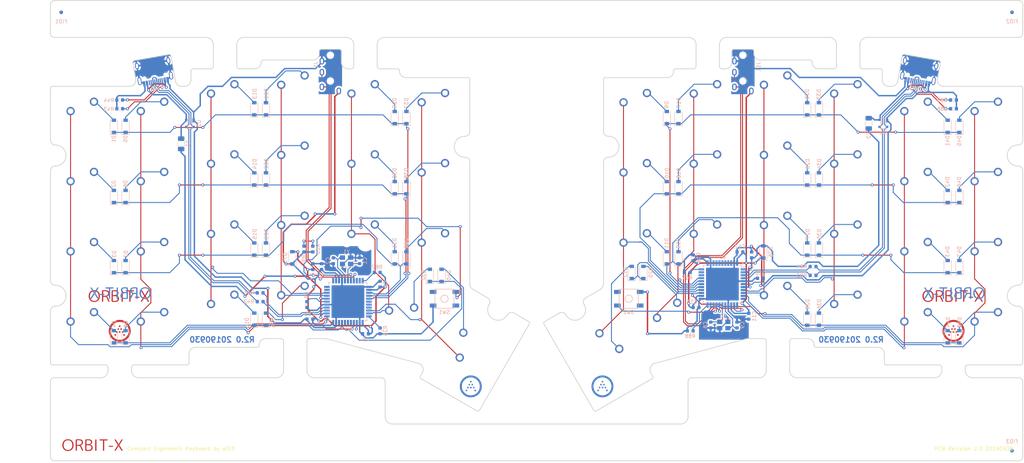
<source format=kicad_pcb>
(kicad_pcb (version 20221018) (generator pcbnew)
  (layers (0 "F.Cu" signal) (31 "B.Cu" signal) (34 "B.Paste" user) (35 "F.Paste" user) (36 "B.SilkS" user "B.Silkscreen") (37 "F.SilkS" user "F.Silkscreen") (38 "B.Mask" user) (39 "F.Mask" user) (44 "Edge.Cuts" user))
  (net 0 "")
  (net 1 "GND")
  (net 2 "Net-(C1-Pad1)")
  (net 3 "Net-(C2-Pad1)")
  (net 4 "Net-(C3-Pad1)")
  (net 5 "+5V")
  (net 6 "ROW0")
  (net 7 "Net-(D1-Pad2)")
  (net 8 "Net-(D2-Pad2)")
  (net 9 "Net-(D3-Pad2)")
  (net 10 "Net-(D4-Pad2)")
  (net 11 "Net-(D5-Pad2)")
  (net 12 "Net-(D6-Pad2)")
  (net 13 "Net-(D7-Pad2)")
  (net 14 "Net-(D8-Pad2)")
  (net 15 "ROW1")
  (net 16 "Net-(D9-Pad2)")
  (net 17 "Net-(D10-Pad2)")
  (net 18 "Net-(D11-Pad2)")
  (net 19 "Net-(D12-Pad2)")
  (net 20 "Net-(D13-Pad2)")
  (net 21 "Net-(D14-Pad2)")
  (net 22 "Net-(D15-Pad2)")
  (net 23 "ROW2")
  (net 24 "Net-(D16-Pad2)")
  (net 25 "Net-(D17-Pad2)")
  (net 26 "Net-(D18-Pad2)")
  (net 27 "Net-(D19-Pad2)")
  (net 28 "Net-(D20-Pad2)")
  (net 29 "Net-(D21-Pad2)")
  (net 30 "ROW3")
  (net 31 "Net-(D22-Pad2)")
  (net 32 "Net-(D23-Pad2)")
  (net 33 "Net-(D24-Pad2)")
  (net 34 "Net-(D25-Pad2)")
  (net 35 "Net-(D26-Pad2)")
  (net 36 "Net-(D27-Pad2)")
  (net 37 "Net-(D28-Pad2)")
  (net 38 "Net-(D29-Pad2)")
  (net 39 "Net-(D30-Pad2)")
  (net 40 "Net-(D31-Pad2)")
  (net 41 "Net-(D32-Pad2)")
  (net 42 "Net-(D33-Pad2)")
  (net 43 "Net-(D34-Pad2)")
  (net 44 "Net-(D35-Pad2)")
  (net 45 "VCC")
  (net 46 "SCL")
  (net 47 "SDA")
  (net 48 "COL0")
  (net 49 "COL1")
  (net 50 "COL2")
  (net 51 "COL3")
  (net 52 "COL4")
  (net 53 "COL5")
  (net 54 "RESET")
  (net 55 "Net-(R25-Pad2)")
  (net 56 "D+")
  (net 57 "Net-(R42-Pad2)")
  (net 58 "D-")
  (net 59 "Net-(R43-Pad1)")
  (net 60 "Net-(R44-Pad1)")
  (net 61 "Net-(U1-Pad42)")
  (net 62 "Net-(U1-Pad20)")
  (net 63 "Net-(USB1-Pad9)")
  (net 64 "Net-(USB1-Pad3)")
  (net 65 "Net-(R41-Pad2)")
  (net 66 "Net-(C8-Pad1)")
  (net 67 "GNDA")
  (net 68 "Net-(C9-Pad1)")
  (net 69 "Net-(C10-Pad1)")
  (net 70 "+5VA")
  (net 71 "Net-(D36-Pad2)")
  (net 72 "ROW0-R")
  (net 73 "Net-(D37-Pad2)")
  (net 74 "Net-(D38-Pad2)")
  (net 75 "Net-(D39-Pad2)")
  (net 76 "Net-(D40-Pad2)")
  (net 77 "Net-(D41-Pad2)")
  (net 78 "Net-(D42-Pad2)")
  (net 79 "Net-(D43-Pad2)")
  (net 80 "ROW1-R")
  (net 81 "Net-(D44-Pad2)")
  (net 82 "Net-(D45-Pad2)")
  (net 83 "Net-(D46-Pad2)")
  (net 84 "Net-(D47-Pad2)")
  (net 85 "Net-(D48-Pad2)")
  (net 86 "ROW2-R")
  (net 87 "ROW3-R")
  (net 88 "VDD")
  (net 89 "SCL-R")
  (net 90 "SDA-R")
  (net 91 "RESET-R")
  (net 92 "COL0-R")
  (net 93 "COL1-R")
  (net 94 "COL2-R")
  (net 95 "COL3-R")
  (net 96 "COL4-R")
  (net 97 "COL5-R")
  (net 98 "Net-(R67-Pad2)")
  (net 99 "D+-R")
  (net 100 "Net-(R83-Pad2)")
  (net 101 "Net-(R84-Pad2)")
  (net 102 "D--R")
  (net 103 "Net-(R85-Pad1)")
  (net 104 "Net-(R86-Pad1)")
  (net 105 "Net-(U3-Pad42)")
  (net 106 "Net-(U3-Pad21)")
  (net 107 "Net-(U3-Pad20)")
  (net 108 "Net-(USB2-Pad9)")
  (net 109 "Net-(USB2-Pad3)")
  (net 110 "HDETECT")
  (net 111 "HDETECT-R")
  (net 112 "VBUS")
  (net 113 "VDC")
  (net 114 "Net-(U1-Pad21)")
  (net 115 "Net-(U1-Pad12)")
  (net 116 "Net-(U3-Pad37)")
  (net 117 "Net-(U3-Pad12)")
  (net 118 "Net-(U3-Pad38)")
  (net 119 "Net-(U1-Pad11)")
  (net 120 "Net-(U1-Pad10)")
  (net 121 "Net-(U1-Pad38)")
  (net 122 "Net-(U1-Pad39)")
  (net 123 "Net-(U1-Pad36)")
  (net 124 "Net-(U1-Pad40)")
  (net 125 "Net-(U1-Pad30)")
  (net 126 "Net-(U1-Pad29)")
  (net 127 "Net-(U1-Pad28)")
  (net 128 "Net-(U3-Pad1)")
  (net 129 "Net-(U3-Pad41)")
  (net 130 "Net-(U3-Pad40)")
  (net 131 "Net-(U3-Pad39)")
  (net 132 "Net-(U3-Pad36)")
  (net 133 "Net-(U3-Pad32)")
  (net 134 "Net-(U3-Pad31)")
  (footprint "locallib:breakaway-mousebites" (layer "F.Cu") (at 33.3375 114.046)
    (fp_text reference "J3")
    (fp_text value "Breakaway_Tabs")
  )
  (footprint "locallib:breakaway-mousebites" (layer "F.Cu") (at 61.9125 33.528 180)
    (fp_text reference "J5")
    (fp_text value "Breakaway_Tabs")
  )
  (footprint "locallib:breakaway-mousebites" (layer "F.Cu") (at 100.0125 33.528 180)
    (fp_text reference "J6")
    (fp_text value "Breakaway_Tabs")
  )
  (footprint "locallib:breakaway-mousebites" (layer "F.Cu") (at 192.88125 33.528 180)
    (fp_text reference "J7")
    (fp_text value "Breakaway_Tabs")
  )
  (footprint "locallib:breakaway-mousebites" (layer "F.Cu") (at 231.013 33.528 180)
    (fp_text reference "J9")
    (fp_text value "Breakaway_Tabs")
  )
  (footprint "locallib:breakaway-mousebites" (layer "F.Cu") (at 211.93125 106.934)
    (fp_text reference "J13")
    (fp_text value "Breakaway_Tabs")
  )
  (footprint "locallib:breakaway-mousebites" (layer "F.Cu") (at 211.93125 114.046)
    (fp_text reference "J14")
    (fp_text value "Breakaway_Tabs")
  )
  (footprint "locallib:breakaway-mousebites" (layer "F.Cu") (at 259.55625 114.046)
    (fp_text reference "J17")
    (fp_text value "Breakaway_Tabs")
  )
  (footprint "locallib:breakaway-mousebites" (layer "F.Cu") (at 80.9625 106.934)
    (fp_text reference "J18")
    (fp_text value "Breakaway_Tabs")
  )
  (footprint "locallib:breakaway-mousebites" (layer "F.Cu") (at 80.9625 114.046)
    (fp_text reference "J19")
    (fp_text value "Breakaway_Tabs")
  )
  (footprint "MX_Only:MXOnly-1U-NoLED" (layer "F.Cu") (at 23.8125 47.625)
    (fp_text reference "MX1")
    (fp_text value "MX-NoLED")
  )
  (footprint "MX_Only:MXOnly-1U-NoLED" (layer "F.Cu") (at 23.8125 66.675)
    (fp_text reference "MX2")
    (fp_text value "MX-NoLED")
  )
  (footprint "MX_Only:MXOnly-1U-NoLED" (layer "F.Cu") (at 23.8125 85.725)
    (fp_text reference "MX3")
    (fp_text value "MX-NoLED")
  )
  (footprint "MX_Only:MXOnly-1U-NoLED" (layer "F.Cu") (at 23.8125 104.775)
    (fp_text reference "MX4")
    (fp_text value "MX-NoLED")
  )
  (footprint "MX_Only:MXOnly-1U-NoLED" (layer "F.Cu") (at 42.8625 47.625)
    (fp_text reference "MX5")
    (fp_text value "MX-NoLED")
  )
  (footprint "MX_Only:MXOnly-1U-NoLED" (layer "F.Cu") (at 42.8625 66.675)
    (fp_text reference "MX6")
    (fp_text value "MX-NoLED")
  )
  (footprint "MX_Only:MXOnly-1U-NoLED" (layer "F.Cu") (at 42.8625 85.725)
    (fp_text reference "MX7")
    (fp_text value "MX-NoLED")
  )
  (footprint "MX_Only:MXOnly-1U-NoLED" (layer "F.Cu") (at 42.8625 104.775)
    (fp_text reference "MX8")
    (fp_text value "MX-NoLED")
  )
  (footprint "MX_Only:MXOnly-1U-NoLED" (layer "F.Cu") (at 173.83125 45.24375)
    (fp_text reference "MX9")
    (fp_text value "MX-NoLED")
  )
  (footprint "MX_Only:MXOnly-1U-NoLED" (layer "F.Cu") (at 173.83125 64.29375)
    (fp_text reference "MX10")
    (fp_text value "MX-NoLED")
  )
  (footprint "MX_Only:MXOnly-1U-NoLED" (layer "F.Cu") (at 173.83125 83.34375)
    (fp_text reference "MX11")
    (fp_text value "MX-NoLED")
  )
  (footprint "MX_Only:MXOnly-1.5U-NoLED" (layer "F.Cu") (at 163.20111 110.00459 -60)
    (fp_text reference "MX12")
    (fp_text value "MX-NoLED")
  )
  (footprint "MX_Only:MXOnly-1U-NoLED" (layer "F.Cu") (at 61.9125 42.8625)
    (fp_text reference "MX13")
    (fp_text value "MX-NoLED")
  )
  (footprint "MX_Only:MXOnly-1U-NoLED" (layer "F.Cu") (at 61.9125 61.9125)
    (fp_text reference "MX14")
    (fp_text value "MX-NoLED")
  )
  (footprint "MX_Only:MXOnly-1U-NoLED" (layer "F.Cu") (at 61.9125 80.9625)
    (fp_text reference "MX15")
    (fp_text value "MX-NoLED")
  )
  (footprint "MX_Only:MXOnly-1U-NoLED" (layer "F.Cu") (at 61.9125 100.0125)
    (fp_text reference "MX16")
    (fp_text value "MX-NoLED")
  )
  (footprint "MX_Only:MXOnly-1U-NoLED" (layer "F.Cu") (at 192.88125 42.8625)
    (fp_text reference "MX17")
    (fp_text value "MX-NoLED")
  )
  (footprint "MX_Only:MXOnly-1U-NoLED" (layer "F.Cu") (at 192.88125 61.9125)
    (fp_text reference "MX18")
    (fp_text value "MX-NoLED")
  )
  (footprint "MX_Only:MXOnly-1U-NoLED" (layer "F.Cu") (at 192.88125 80.9625)
    (fp_text reference "MX19")
    (fp_text value "MX-NoLED")
  )
  (footprint "MX_Only:MXOnly-1U-NoLED" (layer "F.Cu") (at 183.45466 102.70339 15)
    (fp_text reference "MX20")
    (fp_text value "MX-NoLED")
  )
  (footprint "MX_Only:MXOnly-1U-NoLED" (layer "F.Cu") (at 80.9625 40.48125)
    (fp_text reference "MX21")
    (fp_text value "MX-NoLED")
  )
  (footprint "MX_Only:MXOnly-1U-NoLED" (layer "F.Cu") (at 80.9625 59.53125)
    (fp_text reference "MX22")
    (fp_text value "MX-NoLED")
  )
  (footprint "MX_Only:MXOnly-1U-NoLED" (layer "F.Cu") (at 80.9625 78.58125)
    (fp_text reference "MX23")
    (fp_text value "MX-NoLED")
  )
  (footprint "MX_Only:MXOnly-1U-NoLED" (layer "F.Cu") (at 80.9625 97.63125)
    (fp_text reference "MX24")
    (fp_text value "MX-NoLED")
  )
  (footprint "MX_Only:MXOnly-1U-NoLED" (layer "F.Cu") (at 211.93125 40.48125)
    (fp_text reference "MX25")
    (fp_text value "MX-NoLED")
  )
  (footprint "MX_Only:MXOnly-1U-NoLED" (layer "F.Cu") (at 211.93125 59.53125)
    (fp_text reference "MX26")
    (fp_text value "MX-NoLED")
  )
  (footprint "MX_Only:MXOnly-1U-NoLED" (layer "F.Cu") (at 211.93125 78.58125)
    (fp_text reference "MX27")
    (fp_text value "MX-NoLED")
  )
  (footprint "MX_Only:MXOnly-1U-NoLED" (layer "F.Cu") (at 211.93125 97.63125)
    (fp_text reference "MX28")
    (fp_text value "MX-NoLED")
  )
  (footprint "MX_Only:MXOnly-1U-NoLED" (layer "F.Cu") (at 100.0125 42.8625)
    (fp_text reference "MX29")
    (fp_text value "MX-NoLED")
  )
  (footprint "MX_Only:MXOnly-1U-NoLED" (layer "F.Cu") (at 100.0125 61.9125)
    (fp_text reference "MX30")
    (fp_text value "MX-NoLED")
  )
  (footprint "MX_Only:MXOnly-1U-NoLED" (layer "F.Cu") (at 100.0125 80.9625)
    (fp_text reference "MX31")
    (fp_text value "MX-NoLED")
  )
  (footprint "MX_Only:MXOnly-1U-NoLED" (layer "F.Cu") (at 109.43909 102.70339 -15)
    (fp_text reference "MX32")
    (fp_text value "MX-NoLED")
  )
  (footprint "MX_Only:MXOnly-1U-NoLED" (layer "F.Cu") (at 230.98125 42.8625)
    (fp_text reference "MX33")
    (fp_text value "MX-NoLED")
  )
  (footprint "MX_Only:MXOnly-1U-NoLED" (layer "F.Cu") (at 230.98125 61.9125)
    (fp_text reference "MX34")
    (fp_text value "MX-NoLED")
  )
  (footprint "MX_Only:MXOnly-1U-NoLED" (layer "F.Cu") (at 230.98125 80.9625)
    (fp_text reference "MX35")
    (fp_text value "MX-NoLED")
  )
  (footprint "MX_Only:MXOnly-1U-NoLED" (layer "F.Cu") (at 230.98125 100.0125)
    (fp_text reference "MX36")
    (fp_text value "MX-NoLED")
  )
  (footprint "MX_Only:MXOnly-1U-NoLED" (layer "F.Cu") (at 119.0625 45.24375)
    (fp_text reference "MX37")
    (fp_text value "MX-NoLED")
  )
  (footprint "MX_Only:MXOnly-1U-NoLED" (layer "F.Cu") (at 119.0625 64.29375)
    (fp_text reference "MX38")
    (fp_text value "MX-NoLED")
  )
  (footprint "MX_Only:MXOnly-1U-NoLED" (layer "F.Cu") (at 119.0625 83.34375)
    (fp_text reference "MX39")
    (fp_text value "MX-NoLED")
  )
  (footprint "MX_Only:MXOnly-1.5U-NoLED" (layer "F.Cu") (at 129.69264 110.00459 60)
    (fp_text reference "MX40")
    (fp_text value "MX-NoLED")
  )
  (footprint "MX_Only:MXOnly-1U-NoLED" (layer "F.Cu") (at 250.03125 47.625)
    (fp_text reference "MX41")
    (fp_text value "MX-NoLED")
  )
  (footprint "MX_Only:MXOnly-1U-NoLED" (layer "F.Cu") (at 250.03125 66.675)
    (fp_text reference "MX42")
    (fp_text value "MX-NoLED")
  )
  (footprint "MX_Only:MXOnly-1U-NoLED" (layer "F.Cu") (at 250.03125 85.725)
    (fp_text reference "MX43")
    (fp_text value "MX-NoLED")
  )
  (footprint "MX_Only:MXOnly-1U-NoLED" (layer "F.Cu") (at 250.03125 104.775)
    (fp_text reference "MX44")
    (fp_text value "MX-NoLED")
  )
  (footprint "MX_Only:MXOnly-1U-NoLED" (layer "F.Cu") (at 269.08125 47.625)
    (fp_text reference "MX45")
    (fp_text value "MX-NoLED")
  )
  (footprint "MX_Only:MXOnly-1U-NoLED" (layer "F.Cu") (at 269.08125 66.675)
    (fp_text reference "MX46")
    (fp_text value "MX-NoLED")
  )
  (footprint "MX_Only:MXOnly-1U-NoLED" (layer "F.Cu") (at 269.08125 85.725)
    (fp_text reference "MX47")
    (fp_text value "MX-NoLED")
  )
  (footprint "MX_Only:MXOnly-1U-NoLED" (layer "F.Cu") (at 269.08125 104.775)
    (fp_text reference "MX48")
    (fp_text value "MX-NoLED")
  )
  (footprint "locallib:orbitx-outline" (layer "F.Cu") (at 23.8125 47.625)
    (fp_text reference "REF**")
    (fp_text value "orbitx-outline")
    (fp_line (start -9.250001 -23.568749) (end -9.250001 -31.568749) (stroke (width 0.2)) (layer "Edge.Cuts"))
    (fp_line (start -9.250001 5.41875) (end -9.250001 -8.756249) (stroke (width 0.2)) (layer "Edge.Cuts"))
    (fp_line (start -9.250001 65.89375) (end -9.250001 51.71875) (stroke (width 0.2)) (layer "Edge.Cuts"))
    (fp_line (start -9.25 43.51875) (end -9.250001 13.61875) (stroke (width 0.2)) (layer "Edge.Cuts"))
    (fp_line (start -9.25 91.450506) (end -9.25 70.89375) (stroke (width 0.2)) (layer "Edge.Cuts"))
    (fp_line (start -8.750001 -9.256249) (end 12.144146 -9.256249) (stroke (width 0.2)) (layer "Edge.Cuts"))
    (fp_line (start -8.250001 -32.568749) (end 253.518749 -32.568749) (stroke (width 0.2)) (layer "Edge.Cuts"))
    (fp_line (start -8.25 69.89375) (end 4.35 69.89375) (stroke (width 0.2)) (layer "Edge.Cuts"))
    (fp_line (start -8.000001 12.36875) (end -7.900001 12.36875) (stroke (width 0.2)) (layer "Edge.Cuts"))
    (fp_line (start -8.000001 50.46875) (end -7.9 50.46875) (stroke (width 0.2)) (layer "Edge.Cuts"))
    (fp_line (start -7.900001 44.76875) (end -8.000001 44.76875) (stroke (width 0.2)) (layer "Edge.Cuts"))
    (fp_line (start -7.9 6.66875) (end -8 6.66875) (stroke (width 0.2)) (layer "Edge.Cuts"))
    (fp_line (start 5.6 66.39375) (end -8.75 66.39375) (stroke (width 0.2)) (layer "Edge.Cuts"))
    (fp_line (start 6.35 67.89375) (end 6.35 67.14375) (stroke (width 0.2)) (layer "Edge.Cuts"))
    (fp_line (start 12.699999 67.89375) (end 12.699999 67.14375) (stroke (width 0.2)) (layer "Edge.Cuts"))
    (fp_line (start 13.449999 66.39375) (end 27.8 66.39375) (stroke (width 0.2)) (layer "Edge.Cuts"))
    (fp_line (start 13.498588 -16.28206) (end 22.854261 -17.931718) (stroke (width 0.2)) (layer "Edge.Cuts"))
    (fp_line (start 13.867559 -11.310134) (end 13.093008 -15.702832) (stroke (width 0.2)) (layer "Edge.Cuts"))
    (fp_line (start 23.433489 -17.526138) (end 24.636705 -10.702365) (stroke (width 0.2)) (layer "Edge.Cuts"))
    (fp_line (start 26.360118 -9.256249) (end 27.1 -9.256249) (stroke (width 0.2)) (layer "Edge.Cuts"))
    (fp_line (start 28.3 65.89375) (end 28.3 63.38125) (stroke (width 0.2)) (layer "Edge.Cuts"))
    (fp_line (start 28.85 -11.006249) (end 28.85 -13.518749) (stroke (width 0.2)) (layer "Edge.Cuts"))
    (fp_line (start 29.35 -14.018749) (end 34.175 -14.018749) (stroke (width 0.2)) (layer "Edge.Cuts"))
    (fp_line (start 30.05 61.63125) (end 46.85 61.63125) (stroke (width 0.2)) (layer "Edge.Cuts"))
    (fp_line (start 32.925 -22.568749) (end -8.250001 -22.568749) (stroke (width 0.2)) (layer "Edge.Cuts"))
    (fp_line (start 34.925 -14.768749) (end 34.925 -20.568749) (stroke (width 0.2)) (layer "Edge.Cuts"))
    (fp_line (start 41.275 -20.568749) (end 41.275 -14.768749) (stroke (width 0.2)) (layer "Edge.Cuts"))
    (fp_line (start 42.025 -14.018749) (end 46.15 -14.018749) (stroke (width 0.2)) (layer "Edge.Cuts"))
    (fp_line (start 47.35 61.13125) (end 47.35 61) (stroke (width 0.2)) (layer "Edge.Cuts"))
    (fp_line (start 47.9 -15.768749) (end 47.9 -15.899999) (stroke (width 0.2)) (layer "Edge.Cuts"))
    (fp_line (start 48.4 -16.399999) (end 61.925 -16.399999) (stroke (width 0.2)) (layer "Edge.Cuts"))
    (fp_line (start 49.1 59.25) (end 53.225 59.25) (stroke (width 0.2)) (layer "Edge.Cuts"))
    (fp_line (start 51.975 69.89375) (end 14.699999 69.89375) (stroke (width 0.2)) (layer "Edge.Cuts"))
    (fp_line (start 53.975 60) (end 53.975 67.89375) (stroke (width 0.2)) (layer "Edge.Cuts"))
    (fp_line (start 60.325 60) (end 60.325 67.89375) (stroke (width 0.2)) (layer "Edge.Cuts"))
    (fp_line (start 62.325 69.89375) (end 80.546169 69.89375) (stroke (width 0.2)) (layer "Edge.Cuts"))
    (fp_line (start 63.675 -18.149999) (end 63.675 -18.818749) (stroke (width 0.2)) (layer "Edge.Cuts"))
    (fp_line (start 64.175 -19.318749) (end 69.175 -19.318749) (stroke (width 0.2)) (layer "Edge.Cuts"))
    (fp_line (start 65.24894 59.25) (end 61.075 59.25) (stroke (width 0.2)) (layer "Edge.Cuts"))
    (fp_line (start 69.675 -18.818749) (end 69.675 -15.768749) (stroke (width 0.2)) (layer "Edge.Cuts"))
    (fp_line (start 71.025 -22.568749) (end 43.275 -22.568749) (stroke (width 0.2)) (layer "Edge.Cuts"))
    (fp_line (start 71.425 -14.018749) (end 72.275 -14.018749) (stroke (width 0.2)) (layer "Edge.Cuts"))
    (fp_line (start 73.024999 -14.768749) (end 73.024999 -20.568749) (stroke (width 0.2)) (layer "Edge.Cuts"))
    (fp_line (start 79.375 -20.568749) (end 79.375 -14.768749) (stroke (width 0.2)) (layer "Edge.Cuts"))
    (fp_line (start 80.125 -14.018749) (end 84.95 -14.018749) (stroke (width 0.2)) (layer "Edge.Cuts"))
    (fp_line (start 81.546169 70.89375) (end 81.546169 80.450506) (stroke (width 0.2)) (layer "Edge.Cuts"))
    (fp_line (start 83.546169 82.450506) (end 161.72258 82.450506) (stroke (width 0.2)) (layer "Edge.Cuts"))
    (fp_line (start 85.45 -13.518749) (end 85.45 -13.387499) (stroke (width 0.2)) (layer "Edge.Cuts"))
    (fp_line (start 87.2 -11.637499) (end 103.999999 -11.637499) (stroke (width 0.2)) (layer "Edge.Cuts"))
    (fp_line (start 90.576195 65.974684) (end 65.701873 59.309629) (stroke (width 0.2)) (layer "Edge.Cuts"))
    (fp_line (start 91.113156 69.450506) (end 91.638806 68.540054) (stroke (width 0.2)) (layer "Edge.Cuts"))
    (fp_line (start 103.15 9.9875) (end 103.25 9.9875) (stroke (width 0.2)) (layer "Edge.Cuts"))
    (fp_line (start 103.25 4.2875) (end 103.149999 4.2875) (stroke (width 0.2)) (layer "Edge.Cuts"))
    (fp_line (start 104.5 -11.137499) (end 104.5 3.0375) (stroke (width 0.2)) (layer "Edge.Cuts"))
    (fp_line (start 104.5 11.2375) (end 104.499999 44.385908) (stroke (width 0.2)) (layer "Edge.Cuts"))
    (fp_line (start 105.375 45.901452) (end 109.335687 48.188157) (stroke (width 0.2)) (layer "Edge.Cuts"))
    (fp_line (start 106.451614 78.883518) (end 91.296169 70.133518) (stroke (width 0.2)) (layer "Edge.Cuts"))
    (fp_line (start 109.793219 49.895688) (end 109.743219 49.982291) (stroke (width 0.2)) (layer "Edge.Cuts"))
    (fp_line (start 114.679564 52.832291) (end 114.729564 52.745688) (stroke (width 0.2)) (layer "Edge.Cuts"))
    (fp_line (start 116.437096 52.288157) (end 120.464114 54.613157) (stroke (width 0.2)) (layer "Edge.Cuts"))
    (fp_line (start 120.647126 55.296169) (end 107.134626 78.700506) (stroke (width 0.2)) (layer "Edge.Cuts"))
    (fp_line (start 124.804635 54.613157) (end 128.831653 52.288157) (stroke (width 0.2)) (layer "Edge.Cuts"))
    (fp_line (start 130.539185 52.745688) (end 130.589185 52.832291) (stroke (width 0.2)) (layer "Edge.Cuts"))
    (fp_line (start 135.52553 49.982291) (end 135.47553 49.895688) (stroke (width 0.2)) (layer "Edge.Cuts"))
    (fp_line (start 135.933062 48.188157) (end 139.89375 45.901452) (stroke (width 0.2)) (layer "Edge.Cuts"))
    (fp_line (start 138.134123 78.700506) (end 124.621623 55.296169) (stroke (width 0.2)) (layer "Edge.Cuts"))
    (fp_line (start 140.76875 3.0375) (end 140.76875 -11.137499) (stroke (width 0.2)) (layer "Edge.Cuts"))
    (fp_line (start 140.76875 44.385908) (end 140.76875 11.2375) (stroke (width 0.2)) (layer "Edge.Cuts"))
    (fp_line (start 141.26875 -11.637499) (end 158.06875 -11.637499) (stroke (width 0.2)) (layer "Edge.Cuts"))
    (fp_line (start 142.018749 9.9875) (end 142.11875 9.9875) (stroke (width 0.2)) (layer "Edge.Cuts"))
    (fp_line (start 142.118749 4.2875) (end 142.01875 4.2875) (stroke (width 0.2)) (layer "Edge.Cuts"))
    (fp_line (start 153.629943 68.540054) (end 154.155593 69.450506) (stroke (width 0.2)) (layer "Edge.Cuts"))
    (fp_line (start 153.97258 70.133518) (end 138.817135 78.883518) (stroke (width 0.2)) (layer "Edge.Cuts"))
    (fp_line (start 159.818749 -13.387499) (end 159.81875 -13.518749) (stroke (width 0.2)) (layer "Edge.Cuts"))
    (fp_line (start 160.31875 -14.018749) (end 165.14375 -14.018749) (stroke (width 0.2)) (layer "Edge.Cuts"))
    (fp_line (start 163.72258 80.450506) (end 163.72258 70.89375) (stroke (width 0.2)) (layer "Edge.Cuts"))
    (fp_line (start 163.89375 -22.568749) (end 81.375 -22.568749) (stroke (width 0.2)) (layer "Edge.Cuts"))
    (fp_line (start 164.72258 69.89375) (end 182.943749 69.89375) (stroke (width 0.2)) (layer "Edge.Cuts"))
    (fp_line (start 165.89375 -14.768749) (end 165.89375 -20.568749) (stroke (width 0.2)) (layer "Edge.Cuts"))
    (fp_line (start 172.24375 -20.568749) (end 172.24375 -14.768749) (stroke (width 0.2)) (layer "Edge.Cuts"))
    (fp_line (start 172.99375 -14.018749) (end 173.843749 -14.018749) (stroke (width 0.2)) (layer "Edge.Cuts"))
    (fp_line (start 175.593749 -15.768749) (end 175.593749 -18.818749) (stroke (width 0.2)) (layer "Edge.Cuts"))
    (fp_line (start 176.093749 -19.318749) (end 181.093749 -19.318749) (stroke (width 0.2)) (layer "Edge.Cuts"))
    (fp_line (start 179.566876 59.309629) (end 154.692554 65.974684) (stroke (width 0.2)) (layer "Edge.Cuts"))
    (fp_line (start 181.593749 -18.818749) (end 181.593749 -18.149999) (stroke (width 0.2)) (layer "Edge.Cuts"))
    (fp_line (start 183.343749 -16.399999) (end 196.868749 -16.399999) (stroke (width 0.2)) (layer "Edge.Cuts"))
    (fp_line (start 184.19375 59.25) (end 180.019809 59.25) (stroke (width 0.2)) (layer "Edge.Cuts"))
    (fp_line (start 184.943749 67.89375) (end 184.94375 60) (stroke (width 0.2)) (layer "Edge.Cuts"))
    (fp_line (start 191.29375 67.89375) (end 191.293749 60) (stroke (width 0.2)) (layer "Edge.Cuts"))
    (fp_line (start 192.043749 59.25) (end 196.168749 59.25) (stroke (width 0.2)) (layer "Edge.Cuts"))
    (fp_line (start 197.368749 -15.899999) (end 197.368749 -15.768749) (stroke (width 0.2)) (layer "Edge.Cuts"))
    (fp_line (start 197.918749 61) (end 197.918749 61.13125) (stroke (width 0.2)) (layer "Edge.Cuts"))
    (fp_line (start 198.418749 61.63125) (end 215.218749 61.63125) (stroke (width 0.2)) (layer "Edge.Cuts"))
    (fp_line (start 199.118749 -14.018749) (end 203.24375 -14.018749) (stroke (width 0.2)) (layer "Edge.Cuts"))
    (fp_line (start 201.99375 -22.568749) (end 174.24375 -22.568749) (stroke (width 0.2)) (layer "Edge.Cuts"))
    (fp_line (start 203.99375 -14.768749) (end 203.99375 -20.568749) (stroke (width 0.2)) (layer "Edge.Cuts"))
    (fp_line (start 210.34375 -20.568749) (end 210.34375 -14.768749) (stroke (width 0.2)) (layer "Edge.Cuts"))
    (fp_line (start 211.09375 -14.018749) (end 215.91875 -14.018749) (stroke (width 0.2)) (layer "Edge.Cuts"))
    (fp_line (start 216.41875 -13.518749) (end 216.418749 -11.006249) (stroke (width 0.2)) (layer "Edge.Cuts"))
    (fp_line (start 216.968749 63.38125) (end 216.968749 65.89375) (stroke (width 0.2)) (layer "Edge.Cuts"))
    (fp_line (start 217.468749 66.39375) (end 231.81875 66.39375) (stroke (width 0.2)) (layer "Edge.Cuts"))
    (fp_line (start 218.168749 -9.256249) (end 218.908631 -9.256249) (stroke (width 0.2)) (layer "Edge.Cuts"))
    (fp_line (start 220.632044 -10.702365) (end 221.83526 -17.526138) (stroke (width 0.2)) (layer "Edge.Cuts"))
    (fp_line (start 222.414488 -17.931718) (end 231.770161 -16.28206) (stroke (width 0.2)) (layer "Edge.Cuts"))
    (fp_line (start 230.568749 69.89375) (end 193.29375 69.89375) (stroke (width 0.2)) (layer "Edge.Cuts"))
    (fp_line (start 232.175741 -15.702832) (end 231.40119 -11.310134) (stroke (width 0.2)) (layer "Edge.Cuts"))
    (fp_line (start 232.568749 67.14375) (end 232.568749 67.89375) (stroke (width 0.2)) (layer "Edge.Cuts"))
    (fp_line (start 233.124603 -9.256249) (end 254.01875 -9.256249) (stroke (width 0.2)) (layer "Edge.Cuts"))
    (fp_line (start 238.918749 67.14375) (end 238.918749 67.89375) (stroke (width 0.2)) (layer "Edge.Cuts"))
    (fp_line (start 240.918749 69.89375) (end 253.51875 69.89375) (stroke (width 0.2)) (layer "Edge.Cuts"))
    (fp_line (start 253.168749 50.46875) (end 253.26875 50.46875) (stroke (width 0.2)) (layer "Edge.Cuts"))
    (fp_line (start 253.16875 12.36875) (end 253.26875 12.36875) (stroke (width 0.2)) (layer "Edge.Cuts"))
    (fp_line (start 253.268749 6.66875) (end 253.168749 6.66875) (stroke (width 0.2)) (layer "Edge.Cuts"))
    (fp_line (start 253.26875 44.76875) (end 253.16875 44.76875) (stroke (width 0.2)) (layer "Edge.Cuts"))
    (fp_line (start 253.518749 -22.568749) (end 212.34375 -22.568749) (stroke (width 0.2)) (layer "Edge.Cuts"))
    (fp_line (start 253.51875 92.450506) (end -8.25 92.450506) (stroke (width 0.2)) (layer "Edge.Cuts"))
    (fp_line (start 254.01875 66.39375) (end 239.668749 66.39375) (stroke (width 0.2)) (layer "Edge.Cuts"))
    (fp_line (start 254.518749 -31.568749) (end 254.51875 -23.568749) (stroke (width 0.2)) (layer "Edge.Cuts"))
    (fp_line (start 254.51875 -8.756249) (end 254.518749 5.41875) (stroke (width 0.2)) (layer "Edge.Cuts"))
    (fp_line (start 254.51875 13.61875) (end 254.51875 43.51875) (stroke (width 0.2)) (layer "Edge.Cuts"))
    (fp_line (start 254.51875 51.71875) (end 254.51875 65.89375) (stroke (width 0.2)) (layer "Edge.Cuts"))
    (fp_line (start 254.51875 70.89375) (end 254.51875 91.450506) (stroke (width 0.2)) (layer "Edge.Cuts"))
    (fp_arc (start -9.250001 -31.568749) (mid -8.957108 -32.275856) (end -8.250001 -32.568749) (stroke (width 0.2)) (layer "Edge.Cuts"))
    (fp_arc (start -9.250001 -8.756249) (mid -9.103554 -9.109802) (end -8.750001 -9.256249) (stroke (width 0.2)) (layer "Edge.Cuts"))
    (fp_arc (start -9.250001 13.61875) (mid -8.883884 12.734867) (end -8.000001 12.36875) (stroke (width 0.2)) (layer "Edge.Cuts"))
    (fp_arc (start -9.25 51.718751) (mid -8.883884 50.834867) (end -8.000001 50.46875) (stroke (width 0.2)) (layer "Edge.Cuts"))
    (fp_arc (start -9.25 70.89375) (mid -8.957107 70.186643) (end -8.25 69.89375) (stroke (width 0.2)) (layer "Edge.Cuts"))
    (fp_arc (start -8.75 66.393751) (mid -9.103554 66.247304) (end -9.250001 65.89375) (stroke (width 0.2)) (layer "Edge.Cuts"))
    (fp_arc (start -8.250001 -22.568749) (mid -8.957108 -22.861642) (end -9.250001 -23.568749) (stroke (width 0.2)) (layer "Edge.Cuts"))
    (fp_arc (start -8.25 92.450506) (mid -8.957107 92.157613) (end -9.25 91.450506) (stroke (width 0.2)) (layer "Edge.Cuts"))
    (fp_arc (start -8 6.668751) (mid -8.883884 6.302634) (end -9.250001 5.41875) (stroke (width 0.2)) (layer "Edge.Cuts"))
    (fp_arc (start -8 44.76875) (mid -8.883883 44.402633) (end -9.25 43.51875) (stroke (width 0.2)) (layer "Edge.Cuts"))
    (fp_arc (start -7.900002 44.76875) (mid -5.050001 47.618749) (end -7.9 50.46875) (stroke (width 0.2)) (layer "Edge.Cuts"))
    (fp_arc (start -7.899999 6.66875) (mid -5.05 9.518751) (end -7.900001 12.36875) (stroke (width 0.2)) (layer "Edge.Cuts"))
    (fp_arc (start 5.6 66.39375) (mid 6.13033 66.61342) (end 6.35 67.14375) (stroke (width 0.2)) (layer "Edge.Cuts"))
    (fp_arc (start 6.349999 67.893749) (mid 5.764213 69.307963) (end 4.35 69.89375) (stroke (width 0.2)) (layer "Edge.Cuts"))
    (fp_arc (start 12.699999 67.14375) (mid 12.919669 66.61342) (end 13.449999 66.39375) (stroke (width 0.2)) (layer "Edge.Cuts"))
    (fp_arc (start 13.093008 -15.702832) (mid 13.175836 -16.076444) (end 13.498588 -16.28206) (stroke (width 0.2)) (layer "Edge.Cuts"))
    (fp_arc (start 13.86756 -11.310133) (mid 13.484724 -9.88137) (end 12.144146 -9.256249) (stroke (width 0.2)) (layer "Edge.Cuts"))
    (fp_arc (start 14.699999 69.89375) (mid 13.285785 69.307964) (end 12.699999 67.89375) (stroke (width 0.2)) (layer "Edge.Cuts"))
    (fp_arc (start 22.854261 -17.931718) (mid 23.227873 -17.84889) (end 23.433489 -17.526138) (stroke (width 0.2)) (layer "Edge.Cuts"))
    (fp_arc (start 26.360118 -9.25625) (mid 25.23524 -9.665672) (end 24.636705 -10.702365) (stroke (width 0.2)) (layer "Edge.Cuts"))
    (fp_arc (start 28.3 63.38125) (mid 28.812563 62.143813) (end 30.05 61.63125) (stroke (width 0.2)) (layer "Edge.Cuts"))
    (fp_arc (start 28.3 65.89375) (mid 28.153553 66.247303) (end 27.8 66.39375) (stroke (width 0.2)) (layer "Edge.Cuts"))
    (fp_arc (start 28.85 -13.518749) (mid 28.996447 -13.872302) (end 29.35 -14.018749) (stroke (width 0.2)) (layer "Edge.Cuts"))
    (fp_arc (start 28.85 -11.006249) (mid 28.337437 -9.768812) (end 27.1 -9.256249) (stroke (width 0.2)) (layer "Edge.Cuts"))
    (fp_arc (start 32.925 -22.568749) (mid 34.339214 -21.982963) (end 34.925 -20.568749) (stroke (width 0.2)) (layer "Edge.Cuts"))
    (fp_arc (start 34.925 -14.768749) (mid 34.70533 -14.238419) (end 34.175 -14.018749) (stroke (width 0.2)) (layer "Edge.Cuts"))
    (fp_arc (start 41.275 -20.568749) (mid 41.860786 -21.982963) (end 43.275 -22.568749) (stroke (width 0.2)) (layer "Edge.Cuts"))
    (fp_arc (start 42.025 -14.018749) (mid 41.49467 -14.238419) (end 41.275 -14.768749) (stroke (width 0.2)) (layer "Edge.Cuts"))
    (fp_arc (start 47.35 61) (mid 47.862563 59.762563) (end 49.1 59.25) (stroke (width 0.2)) (layer "Edge.Cuts"))
    (fp_arc (start 47.35 61.13125) (mid 47.203553 61.484803) (end 46.85 61.63125) (stroke (width 0.2)) (layer "Edge.Cuts"))
    (fp_arc (start 47.9 -15.899999) (mid 48.046447 -16.253552) (end 48.4 -16.399999) (stroke (width 0.2)) (layer "Edge.Cuts"))
    (fp_arc (start 47.9 -15.768749) (mid 47.387437 -14.531312) (end 46.15 -14.018749) (stroke (width 0.2)) (layer "Edge.Cuts"))
    (fp_arc (start 53.225 59.25) (mid 53.75533 59.46967) (end 53.975 60) (stroke (width 0.2)) (layer "Edge.Cuts"))
    (fp_arc (start 53.975 67.89375) (mid 53.389214 69.307964) (end 51.975 69.89375) (stroke (width 0.2)) (layer "Edge.Cuts"))
    (fp_arc (start 60.325 60) (mid 60.54467 59.46967) (end 61.075 59.25) (stroke (width 0.2)) (layer "Edge.Cuts"))
    (fp_arc (start 62.325 69.89375) (mid 60.910786 69.307964) (end 60.325 67.89375) (stroke (width 0.2)) (layer "Edge.Cuts"))
    (fp_arc (start 63.675 -18.818749) (mid 63.821447 -19.172302) (end 64.175 -19.318749) (stroke (width 0.2)) (layer "Edge.Cuts"))
    (fp_arc (start 63.675 -18.149999) (mid 63.162437 -16.912562) (end 61.925 -16.399999) (stroke (width 0.2)) (layer "Edge.Cuts"))
    (fp_arc (start 65.248939 59.249999) (mid 65.47736 59.26497) (end 65.701873 59.309629) (stroke (width 0.2)) (layer "Edge.Cuts"))
    (fp_arc (start 69.175 -19.318749) (mid 69.528553 -19.172302) (end 69.675 -18.818749) (stroke (width 0.2)) (layer "Edge.Cuts"))
    (fp_arc (start 71.024999 -22.568749) (mid 72.439213 -21.982963) (end 73.024999 -20.568749) (stroke (width 0.2)) (layer "Edge.Cuts"))
    (fp_arc (start 71.425 -14.018749) (mid 70.187563 -14.531312) (end 69.675 -15.768749) (stroke (width 0.2)) (layer "Edge.Cuts"))
    (fp_arc (start 73.024999 -14.76875) (mid 72.80533 -14.23842) (end 72.275 -14.018749) (stroke (width 0.2)) (layer "Edge.Cuts"))
    (fp_arc (start 79.375 -20.568749) (mid 79.960786 -21.982963) (end 81.375 -22.568749) (stroke (width 0.2)) (layer "Edge.Cuts"))
    (fp_arc (start 80.125 -14.018749) (mid 79.59467 -14.238419) (end 79.375 -14.768749) (stroke (width 0.2)) (layer "Edge.Cuts"))
    (fp_arc (start 80.546169 69.89375) (mid 81.253276 70.186643) (end 81.546169 70.89375) (stroke (width 0.2)) (layer "Edge.Cuts"))
    (fp_arc (start 83.546169 82.450506) (mid 82.131955 81.86472) (end 81.546169 80.450506) (stroke (width 0.2)) (layer "Edge.Cuts"))
    (fp_arc (start 84.95 -14.018749) (mid 85.303553 -13.872302) (end 85.45 -13.518749) (stroke (width 0.2)) (layer "Edge.Cuts"))
    (fp_arc (start 87.199999 -11.6375) (mid 85.962563 -12.150063) (end 85.45 -13.387499) (stroke (width 0.2)) (layer "Edge.Cuts"))
    (fp_arc (start 90.576195 65.974684) (mid 91.740051 66.995358) (end 91.638806 68.540054) (stroke (width 0.2)) (layer "Edge.Cuts"))
    (fp_arc (start 91.296169 70.133519) (mid 91.063206 69.829916) (end 91.113156 69.450506) (stroke (width 0.2)) (layer "Edge.Cuts"))
    (fp_arc (start 103.149999 9.9875) (mid 100.299999 7.1375) (end 103.149999 4.2875) (stroke (width 0.2)) (layer "Edge.Cuts"))
    (fp_arc (start 103.249999 9.987499) (mid 104.133883 10.353616) (end 104.5 11.2375) (stroke (width 0.2)) (layer "Edge.Cuts"))
    (fp_arc (start 104 -11.637499) (mid 104.353553 -11.491052) (end 104.5 -11.137499) (stroke (width 0.2)) (layer "Edge.Cuts"))
    (fp_arc (start 104.5 3.0375) (mid 104.133883 3.921383) (end 103.25 4.2875) (stroke (width 0.2)) (layer "Edge.Cuts"))
    (fp_arc (start 105.374999 45.901453) (mid 104.734455 45.260908) (end 104.499999 44.385908) (stroke (width 0.2)) (layer "Edge.Cuts"))
    (fp_arc (start 107.134626 78.700506) (mid 106.831023 78.933468) (end 106.451614 78.883518) (stroke (width 0.2)) (layer "Edge.Cuts"))
    (fp_arc (start 109.335687 48.188156) (mid 109.918094 48.947164) (end 109.793219 49.895688) (stroke (width 0.2)) (layer "Edge.Cuts"))
    (fp_arc (start 114.679563 52.832291) (mid 110.786391 53.875463) (end 109.743219 49.982291) (stroke (width 0.2)) (layer "Edge.Cuts"))
    (fp_arc (start 114.729565 52.745688) (mid 115.488573 52.163281) (end 116.437096 52.288157) (stroke (width 0.2)) (layer "Edge.Cuts"))
    (fp_arc (start 120.464114 54.613157) (mid 120.697076 54.91676) (end 120.647126 55.296169) (stroke (width 0.2)) (layer "Edge.Cuts"))
    (fp_arc (start 124.621623 55.296169) (mid 124.571673 54.91676) (end 124.804635 54.613157) (stroke (width 0.2)) (layer "Edge.Cuts"))
    (fp_arc (start 128.831653 52.288156) (mid 129.780177 52.163281) (end 130.539185 52.745688) (stroke (width 0.2)) (layer "Edge.Cuts"))
    (fp_arc (start 135.475531 49.895688) (mid 135.350655 48.947165) (end 135.933062 48.188157) (stroke (width 0.2)) (layer "Edge.Cuts"))
    (fp_arc (start 135.525531 49.982291) (mid 134.482358 53.875464) (end 130.589185 52.832291) (stroke (width 0.2)) (layer "Edge.Cuts"))
    (fp_arc (start 138.817135 78.883518) (mid 138.437726 78.933468) (end 138.134123 78.700506) (stroke (width 0.2)) (layer "Edge.Cuts"))
    (fp_arc (start 140.768749 -11.1375) (mid 140.915196 -11.491053) (end 141.26875 -11.637499) (stroke (width 0.2)) (layer "Edge.Cuts"))
    (fp_arc (start 140.76875 11.237501) (mid 141.134866 10.353617) (end 142.018749 9.9875) (stroke (width 0.2)) (layer "Edge.Cuts"))
    (fp_arc (start 140.76875 44.385908) (mid 140.534295 45.260908) (end 139.89375 45.901452) (stroke (width 0.2)) (layer "Edge.Cuts"))
    (fp_arc (start 142.018749 4.287499) (mid 141.134866 3.921383) (end 140.76875 3.0375) (stroke (width 0.2)) (layer "Edge.Cuts"))
    (fp_arc (start 142.118748 4.2875) (mid 144.968749 7.137499) (end 142.11875 9.9875) (stroke (width 0.2)) (layer "Edge.Cuts"))
    (fp_arc (start 153.629943 68.540054) (mid 153.528698 66.995358) (end 154.692554 65.974684) (stroke (width 0.2)) (layer "Edge.Cuts"))
    (fp_arc (start 154.155592 69.450506) (mid 154.205542 69.829915) (end 153.97258 70.133518) (stroke (width 0.2)) (layer "Edge.Cuts"))
    (fp_arc (start 159.818749 -13.51875) (mid 159.965196 -13.872303) (end 160.31875 -14.018749) (stroke (width 0.2)) (layer "Edge.Cuts"))
    (fp_arc (start 159.818749 -13.3875) (mid 159.306187 -12.150063) (end 158.06875 -11.637499) (stroke (width 0.2)) (layer "Edge.Cuts"))
    (fp_arc (start 163.72258 70.89375) (mid 164.015473 70.186643) (end 164.72258 69.89375) (stroke (width 0.2)) (layer "Edge.Cuts"))
    (fp_arc (start 163.72258 80.450506) (mid 163.136794 81.86472) (end 161.72258 82.450506) (stroke (width 0.2)) (layer "Edge.Cuts"))
    (fp_arc (start 163.89375 -22.568749) (mid 165.307964 -21.982963) (end 165.89375 -20.568749) (stroke (width 0.2)) (layer "Edge.Cuts"))
    (fp_arc (start 165.89375 -14.768749) (mid 165.67408 -14.238419) (end 165.14375 -14.018749) (stroke (width 0.2)) (layer "Edge.Cuts"))
    (fp_arc (start 172.24375 -20.568749) (mid 172.829536 -21.982963) (end 174.24375 -22.568749) (stroke (width 0.2)) (layer "Edge.Cuts"))
    (fp_arc (start 172.99375 -14.018749) (mid 172.46342 -14.238419) (end 172.24375 -14.768749) (stroke (width 0.2)) (layer "Edge.Cuts"))
    (fp_arc (start 175.593749 -18.818749) (mid 175.740196 -19.172302) (end 176.093749 -19.318749) (stroke (width 0.2)) (layer "Edge.Cuts"))
    (fp_arc (start 175.593749 -15.768749) (mid 175.081186 -14.531312) (end 173.843749 -14.018749) (stroke (width 0.2)) (layer "Edge.Cuts"))
    (fp_arc (start 179.566876 59.30963) (mid 179.791388 59.264972) (end 180.019809 59.25) (stroke (width 0.2)) (layer "Edge.Cuts"))
    (fp_arc (start 181.093749 -19.318749) (mid 181.447302 -19.172302) (end 181.593749 -18.818749) (stroke (width 0.2)) (layer "Edge.Cuts"))
    (fp_arc (start 183.343749 -16.399999) (mid 182.106312 -16.912562) (end 181.593749 -18.149999) (stroke (width 0.2)) (layer "Edge.Cuts"))
    (fp_arc (start 184.19375 59.25) (mid 184.72408 59.46967) (end 184.94375 60) (stroke (width 0.2)) (layer "Edge.Cuts"))
    (fp_arc (start 184.943749 67.89375) (mid 184.357963 69.307964) (end 182.943749 69.89375) (stroke (width 0.2)) (layer "Edge.Cuts"))
    (fp_arc (start 191.293749 60) (mid 191.513419 59.46967) (end 192.043749 59.25) (stroke (width 0.2)) (layer "Edge.Cuts"))
    (fp_arc (start 193.29375 69.89375) (mid 191.879536 69.307964) (end 191.29375 67.89375) (stroke (width 0.2)) (layer "Edge.Cuts"))
    (fp_arc (start 196.168749 59.25) (mid 197.406186 59.762563) (end 197.918749 61) (stroke (width 0.2)) (layer "Edge.Cuts"))
    (fp_arc (start 196.868749 -16.399999) (mid 197.222302 -16.253552) (end 197.368749 -15.899999) (stroke (width 0.2)) (layer "Edge.Cuts"))
    (fp_arc (start 198.41875 61.631251) (mid 198.065196 61.484804) (end 197.918749 61.13125) (stroke (width 0.2)) (layer "Edge.Cuts"))
    (fp_arc (start 199.118749 -14.018749) (mid 197.881312 -14.531312) (end 197.368749 -15.768749) (stroke (width 0.2)) (layer "Edge.Cuts"))
    (fp_arc (start 201.99375 -22.568749) (mid 203.407964 -21.982963) (end 203.99375 -20.568749) (stroke (width 0.2)) (layer "Edge.Cuts"))
    (fp_arc (start 203.99375 -14.768749) (mid 203.77408 -14.238419) (end 203.24375 -14.018749) (stroke (width 0.2)) (layer "Edge.Cuts"))
    (fp_arc (start 210.34375 -20.568749) (mid 210.929536 -21.982963) (end 212.34375 -22.568749) (stroke (width 0.2)) (layer "Edge.Cuts"))
    (fp_arc (start 211.09375 -14.018749) (mid 210.56342 -14.238419) (end 210.34375 -14.768749) (stroke (width 0.2)) (layer "Edge.Cuts"))
    (fp_arc (start 215.218749 61.63125) (mid 216.456186 62.143813) (end 216.968749 63.38125) (stroke (width 0.2)) (layer "Edge.Cuts"))
    (fp_arc (start 215.91875 -14.018749) (mid 216.272303 -13.872302) (end 216.41875 -13.518749) (stroke (width 0.2)) (layer "Edge.Cuts"))
    (fp_arc (start 217.46875 66.393751) (mid 217.115196 66.247304) (end 216.968749 65.89375) (stroke (width 0.2)) (layer "Edge.Cuts"))
    (fp_arc (start 218.168749 -9.256249) (mid 216.931312 -9.768812) (end 216.418749 -11.006249) (stroke (width 0.2)) (layer "Edge.Cuts"))
    (fp_arc (start 220.632045 -10.702365) (mid 220.03351 -9.665671) (end 218.908631 -9.256249) (stroke (width 0.2)) (layer "Edge.Cuts"))
    (fp_arc (start 221.83526 -17.526138) (mid 222.040876 -17.84889) (end 222.414488 -17.931718) (stroke (width 0.2)) (layer "Edge.Cuts"))
    (fp_arc (start 231.770161 -16.28206) (mid 232.092913 -16.076444) (end 232.175741 -15.702832) (stroke (width 0.2)) (layer "Edge.Cuts"))
    (fp_arc (start 231.81875 66.393751) (mid 232.349079 66.613421) (end 232.568749 67.14375) (stroke (width 0.2)) (layer "Edge.Cuts"))
    (fp_arc (start 232.568749 67.89375) (mid 231.982963 69.307964) (end 230.568749 69.89375) (stroke (width 0.2)) (layer "Edge.Cuts"))
    (fp_arc (start 233.124602 -9.256249) (mid 231.784025 -9.881371) (end 231.40119 -11.310134) (stroke (width 0.2)) (layer "Edge.Cuts"))
    (fp_arc (start 238.918749 67.14375) (mid 239.138419 66.61342) (end 239.668749 66.39375) (stroke (width 0.2)) (layer "Edge.Cuts"))
    (fp_arc (start 240.918749 69.89375) (mid 239.504535 69.307964) (end 238.918749 67.89375) (stroke (width 0.2)) (layer "Edge.Cuts"))
    (fp_arc (start 253.168749 12.36875) (mid 250.318749 9.51875) (end 253.168749 6.66875) (stroke (width 0.2)) (layer "Edge.Cuts"))
    (fp_arc (start 253.16875 50.46875) (mid 250.31875 47.61875) (end 253.16875 44.76875) (stroke (width 0.2)) (layer "Edge.Cuts"))
    (fp_arc (start 253.26875 12.36875) (mid 254.152633 12.734867) (end 254.51875 13.61875) (stroke (width 0.2)) (layer "Edge.Cuts"))
    (fp_arc (start 253.26875 50.46875) (mid 254.152633 50.834867) (end 254.51875 51.71875) (stroke (width 0.2)) (layer "Edge.Cuts"))
    (fp_arc (start 253.518749 -32.568749) (mid 254.225856 -32.275856) (end 254.518749 -31.568749) (stroke (width 0.2)) (layer "Edge.Cuts"))
    (fp_arc (start 253.518749 69.893749) (mid 254.225856 70.186643) (end 254.51875 70.89375) (stroke (width 0.2)) (layer "Edge.Cuts"))
    (fp_arc (start 254.01875 -9.256249) (mid 254.372303 -9.109802) (end 254.51875 -8.756249) (stroke (width 0.2)) (layer "Edge.Cuts"))
    (fp_arc (start 254.518749 -23.568749) (mid 254.225856 -22.861642) (end 253.518749 -22.568749) (stroke (width 0.2)) (layer "Edge.Cuts"))
    (fp_arc (start 254.518749 5.41875) (mid 254.152632 6.302633) (end 253.268749 6.66875) (stroke (width 0.2)) (layer "Edge.Cuts"))
    (fp_arc (start 254.518749 91.450505) (mid 254.225856 92.157612) (end 253.51875 92.450506) (stroke (width 0.2)) (layer "Edge.Cuts"))
    (fp_arc (start 254.51875 43.51875) (mid 254.152633 44.402633) (end 253.26875 44.76875) (stroke (width 0.2)) (layer "Edge.Cuts"))
    (fp_arc (start 254.51875 65.89375) (mid 254.372303 66.247303) (end 254.01875 66.39375) (stroke (width 0.2)) (layer "Edge.Cuts"))
  )
  (footprint "locallib:orbitx" (layer "F.Cu") (at 259.55625 95.25)
    (fp_text reference "G***" hide)
    (fp_text value "LOGO" hide)
  )
  (footprint "locallib:orbitx" (layer "F.Cu") (at 33.3375 95.25)
    (fp_text reference "G***" hide)
    (fp_text value "LOGO" hide)
  )
  (footprint "locallib:ai-ring-6mm-Combined" (layer "F.Cu") (at 33.3375 104.775)
    (fp_text reference "G***" hide)
    (fp_text value "LOGO" hide)
  )
  (footprint "locallib:ai-ring-6mm-Combined" (layer "F.Cu") (at 259.55625 104.775)
    (fp_text reference "G***" hide)
    (fp_text value "LOGO" hide)
  )
  (footprint "locallib:orbitx" (layer "F.Cu") (at 26.19375 135.73125)
    (fp_text reference "G***" hide)
    (fp_text value "LOGO" hide)
  )
  (footprint "Capacitor_SMD:C_0603_1608Metric" (layer "B.Cu") (at 98.425 85.725 90)
    (fp_text reference "C1")
    (fp_text value "22pF")
  )
  (footprint "Capacitor_SMD:C_0603_1608Metric" (layer "B.Cu") (at 91.28125 85.725 -90)
    (fp_text reference "C2")
    (fp_text value "22pF")
  )
  (footprint "Capacitor_SMD:C_0603_1608Metric" (layer "B.Cu") (at 100.0125 105.56875 180)
    (fp_text reference "C5")
    (fp_text value "0.1uF")
  )
  (footprint "Capacitor_SMD:C_0603_1608Metric" (layer "B.Cu") (at 103.98125 92.075 90)
    (fp_text reference "C6")
    (fp_text value "0.1uF")
  )
  (footprint "Capacitor_SMD:C_0603_1608Metric" (layer "B.Cu") (at 85.725 87.3125 90)
    (fp_text reference "C7")
    (fp_text value "10uF")
  )
  (footprint "Capacitor_SMD:C_0603_1608Metric" (layer "B.Cu") (at 193.675 103.1875 -90)
    (fp_text reference "C8")
    (fp_text value "22pF")
  )
  (footprint "Capacitor_SMD:C_0603_1608Metric" (layer "B.Cu") (at 200.81875 103.1875 90)
    (fp_text reference "C9")
    (fp_text value "22pF")
  )
  (footprint "Capacitor_SMD:C_0603_1608Metric" (layer "B.Cu") (at 207.16875 90.4875 180)
    (fp_text reference "C10")
    (fp_text value "1uF")
  )
  (footprint "Capacitor_SMD:C_0603_1608Metric" (layer "B.Cu") (at 203.99375 100.80625 -90)
    (fp_text reference "C11")
    (fp_text value "0.1uF")
  )
  (footprint "Capacitor_SMD:C_0603_1608Metric" (layer "B.Cu") (at 201.6125 83.34375 180)
    (fp_text reference "C12")
    (fp_text value "0.1uF")
  )
  (footprint "Capacitor_SMD:C_0603_1608Metric" (layer "B.Cu") (at 189.70625 98.425)
    (fp_text reference "C13")
    (fp_text value "0.1uF")
  )
  (footprint "Capacitor_SMD:C_0603_1608Metric" (layer "B.Cu") (at 204.7875 84.1375 90)
    (fp_text reference "C14")
    (fp_text value "10uF")
  )
  (footprint "Diode_SMD:D_SOD-123" (layer "B.Cu") (at 31.75 49.2125 90)
    (fp_text reference "D1")
    (fp_text value "SOD123")
  )
  (footprint "Diode_SMD:D_SOD-123" (layer "B.Cu") (at 31.75 68.2625 90)
    (fp_text reference "D2")
    (fp_text value "SOD123")
  )
  (footprint "Diode_SMD:D_SOD-123" (layer "B.Cu") (at 31.75 87.3125 90)
    (fp_text reference "D3")
    (fp_text value "SOD123")
  )
  (footprint "Diode_SMD:D_SOD-123" (layer "B.Cu") (at 31.75 106.3625 90)
    (fp_text reference "D4")
    (fp_text value "SOD123")
  )
  (footprint "Diode_SMD:D_SOD-123" (layer "B.Cu") (at 34.925 49.2125 90)
    (fp_text reference "D5")
    (fp_text value "SOD123")
  )
  (footprint "Diode_SMD:D_SOD-123" (layer "B.Cu") (at 34.925 68.2625 90)
    (fp_text reference "D6")
    (fp_text value "SOD123")
  )
  (footprint "Diode_SMD:D_SOD-123" (layer "B.Cu") (at 34.925 87.3125 90)
    (fp_text reference "D7")
    (fp_text value "SOD123")
  )
  (footprint "Diode_SMD:D_SOD-123" (layer "B.Cu") (at 34.925 106.3625 90)
    (fp_text reference "D8")
    (fp_text value "SOD123")
  )
  (footprint "Diode_SMD:D_SOD-123" (layer "B.Cu") (at 181.76875 46.83125 90)
    (fp_text reference "D9")
    (fp_text value "SOD123")
  )
  (footprint "Diode_SMD:D_SOD-123" (layer "B.Cu") (at 181.76875 65.88125 90)
    (fp_text reference "D10")
    (fp_text value "SOD123")
  )
  (footprint "Diode_SMD:D_SOD-123" (layer "B.Cu") (at 181.76875 84.93125 90)
    (fp_text reference "D11")
    (fp_text value "SOD123")
  )
  (footprint "Diode_SMD:D_SOD-123" (layer "B.Cu") (at 172.24375 88.9 90)
    (fp_text reference "D12")
    (fp_text value "SOD123")
  )
  (footprint "Diode_SMD:D_SOD-123" (layer "B.Cu") (at 69.85 44.45 90)
    (fp_text reference "D13")
    (fp_text value "SOD123")
  )
  (footprint "Diode_SMD:D_SOD-123" (layer "B.Cu") (at 69.85 63.5 90)
    (fp_text reference "D14")
    (fp_text value "SOD123")
  )
  (footprint "Diode_SMD:D_SOD-123" (layer "B.Cu") (at 69.85 82.55 90)
    (fp_text reference "D15")
    (fp_text value "SOD123")
  )
  (footprint "Diode_SMD:D_SOD-123" (layer "B.Cu") (at 69.85 101.6 90)
    (fp_text reference "D16")
    (fp_text value "SOD123")
  )
  (footprint "Diode_SMD:D_SOD-123" (layer "B.Cu") (at 184.94375 46.83125 90)
    (fp_text reference "D17")
    (fp_text value "SOD123")
  )
  (footprint "Diode_SMD:D_SOD-123" (layer "B.Cu") (at 184.94375 65.88125 90)
    (fp_text reference "D18")
    (fp_text value "SOD123")
  )
  (footprint "Diode_SMD:D_SOD-123" (layer "B.Cu") (at 184.94375 84.93125 90)
    (fp_text reference "D19")
    (fp_text value "SOD123")
  )
  (footprint "Diode_SMD:D_SOD-123" (layer "B.Cu") (at 175.41875 88.9 90)
    (fp_text reference "D20")
    (fp_text value "SOD123")
  )
  (footprint "Diode_SMD:D_SOD-123" (layer "B.Cu") (at 73.025 44.45 90)
    (fp_text reference "D21")
    (fp_text value "SOD123")
  )
  (footprint "Diode_SMD:D_SOD-123" (layer "B.Cu") (at 73.025 63.5 90)
    (fp_text reference "D22")
    (fp_text value "SOD123")
  )
  (footprint "Diode_SMD:D_SOD-123" (layer "B.Cu") (at 73.025 82.55 90)
    (fp_text reference "D23")
    (fp_text value "SOD123")
  )
  (footprint "Diode_SMD:D_SOD-123" (layer "B.Cu") (at 73.025 101.6 90)
    (fp_text reference "D24")
    (fp_text value "SOD123")
  )
  (footprint "Diode_SMD:D_SOD-123" (layer "B.Cu") (at 219.86875 44.45 90)
    (fp_text reference "D25")
    (fp_text value "SOD123")
  )
  (footprint "Diode_SMD:D_SOD-123" (layer "B.Cu") (at 219.86875 63.5 90)
    (fp_text reference "D26")
    (fp_text value "SOD123")
  )
  (footprint "Diode_SMD:D_SOD-123" (layer "B.Cu") (at 219.86875 101.6 90)
    (fp_text reference "D28")
    (fp_text value "SOD123")
  )
  (footprint "Diode_SMD:D_SOD-123" (layer "B.Cu") (at 107.95 46.83125 90)
    (fp_text reference "D29")
    (fp_text value "SOD123")
  )
  (footprint "Diode_SMD:D_SOD-123" (layer "B.Cu") (at 107.95 65.88125 90)
    (fp_text reference "D30")
    (fp_text value "SOD123")
  )
  (footprint "Diode_SMD:D_SOD-123" (layer "B.Cu") (at 107.95 84.93125 90)
    (fp_text reference "D31")
    (fp_text value "SOD123")
  )
  (footprint "Diode_SMD:D_SOD-123" (layer "B.Cu") (at 117.475 89.69375 90)
    (fp_text reference "D32")
    (fp_text value "SOD123")
  )
  (footprint "Diode_SMD:D_SOD-123" (layer "B.Cu") (at 223.04375 44.45 90)
    (fp_text reference "D33")
    (fp_text value "SOD123")
  )
  (footprint "Diode_SMD:D_SOD-123" (layer "B.Cu") (at 223.04375 63.5 90)
    (fp_text reference "D34")
    (fp_text value "SOD123")
  )
  (footprint "Diode_SMD:D_SOD-123" (layer "B.Cu") (at 223.04375 101.6 90)
    (fp_text reference "D36")
    (fp_text value "SOD123")
  )
  (footprint "Diode_SMD:D_SOD-123" (layer "B.Cu") (at 111.125 46.83125 90)
    (fp_text reference "D37")
    (fp_text value "SOD123")
  )
  (footprint "Diode_SMD:D_SOD-123" (layer "B.Cu") (at 111.125 65.88125 90)
    (fp_text reference "D38")
    (fp_text value "SOD123")
  )
  (footprint "Diode_SMD:D_SOD-123" (layer "B.Cu") (at 111.125 84.93125 90)
    (fp_text reference "D39")
    (fp_text value "SOD123")
  )
  (footprint "Diode_SMD:D_SOD-123" (layer "B.Cu") (at 120.65 89.69375 90)
    (fp_text reference "D40")
    (fp_text value "SOD123")
  )
  (footprint "Diode_SMD:D_SOD-123" (layer "B.Cu") (at 257.96875 49.2125 90)
    (fp_text reference "D41")
    (fp_text value "SOD123")
  )
  (footprint "Diode_SMD:D_SOD-123" (layer "B.Cu") (at 257.96875 68.2625 90)
    (fp_text reference "D42")
    (fp_text value "SOD123")
  )
  (footprint "Diode_SMD:D_SOD-123" (layer "B.Cu") (at 257.96875 87.3125 90)
    (fp_text reference "D43")
    (fp_text value "SOD123")
  )
  (footprint "Diode_SMD:D_SOD-123" (layer "B.Cu") (at 257.96875 106.3625 90)
    (fp_text reference "D44")
    (fp_text value "SOD123")
  )
  (footprint "Diode_SMD:D_SOD-123" (layer "B.Cu") (at 261.14375 49.2125 90)
    (fp_text reference "D45")
    (fp_text value "SOD123")
  )
  (footprint "Diode_SMD:D_SOD-123" (layer "B.Cu") (at 261.14375 68.2625 90)
    (fp_text reference "D46")
    (fp_text value "SOD123")
  )
  (footprint "Diode_SMD:D_SOD-123" (layer "B.Cu") (at 261.14375 87.3125 90)
    (fp_text reference "D47")
    (fp_text value "SOD123")
  )
  (footprint "Diode_SMD:D_SOD-123" (layer "B.Cu") (at 261.14375 106.3625 90)
    (fp_text reference "D48")
    (fp_text value "SOD123")
  )
  (footprint "Diode_SMD:D_SOD-123" (layer "B.Cu") (at 80.16875 84.93125 90)
    (fp_text reference "D75")
    (fp_text value "Schottky")
  )
  (footprint "Diode_SMD:D_SOD-123" (layer "B.Cu") (at 207.9625 83.34375 90)
    (fp_text reference "D76")
    (fp_text value "Schottky")
  )
  (footprint "Fuse:Fuse_1206_3216Metric" (layer "B.Cu") (at 50.00625 53.975 90)
    (fp_text reference "F1")
    (fp_text value "500mA")
  )
  (footprint "Fiducial:Fiducial_1mm_Dia_2.54mm_Outer_CopperTop" (layer "B.Cu") (at 17.4625 18.25625)
    (fp_text reference "FID1")
    (fp_text value "Fiducial")
  )
  (footprint "Fiducial:Fiducial_1mm_Dia_2.54mm_Outer_CopperTop" (layer "B.Cu") (at 275.43125 18.25625)
    (fp_text reference "FID2")
    (fp_text value "Fiducial")
  )
  (footprint "Fiducial:Fiducial_1mm_Dia_2.54mm_Outer_CopperTop" (layer "B.Cu") (at 275.43125 137.31875 180)
    (fp_text reference "FID3")
    (fp_text value "Fiducial")
  )
  (footprint "locallib:PJ-3200B-4A" (layer "B.Cu") (at 90.4875 28.3125 -90)
    (fp_text reference "J1")
    (fp_text value "PJ-3200B-4A")
  )
  (footprint "locallib:PJ-3200B-4A" (layer "B.Cu") (at 202.40625 28.3125 -90)
    (fp_text reference "J11")
    (fp_text value "PJ-3200B-4A")
  )
  (footprint "Resistor_SMD:R_0603_1608Metric" (layer "B.Cu") (at 85.725 82.55 90)
    (fp_text reference "R10")
    (fp_text value "4.7k")
  )
  (footprint "Resistor_SMD:R_0603_1608Metric" (layer "B.Cu") (at 103.98125 104.775 90)
    (fp_text reference "R25")
    (fp_text value "10k")
  )
  (footprint "Resistor_SMD:R_0603_1608Metric" (layer "B.Cu") (at 71.4375 94.45625 180)
    (fp_text reference "R41")
    (fp_text value "22")
  )
  (footprint "Resistor_SMD:R_0603_1608Metric" (layer "B.Cu") (at 71.4375 96.8375 180)
    (fp_text reference "R42")
    (fp_text value "22")
  )
  (footprint "Resistor_SMD:R_0603_1608Metric" (layer "B.Cu") (at 33.3375 44.45 180)
    (fp_text reference "R43")
    (fp_text value "5.1k")
  )
  (footprint "Resistor_SMD:R_0603_1608Metric" (layer "B.Cu") (at 33.3375 42.06875 180)
    (fp_text reference "R44")
    (fp_text value "5.1k")
  )
  (footprint "Resistor_SMD:R_0603_1608Metric" (layer "B.Cu") (at 187.325 88.9)
    (fp_text reference "R67")
    (fp_text value "10k")
  )
  (footprint "Resistor_SMD:R_0603_1608Metric" (layer "B.Cu") (at 221.45625 89.69375)
    (fp_text reference "R83")
    (fp_text value "22")
  )
  (footprint "Resistor_SMD:R_0603_1608Metric" (layer "B.Cu") (at 221.45625 87.3125)
    (fp_text reference "R84")
    (fp_text value "22")
  )
  (footprint "Resistor_SMD:R_0603_1608Metric" (layer "B.Cu") (at 259.55625 42.06875)
    (fp_text reference "R85")
    (fp_text value "5.1k")
  )
  (footprint "Resistor_SMD:R_0603_1608Metric" (layer "B.Cu") (at 259.55625 44.45)
    (fp_text reference "R86")
    (fp_text value "5.1k")
  )
  (footprint "Resistor_SMD:R_0603_1608Metric" (layer "B.Cu") (at 103.1875 88.9 180)
    (fp_text reference "R87")
    (fp_text value "10k")
  )
  (footprint "Resistor_SMD:R_0603_1608Metric" (layer "B.Cu") (at 188.11875 104.775)
    (fp_text reference "R88")
    (fp_text value "10k")
  )
  (footprint "locallib:SKQGADE010" (layer "B.Cu") (at 121.44375 96.04375 180)
    (fp_text reference "SW1")
    (fp_text value "SW_Push")
  )
  (footprint "locallib:SKQGADE010" (layer "B.Cu") (at 171.45 96.04375)
    (fp_text reference "SW2")
    (fp_text value "SW_Push")
  )
  (footprint "locallib:SOT143B" (layer "B.Cu") (at 52.3875 48.41875 -90)
    (fp_text reference "U2")
    (fp_text value "PRTR5V0U2X")
  )
  (footprint "locallib:SOT143B" (layer "B.Cu") (at 240.50625 48.41875 -90)
    (fp_text reference "U4")
    (fp_text value "PRTR5V0U2X")
  )
  (footprint "Type-C:HRO-TYPE-C-31-M-12-Assembly" (layer "B.Cu") (at 41.81528 29.53955 10)
    (fp_text reference "USB1")
    (fp_text value "HRO-TYPE-C-31-M-12")
  )
  (footprint "Type-C:HRO-TYPE-C-31-M-12-Assembly" (layer "B.Cu") (at 251.07847 29.53955 -10)
    (fp_text reference "USB2")
    (fp_text value "HRO-TYPE-C-31-M-12")
  )
  (footprint "Crystal:Crystal_SMD_3225-4Pin_3.2x2.5mm" (layer "B.Cu") (at 94.869 85.725 180)
    (fp_text reference "Y1")
    (fp_text value "16MHz")
  )
  (footprint "Package_QFP:TQFP-44_10x10mm_P0.8mm" (layer "B.Cu") (at 95.25 96.8375)
    (fp_text reference "U1")
    (fp_text value "ATmega32U4-AU")
  )
  (footprint "Package_QFP:TQFP-44_10x10mm_P0.8mm" (layer "B.Cu") (at 196.85 92.075 180)
    (fp_text reference "U3")
    (fp_text value "ATmega32U4-AU")
  )
  (footprint "Crystal:Crystal_SMD_3225-4Pin_3.2x2.5mm" (layer "B.Cu") (at 197.231 103.1875)
    (fp_text reference "Y2")
    (fp_text value "16MHz")
  )
  (footprint "Resistor_SMD:R_0603_1608Metric" (layer "B.Cu") (at 83.34375 82.55 90)
    (fp_text reference "R9")
    (fp_text value "4.7k")
  )
  (footprint "Capacitor_SMD:C_0603_1608Metric" (layer "B.Cu") (at 84.1375 97.63125 -90)
    (fp_text reference "C3")
    (fp_text value "1uF")
  )
  (footprint "Capacitor_SMD:C_0603_1608Metric" (layer "B.Cu") (at 88.10625 87.3125 90)
    (fp_text reference "C4")
    (fp_text value "0.1uF")
  )
  (footprint "Capacitor_SMD:C_0603_1608Metric" (layer "B.Cu") (at 84.93125 101.6 180)
    (fp_text reference "C15")
    (fp_text value "0.1uF")
  )
  (footprint "Capacitor_SMD:C_0603_1608Metric" (layer "B.Cu") (at 188.9125 84.93125 90)
    (fp_text reference "C16")
    (fp_text value "0.1uF")
  )
  (footprint "Fuse:Fuse_1206_3216Metric" (layer "B.Cu") (at 236.5375 48.41875 90)
    (fp_text reference "F2")
    (fp_text value "500mA")
  )
  (footprint "locallib:orbitx" (layer "B.Cu") (at 259.55625 94.45625 180)
    (fp_text reference "G***" hide)
    (fp_text value "LOGO" hide)
  )
  (footprint "locallib:orbitx" (layer "B.Cu") (at 33.3375 94.45625 180)
    (fp_text reference "G***" hide)
    (fp_text value "LOGO" hide)
  )
  (footprint "Diode_SMD:D_SOD-123" (layer "B.Cu") (at 223.04375 82.55 90)
    (fp_text reference "D35")
    (fp_text value "SOD123")
  )
  (footprint "Diode_SMD:D_SOD-123" (layer "B.Cu") (at 219.86875 82.55 90)
    (fp_text reference "D27")
    (fp_text value "SOD123")
  )
  (footprint "locallib:ai-ring-6mm-Combined" (layer "B.Cu") (at 128.5875 119.85625 180)
    (fp_text reference "G***" hide)
    (fp_text value "LOGO" hide)
  )
  (footprint "locallib:ai-ring-6mm-Combined" (layer "B.Cu") (at 164.30625 119.85625 180)
    (fp_text reference "G***" hide)
    (fp_text value "LOGO" hide)
  )
  (gr_circle (center 202.40625 86.51875) (end 202.27925 86.39175) (stroke (width 0.15)) (fill none) (layer "B.SilkS"))
  (gr_circle (center 89.69375 102.39375) (end 89.69375 102.20325) (stroke (width 0.15)) (fill none) (layer "B.SilkS"))
  (gr_text "R2.0 20190930" (at 231.775 107.15625) (layer "B.Cu") (effects (font (size 1.5 1.5) (thickness 0.3)) (justify mirror)))
  (gr_text "R2.0 20190930" (at 61.11875 107.15625) (layer "B.Cu") (effects (font (size 1.5 1.5) (thickness 0.3)) (justify mirror)))
  (gr_text "PCB Revision 2.0 20190930" (at 265.049 136.779) (layer "F.SilkS") (effects (font (size 1 1))))
  (gr_text "Compact Ergonomic Keyboard by ai03" (at 49.911 136.779) (layer "F.SilkS") (effects (font (size 1 1))))
  (segment (start 73.533 100.076) (end 73.533 100.838) (width 0.381) (layer "F.Cu") (net 1))
  (segment (start 73.533 93.218) (end 73.533 100.076) (width 0.381) (layer "F.Cu") (net 1))
  (segment (start 73.533 100.838) (end 74.549 101.854) (width 0.381) (layer "F.Cu") (net 1))
  (via (at 73.533 93.218) (size 0.8) (drill 0.4) (layers "F.Cu" "B.Cu") (net 1))
  (via (at 74.549 101.854) (size 0.8) (drill 0.4) (layers "F.Cu" "B.Cu") (net 1))
  (segment (start 38.989 40.894) (end 40.1955 39.6875) (width 0.381) (layer "B.Cu") (net 1))
  (segment (start 32.55 44.45) (end 32.55 42.06875) (width 0.381) (layer "B.Cu") (net 1))
  (segment (start 91.694 103.886) (end 86.106 103.886) (width 0.381) (layer "B.Cu") (net 1))
  (segment (start 92.329 88.392) (end 90.297 88.392) (width 0.381) (layer "B.Cu") (net 1))
  (segment (start 89.5985 86.9315) (end 89.5985 87.6935) (width 0.381) (layer "B.Cu") (net 1))
  (segment (start 46.99 38.1) (end 46.99 38.989) (width 0.381) (layer "B.Cu") (net 1))
  (segment (start 88.1875 31.5125) (end 88.1875 31.8275) (width 0.381) (layer "B.Cu") (net 1))
  (segment (start 53.51075 47.66875) (end 54.356 48.514) (width 0.381) (layer "B.Cu") (net 1))
  (segment (start 96.0315 84.9375) (end 95.969 84.875) (width 0.381) (layer "B.Cu") (net 1))
  (segment (start 33.02 40.894) (end 38.989 40.894) (width 0.381) (layer "B.Cu") (net 1))
  (segment (start 86.868 99.187) (end 84.90575 99.187) (width 0.381) (layer "B.Cu") (net 1))
  (segment (start 78.105 33.528) (end 75.692 35.941) (width 0.381) (layer "B.Cu") (net 1))
  (segment (start 95.969 84.875) (end 95.719 84.875) (width 0.381) (layer "B.Cu") (net 1))
  (segment (start 95.719 84.875) (end 94.019 86.575) (width 0.254) (layer "B.Cu") (net 1))
  (segment (start 84.14375 101.92375) (end 84.14375 101.6) (width 0.381) (layer "B.Cu") (net 1))
  (segment (start 47.246984 35.466386) (end 46.521135 31.34989) (width 0.381) (layer "B.Cu") (net 1))
  (segment (start 32.55 41.364) (end 33.02 40.894) (width 0.381) (layer "B.Cu") (net 1))
  (segment (start 46.99 38.989) (end 53.3875 45.3865) (width 0.381) (layer "B.Cu") (net 1))
  (segment (start 103.6575 91.2875) (end 103.98125 91.2875) (width 0.381) (layer "B.Cu") (net 1))
  (segment (start 88.10625 86.525) (end 89.192 86.525) (width 0.381) (layer "B.Cu") (net 1))
  (segment (start 57.277 38.354) (end 55.1815 40.4495) (width 0.381) (layer "B.Cu") (net 1))
  (segment (start 69.342 93.218) (end 73.533 93.218) (width 0.381) (layer "B.Cu") (net 1))
  (segment (start 63.627 35.941) (end 61.214 38.354) (width 0.381) (layer "B.Cu") (net 1))
  (segment (start 55.1815 43.5925) (end 53.3875 45.3865) (width 0.381) (layer "B.Cu") (net 1))
  (segment (start 88.1875 31.8275) (end 86.487 33.528) (width 0.381) (layer "B.Cu") (net 1))
  (segment (start 94.019 86.575) (end 93.769 86.575) (width 0.381) (layer "B.Cu") (net 1))
  (segment (start 59.309 90.17) (end 66.294 90.17) (width 0.381) (layer "B.Cu") (net 1))
  (segment (start 89.916 86.106) (end 90.3225 86.5125) (width 0.381) (layer "B.Cu") (net 1))
  (segment (start 118.34375 102.38225) (end 118.34375 97.89375) (width 0.381) (layer "B.Cu") (net 1))
  (segment (start 53.594 84.455) (end 59.309 90.17) (width 0.381) (layer "B.Cu") (net 1))
  (segment (start 91.28125 86.5125) (end 91.28125 87.34425) (width 0.381) (layer "B.Cu") (net 1))
  (segment (start 93.65 95.961) (end 91.9735 97.6375) (width 0.381) (layer "B.Cu") (net 1))
  (segment (start 53.3875 47.66875) (end 53.3875 46.8155) (width 0.381) (layer "B.Cu") (net 1))
  (segment (start 91.9735 97.6375) (end 89.55 97.6375) (width 0.381) (layer "B.Cu") (net 1))
  (segment (start 100.95 92.8375) (end 96.7735 92.8375) (width 0.381) (layer "B.Cu") (net 1))
  (segment (start 102.1075 92.8375) (end 103.6575 91.2875) (width 0.381) (layer "B.Cu") (net 1))
  (segment (start 46.5455 37.6555) (end 46.99 38.1) (width 0.381) (layer "B.Cu") (net 1))
  (segment (start 88.10625 86.525) (end 85.725 86.525) (width 0.381) (layer "B.Cu") (net 1))
  (segment (start 88.4175 97.6375) (end 86.868 99.187) (width 0.381) (layer "B.Cu") (net 1))
  (segment (start 86.487 33.528) (end 78.105 33.528) (width 0.381) (layer "B.Cu") (net 1))
  (segment (start 95.969 84.875) (end 95.969 83.65) (width 0.381) (layer "B.Cu") (net 1))
  (segment (start 92.05 97.714) (end 91.9735 97.6375) (width 0.381) (layer "B.Cu") (net 1))
  (segment (start 90.805 83.312) (end 89.916 84.201) (width 0.381) (layer "B.Cu") (net 1))
  (segment (start 32.55 42.06875) (end 32.55 41.364) (width 0.381) (layer "B.Cu") (net 1))
  (segment (start 115.1635 105.5625) (end 118.34375 102.38225) (width 0.381) (layer "B.Cu") (net 1))
  (segment (start 38.012396 32.85021) (end 38.738245 36.966707) (width 0.381) (layer "B.Cu") (net 1))
  (segment (start 54.356 48.514) (end 54.356 50.038) (width 0.381) (layer "B.Cu") (net 1))
  (segment (start 46.327508 36.55763) (end 47.246984 35.466386) (width 0.381) (layer "B.Cu") (net 1))
  (segment (start 86.106 103.886) (end 84.14375 101.92375) (width 0.381) (layer "B.Cu") (net 1))
  (segment (start 84.90575 99.187) (end 84.1375 98.41875) (width 0.381) (layer "B.Cu") (net 1))
  (segment (start 93.65 89.713) (end 93.65 91.1375) (width 0.381) (layer "B.Cu") (net 1))
  (segment (start 98.45 102.5375) (end 98.45 100.761) (width 0.381) (layer "B.Cu") (net 1))
  (segment (start 90.3225 86.5125) (end 91.28125 86.5125) (width 0.381) (layer "B.Cu") (net 1))
  (segment (start 98.425 84.9375) (end 96.0315 84.9375) (width 0.381) (layer "B.Cu") (net 1))
  (segment (start 100.95 92.8375) (end 102.1075 92.8375) (width 0.381) (layer "B.Cu") (net 1))
  (segment (start 98.45 105.054) (end 98.96475 105.56875) (width 0.381) (layer "B.Cu") (net 1))
  (segment (start 46.521135 31.34989) (end 38.012396 32.85021) (width 0.381) (layer "B.Cu") (net 1))
  (segment (start 93.65 91.1375) (end 93.65 95.961) (width 0.381) (layer "B.Cu") (net 1))
  (segment (start 61.214 38.354) (end 57.277 38.354) (width 0.381) (layer "B.Cu") (net 1))
  (segment (start 99.225 105.829) (end 99.225 105.56875) (width 0.381) (layer "B.Cu") (net 1))
  (segment (start 89.916 84.201) (end 89.916 86.106) (width 0.381) (layer "B.Cu") (net 1))
  (segment (start 66.294 90.17) (end 69.342 93.218) (width 0.381) (layer "B.Cu") (net 1))
  (segment (start 98.45 102.5375) (end 98.45 105.054) (width 0.381) (layer "B.Cu") (net 1))
  (segment (start 98.45 100.761) (end 93.65 95.961) (width 0.381) (layer "B.Cu") (net 1))
  (segment (start 46.5455 37.592) (end 46.5455 37.6555) (width 0.381) (layer "B.Cu") (net 1))
  (segment (start 95.969 83.65) (end 95.631 83.312) (width 0.381) (layer "B.Cu") (net 1))
  (segment (start 98.96475 105.56875) (end 99.225 105.56875) (width 0.381) (layer "B.Cu") (net 1))
  (segment (start 39.975498 37.677661) (end 40.1955 38.735) (width 0.381) (layer "B.Cu") (net 1))
  (segment (start 75.311 102.616) (end 82.423 102.616) (width 0.381) (layer "B.Cu") (net 1))
  (segment (start 74.549 101.854) (end 75.311 102.616) (width 0.381) (layer "B.Cu") (net 1))
  (segment (start 89.55 97.6375) (end 88.4175 97.6375) (width 0.381) (layer "B.Cu") (net 1))
  (segment (start 92.05 102.5375) (end 92.05 97.714) (width 0.381) (layer "B.Cu") (net 1))
  (segment (start 95.631 83.312) (end 90.805 83.312) (width 0.381) (layer "B.Cu") (net 1))
  (segment (start 103.2255 105.5625) (end 102.108 106.68) (width 0.381) (layer "B.Cu") (net 1))
  (segment (start 83.439 101.6) (end 84.14375 101.6) (width 0.381) (layer "B.Cu") (net 1))
  (segment (start 38.738245 36.966707) (end 39.975498 37.677661) (width 0.381) (layer "B.Cu") (net 1))
  (segment (start 92.05 103.53) (end 91.694 103.886) (width 0.381) (layer "B.Cu") (net 1))
  (segment (start 54.356 50.038) (end 53.594 50.8) (width 0.381) (layer "B.Cu") (net 1))
  (segment (start 100.076 106.68) (end 99.225 105.829) (width 0.381) (layer "B.Cu") (net 1))
  (segment (start 90.297 88.392) (end 89.5985 87.6935) (width 0.381) (layer "B.Cu") (net 1))
  (segment (start 103.98125 105.5625) (end 103.2255 105.5625) (width 0.381) (layer "B.Cu") (net 1))
  (segment (start 92.329 88.392) (end 93.65 89.713) (width 0.381) (layer "B.Cu") (net 1))
  (segment (start 40.1955 39.6875) (end 40.1955 38.735) (width 0.381) (layer "B.Cu") (net 1))
  (segment (start 75.692 35.941) (end 63.627 35.941) (width 0.381) (layer "B.Cu") (net 1))
  (segment (start 55.1815 40.4495) (end 55.1815 43.5925) (width 0.381) (layer "B.Cu") (net 1))
  (segment (start 46.327508 36.55763) (end 46.5455 37.592) (width 0.381) (layer "B.Cu") (net 1))
  (segment (start 103.98125 105.5625) (end 115.1635 105.5625) (width 0.381) (layer "B.Cu") (net 1))
  (segment (start 102.108 106.68) (end 100.076 106.68) (width 0.381) (layer "B.Cu") (net 1))
  (segment (start 91.28125 87.34425) (end 92.329 88.392) (width 0.381) (layer "B.Cu") (net 1))
  (segment (start 82.423 102.616) (end 83.439 101.6) (width 0.381) (layer "B.Cu") (net 1))
  (segment (start 89.192 86.525) (end 89.5985 86.9315) (width 0.381) (layer "B.Cu") (net 1))
  (segment (start 96.7735 92.8375) (end 93.65 95.961) (width 0.381) (layer "B.Cu") (net 1))
  (segment (start 92.05 102.5375) (end 92.05 103.53) (width 0.381) (layer "B.Cu") (net 1))
  (segment (start 53.3875 45.3865) (end 53.3875 46.8155) (width 0.381) (layer "B.Cu") (net 1))
  (segment (start 53.3875 47.66875) (end 53.51075 47.66875) (width 0.381) (layer "B.Cu") (net 1))
  (segment (start 53.594 50.8) (end 53.594 84.455) (width 0.381) (layer "B.Cu") (net 1))
  (segment (start 98.425 86.5125) (end 96.0315 86.5125) (width 0.254) (layer "B.Cu") (net 2))
  (segment (start 95.969 86.575) (end 95.969 87.419) (width 0.254) (layer "B.Cu") (net 2))
  (segment (start 95.969 87.419) (end 95.25 88.138) (width 0.254) (layer "B.Cu") (net 2))
  (segment (start 95.25 91.1375) (end 95.25 88.138) (width 0.254) (layer "B.Cu") (net 2))
  (segment (start 96.0315 86.5125) (end 95.969 86.575) (width 0.254) (layer "B.Cu") (net 2))
  (segment (start 93.052 84.875) (end 92.456 85.471) (width 0.254) (layer "B.Cu") (net 3))
  (segment (start 93.769 84.875) (end 93.052 84.875) (width 0.254) (layer "B.Cu") (net 3))
  (segment (start 91.9225 84.9375) (end 91.28125 84.9375) (width 0.254) (layer "B.Cu") (net 3))
  (segment (start 92.456 87.63) (end 92.456 85.471) (width 0.254) (layer "B.Cu") (net 3))
  (segment (start 94.45 89.624) (end 92.456 87.63) (width 0.254) (layer "B.Cu") (net 3))
  (segment (start 92.456 85.471) (end 91.9225 84.9375) (width 0.254) (layer "B.Cu") (net 3))
  (segment (start 94.45 91.1375) (end 94.45 89.624) (width 0.254) (layer "B.Cu") (net 3))
  (segment (start 87.5665 96.8375) (end 86.741 96.012) (width 0.254) (layer "B.Cu") (net 4))
  (segment (start 86.741 96.012) (end 84.96925 96.012) (width 0.254) (layer "B.Cu") (net 4))
  (segment (start 84.96925 96.012) (end 84.1375 96.84375) (width 0.254) (layer "B.Cu") (net 4))
  (segment (start 89.55 96.8375) (end 87.5665 96.8375) (width 0.254) (layer "B.Cu") (net 4))
  (segment (start 77.724 85.852) (end 77.724 84.201) (width 0.381) (layer "F.Cu") (net 5))
  (segment (start 86.995 101.727) (end 87.376 102.108) (width 0.381) (layer "F.Cu") (net 5))
  (segment (start 78.486 86.614) (end 77.724 85.852) (width 0.381) (layer "F.Cu") (net 5))
  (segment (start 101.346 103.632) (end 102.87 102.108) (width 0.381) (layer "F.Cu") (net 5))
  (segment (start 92.7875 40.0545) (end 92.7875 39.6125) (width 0.381) (layer "F.Cu") (net 5))
  (segment (start 79.883 75.819) (end 83.947 75.819) (width 0.381) (layer "F.Cu") (net 5))
  (segment (start 102.87 102.108) (end 102.87 95.377) (width 0.381) (layer "F.Cu") (net 5))
  (segment (start 85.979 92.837) (end 85.979 93.472) (width 0.381) (layer "F.Cu") (net 5))
  (segment (start 84.455 94.996) (end 84.455 99.187) (width 0.381) (layer "F.Cu") (net 5))
  (segment (start 88.138 102.108) (end 88.773 101.473) (width 0.381) (layer "F.Cu") (net 5))
  (segment (start 91.694 41.148) (end 92.7875 40.0545) (width 0.381) (layer "F.Cu") (net 5))
  (segment (start 91.694 73.025) (end 91.694 41.148) (width 0.381) (layer "F.Cu") (net 5))
  (segment (start 83.947 75.819) (end 86.36 73.406) (width 0.381) (layer "F.Cu") (net 5))
  (segment (start 87.376 102.108) (end 88.138 102.108) (width 0.381) (layer "F.Cu") (net 5))
  (segment (start 91.567 103.378) (end 101.092 103.378) (width 0.381) (layer "F.Cu") (net 5))
  (segment (start 89.662 101.473) (end 91.567 103.378) (width 0.381) (layer "F.Cu") (net 5))
  (segment (start 86.36 73.406) (end 86.36 73.025) (width 0.381) (layer "F.Cu") (net 5))
  (segment (start 84.455 99.187) (end 86.995 101.727) (width 0.381) (layer "F.Cu") (net 5))
  (segment (start 101.092 103.378) (end 101.346 103.632) (width 0.381) (layer "F.Cu") (net 5))
  (segment (start 102.87 95.377) (end 105.41 92.837) (width 0.381) (layer "F.Cu") (net 5))
  (segment (start 88.773 101.473) (end 89.662 101.473) (width 0.381) (layer "F.Cu") (net 5))
  (segment (start 77.724 84.201) (end 77.724 77.978) (width 0.381) (layer "F.Cu") (net 5))
  (segment (start 85.979 93.472) (end 84.455 94.996) (width 0.381) (layer "F.Cu") (net 5))
  (segment (start 77.724 77.978) (end 79.883 75.819) (width 0.381) (layer "F.Cu") (net 5))
  (via (at 85.979 92.837) (size 0.8) (drill 0.4) (layers "F.Cu" "B.Cu") (net 5))
  (via (at 101.346 103.632) (size 0.8) (drill 0.4) (layers "F.Cu" "B.Cu") (net 5))
  (via (at 78.486 86.614) (size 0.8) (drill 0.4) (layers "F.Cu" "B.Cu") (net 5))
  (via (at 87.376 102.108) (size 0.8) (drill 0.4) (layers "F.Cu" "B.Cu") (net 5))
  (via (at 86.36 73.025) (size 0.8) (drill 0.4) (layers "F.Cu" "B.Cu") (net 5))
  (via (at 91.694 73.025) (size 0.8) (drill 0.4) (layers "F.Cu" "B.Cu") (net 5))
  (via (at 105.41 92.837) (size 0.8) (drill 0.4) (layers "F.Cu" "B.Cu") (net 5))
  (segment (start 90.5365 103.251) (end 91.25 102.5375) (width 0.381) (layer "B.Cu") (net 5))
  (segment (start 86.36 92.456) (end 85.979 92.837) (width 0.381) (layer "B.Cu") (net 5))
  (segment (start 101.6 105.41) (end 101.854 105.156) (width 0.381) (layer "B.Cu") (net 5))
  (segment (start 92.85 90.056) (end 91.821 89.027) (width 0.381) (layer "B.Cu") (net 5))
  (segment (start 101.854 105.156) (end 101.854 104.267) (width 0.381) (layer "B.Cu") (net 5))
  (segment (start 80.16875 86.58125) (end 80.16875 86.5125) (width 0.381) (layer "B.Cu") (net 5))
  (segment (start 83.34375 83.3375) (end 85.725 83.3375) (width 0.381) (layer "B.Cu") (net 5))
  (segment (start 85.71875 102.48275) (end 86.487 103.251) (width 0.381) (layer "B.Cu") (net 5))
  (segment (start 85.84575 101.473) (end 85.71875 101.6) (width 0.381) (layer "B.Cu") (net 5))
  (segment (start 100.8 104.61) (end 100.8 105.56875) (width 0.381) (layer "B.Cu") (net 5))
  (segment (start 100.8 105.56875) (end 101.44125 105.56875) (width 0.381) (layer "B.Cu") (net 5))
  (segment (start 103.20625 93.6375) (end 103.98125 92.8625) (width 0.381) (layer "B.Cu") (net 5))
  (segment (start 105.41 92.837) (end 105.41 90.335) (width 0.381) (layer "B.Cu") (net 5))
  (segment (start 105.3845 92.8625) (end 105.41 92.837) (width 0.381) (layer "B.Cu") (net 5))
  (segment (start 99.25 102.5375) (end 99.25 103.06) (width 0.381) (layer "B.Cu") (net 5))
  (segment (start 80.16875 86.5125) (end 83.34375 83.3375) (width 0.381) (layer "B.Cu") (net 5))
  (segment (start 78.51875 86.58125) (end 78.486 86.614) (width 0.381) (layer "B.Cu") (net 5))
  (segment (start 87.376 102.108) (end 86.741 101.473) (width 0.381) (layer "B.Cu") (net 5))
  (segment (start 88.049 88.1) (end 87.249 88.9) (width 0.381) (layer "B.Cu") (net 5))
  (segment (start 85.71875 101.6) (end 85.71875 102.48275) (width 0.381) (layer "B.Cu") (net 5))
  (segment (start 89.03325 89.027) (end 88.10625 88.1) (width 0.381) (layer "B.Cu") (net 5))
  (segment (start 86.36 73.025) (end 91.694 73.025) (width 0.381) (layer "B.Cu") (net 5))
  (segment (start 86.36 90.678) (end 86.36 92.456) (width 0.381) (layer "B.Cu") (net 5))
  (segment (start 101.44125 105.56875) (end 101.6 105.41) (width 0.381) (layer "B.Cu") (net 5))
  (segment (start 91.821 89.027) (end 89.03325 89.027) (width 0.381) (layer "B.Cu") (net 5))
  (segment (start 101.854 104.14) (end 101.346 103.632) (width 0.381) (layer "B.Cu") (net 5))
  (segment (start 83.312 89.662) (end 84.328 90.678) (width 0.381) (layer "B.Cu") (net 5))
  (segment (start 80.16875 86.58125) (end 80.23125 86.58125) (width 0.381) (layer "B.Cu") (net 5))
  (segment (start 100.95 93.6375) (end 103.20625 93.6375) (width 0.381) (layer "B.Cu") (net 5))
  (segment (start 103.98125 92.8625) (end 105.3845 92.8625) (width 0.381) (layer "B.Cu") (net 5))
  (segment (start 80.16875 86.58125) (end 78.51875 86.58125) (width 0.381) (layer "B.Cu") (net 5))
  (segment (start 101.854 104.267) (end 101.854 104.14) (width 0.381) (layer "B.Cu") (net 5))
  (segment (start 86.487 103.251) (end 90.5365 103.251) (width 0.381) (layer "B.Cu") (net 5))
  (segment (start 87.249 88.9) (end 87.249 89.789) (width 0.381) (layer "B.Cu") (net 5))
  (segment (start 87.249 89.789) (end 86.487 90.551) (width 0.381) (layer "B.Cu") (net 5))
  (segment (start 99.25 103.06) (end 100.8 104.61) (width 0.381) (layer "B.Cu") (net 5))
  (segment (start 88.10625 88.1) (end 88.049 88.1) (width 0.381) (layer "B.Cu") (net 5))
  (segment (start 84.328 90.678) (end 86.36 90.678) (width 0.381) (layer "B.Cu") (net 5))
  (segment (start 86.741 101.473) (end 85.84575 101.473) (width 0.381) (layer "B.Cu") (net 5))
  (segment (start 105.41 90.335) (end 103.975 88.9) (width 0.381) (layer "B.Cu") (net 5))
  (segment (start 86.36 90.678) (end 86.487 90.551) (width 0.381) (layer "B.Cu") (net 5))
  (segment (start 80.23125 86.58125) (end 83.312 89.662) (width 0.381) (layer "B.Cu") (net 5))
  (segment (start 92.85 91.1375) (end 92.85 90.056) (width 0.381) (layer "B.Cu") (net 5))
  (segment (start 111.76 89.154) (end 111.506 88.9) (width 0.254) (layer "F.Cu") (net 6))
  (segment (start 111.506 88.9) (end 111.506 80.264) (width 0.254) (layer "F.Cu") (net 6))
  (segment (start 111.506 80.264) (end 111.506 49.911) (width 0.254) (layer "F.Cu") (net 6))
  (segment (start 48.26 49.53) (end 55.88 49.53) (width 0.254) (layer "F.Cu") (net 6))
  (via (at 111.506 49.911) (size 0.8) (drill 0.4) (layers "F.Cu" "B.Cu") (net 6))
  (via (at 55.88 49.53) (size 0.8) (drill 0.4) (layers "F.Cu" "B.Cu") (net 6))
  (via (at 48.26 49.53) (size 0.8) (drill 0.4) (layers "F.Cu" "B.Cu") (net 6))
  (via (at 111.76 89.154) (size 0.8) (drill 0.4) (layers "F.Cu" "B.Cu") (net 6))
  (segment (start 46.9275 50.8625) (end 48.26 49.53) (width 0.254) (layer "B.Cu") (net 6))
  (segment (start 111.125 49.53) (end 111.506 49.911) (width 0.254) (layer "B.Cu") (net 6))
  (segment (start 107.15525 48.48125) (end 107.95 48.48125) (width 0.254) (layer "B.Cu") (net 6))
  (segment (start 34.925 50.8625) (end 46.9275 50.8625) (width 0.254) (layer "B.Cu") (net 6))
  (segment (start 59.31 46.1) (end 69.85 46.1) (width 0.254) (layer "B.Cu") (net 6))
  (segment (start 73.025 46.1) (end 104.774 46.1) (width 0.254) (layer "B.Cu") (net 6))
  (segment (start 102.235 95.758) (end 106.172 95.758) (width 0.254) (layer "B.Cu") (net 6))
  (segment (start 55.88 49.53) (end 59.31 46.1) (width 0.254) (layer "B.Cu") (net 6))
  (segment (start 111.125 48.48125) (end 111.125 49.53) (width 0.254) (layer "B.Cu") (net 6))
  (segment (start 111.506 89.408) (end 111.76 89.154) (width 0.254) (layer "B.Cu") (net 6))
  (segment (start 107.95 48.48125) (end 111.125 48.48125) (width 0.254) (layer "B.Cu") (net 6))
  (segment (start 100.95 96.0375) (end 101.9555 96.0375) (width 0.254) (layer "B.Cu") (net 6))
  (segment (start 104.774 46.1) (end 107.15525 48.48125) (width 0.254) (layer "B.Cu") (net 6))
  (segment (start 69.85 46.1) (end 73.025 46.1) (width 0.254) (layer "B.Cu") (net 6))
  (segment (start 101.9555 96.0375) (end 102.235 95.758) (width 0.254) (layer "B.Cu") (net 6))
  (segment (start 111.506 90.424) (end 111.506 89.408) (width 0.254) (layer "B.Cu") (net 6))
  (segment (start 31.75 50.8625) (end 34.925 50.8625) (width 0.254) (layer "B.Cu") (net 6))
  (segment (start 106.172 95.758) (end 111.506 90.424) (width 0.254) (layer "B.Cu") (net 6))
  (segment (start 26.3525 42.545) (end 26.7325 42.545) (width 0.254) (layer "B.Cu") (net 7))
  (segment (start 26.7325 42.545) (end 31.75 47.5625) (width 0.254) (layer "B.Cu") (net 7))
  (segment (start 26.3525 61.595) (end 26.7325 61.595) (width 0.254) (layer "B.Cu") (net 8))
  (segment (start 26.7325 61.595) (end 31.75 66.6125) (width 0.254) (layer "B.Cu") (net 8))
  (segment (start 26.3525 80.645) (end 26.7325 80.645) (width 0.254) (layer "B.Cu") (net 9))
  (segment (start 26.7325 80.645) (end 31.75 85.6625) (width 0.254) (layer "B.Cu") (net 9))
  (segment (start 26.3525 99.695) (end 26.7325 99.695) (width 0.254) (layer "B.Cu") (net 10))
  (segment (start 26.7325 99.695) (end 31.75 104.7125) (width 0.254) (layer "B.Cu") (net 10))
  (segment (start 45.4025 42.545) (end 39.116 42.545) (width 0.254) (layer "B.Cu") (net 11))
  (segment (start 34.925 46.736) (end 34.925 47.5625) (width 0.254) (layer "B.Cu") (net 11))
  (segment (start 39.116 42.545) (end 34.925 46.736) (width 0.254) (layer "B.Cu") (net 11))
  (segment (start 34.925 65.786) (end 34.925 66.6125) (width 0.254) (layer "B.Cu") (net 12))
  (segment (start 39.116 61.595) (end 34.925 65.786) (width 0.254) (layer "B.Cu") (net 12))
  (segment (start 45.4025 61.595) (end 39.116 61.595) (width 0.254) (layer "B.Cu") (net 12))
  (segment (start 34.925 84.836) (end 34.925 85.6625) (width 0.254) (layer "B.Cu") (net 13))
  (segment (start 45.4025 80.645) (end 39.116 80.645) (width 0.254) (layer "B.Cu") (net 13))
  (segment (start 39.116 80.645) (end 34.925 84.836) (width 0.254) (layer "B.Cu") (net 13))
  (segment (start 45.4025 99.695) (end 39.116 99.695) (width 0.254) (layer "B.Cu") (net 14))
  (segment (start 39.116 99.695) (end 34.925 103.886) (width 0.254) (layer "B.Cu") (net 14))
  (segment (start 34.925 103.886) (end 34.925 104.7125) (width 0.254) (layer "B.Cu") (net 14))
  (segment (start 49.53 65.151) (end 50.8 65.151) (width 0.254) (layer "F.Cu") (net 15))
  (segment (start 54.61 65.151) (end 55.88 65.151) (width 0.254) (layer "F.Cu") (net 15))
  (segment (start 110.998 88.646) (end 110.998 69.215) (width 0.254) (layer "F.Cu") (net 15))
  (segment (start 110.998 88.9) (end 110.998 88.646) (width 0.254) (layer "F.Cu") (net 15))
  (segment (start 110.744 89.154) (end 110.998 88.9) (width 0.254) (layer "F.Cu") (net 15))
  (segment (start 55.88 65.151) (end 55.881 65.15) (width 0.254) (layer "F.Cu") (net 15))
  (segment (start 110.998 69.215) (end 110.744 68.961) (width 0.254) (layer "F.Cu") (net 15))
  (segment (start 54.61 65.151) (end 50.8 65.151) (width 0.254) (layer "F.Cu") (net 15))
  (via (at 110.744 68.961) (size 0.8) (drill 0.4) (layers "F.Cu" "B.Cu") (net 15))
  (via (at 110.744 89.154) (size 0.8) (drill 0.4) (layers "F.Cu" "B.Cu") (net 15))
  (via (at 49.53 65.151) (size 0.8) (drill 0.4) (layers "F.Cu" "B.Cu") (net 15))
  (via (at 55.881 65.15) (size 0.8) (drill 0.4) (layers "F.Cu" "B.Cu") (net 15))
  (segment (start 107.95 67.53125) (end 111.125 67.53125) (width 0.254) (layer "B.Cu") (net 15))
  (segment (start 105.918 95.25) (end 110.998 90.17) (width 0.254) (layer "B.Cu") (net 15))
  (segment (start 110.998 89.408) (end 110.744 89.154) (width 0.254) (layer "B.Cu") (net 15))
  (segment (start 73.025 65.15) (end 69.85 65.15) (width 0.254) (layer "B.Cu") (net 15))
  (segment (start 73.025 65.15) (end 104.647 65.15) (width 0.254) (layer "B.Cu") (net 15))
  (segment (start 104.647 65.15) (end 107.02825 67.53125) (width 0.254) (layer "B.Cu") (net 15))
  (segment (start 49.53 67.31) (end 46.9275 69.9125) (width 0.254) (layer "B.Cu") (net 15))
  (segment (start 100.9625 95.25) (end 100.95 95.2375) (width 0.254) (layer "B.Cu") (net 15))
  (segment (start 69.85 65.15) (end 55.881 65.15) (width 0.254) (layer "B.Cu") (net 15))
  (segment (start 34.925 69.9125) (end 31.75 69.9125) (width 0.254) (layer "B.Cu") (net 15))
  (segment (start 107.02825 67.53125) (end 107.95 67.53125) (width 0.254) (layer "B.Cu") (net 15))
  (segment (start 49.53 67.31) (end 49.53 65.151) (width 0.254) (layer "B.Cu") (net 15))
  (segment (start 110.744 68.961) (end 111.125 68.58) (width 0.254) (layer "B.Cu") (net 15))
  (segment (start 46.9275 69.9125) (end 34.925 69.9125) (width 0.254) (layer "B.Cu") (net 15))
  (segment (start 102.87 95.25) (end 100.9625 95.25) (width 0.254) (layer "B.Cu") (net 15))
  (segment (start 111.125 68.58) (end 111.125 67.53125) (width 0.254) (layer "B.Cu") (net 15))
  (segment (start 110.998 90.17) (end 110.998 89.408) (width 0.254) (layer "B.Cu") (net 15))
  (segment (start 102.87 95.25) (end 105.918 95.25) (width 0.254) (layer "B.Cu") (net 15))
  (segment (start 176.75125 40.16375) (end 181.76875 45.18125) (width 0.254) (layer "B.Cu") (net 16))
  (segment (start 176.37125 40.16375) (end 176.75125 40.16375) (width 0.254) (layer "B.Cu") (net 16))
  (segment (start 176.75125 59.21375) (end 181.76875 64.23125) (width 0.254) (layer "B.Cu") (net 17))
  (segment (start 176.37125 59.21375) (end 176.75125 59.21375) (width 0.254) (layer "B.Cu") (net 17))
  (segment (start 176.75125 78.26375) (end 181.76875 83.28125) (width 0.254) (layer "B.Cu") (net 18))
  (segment (start 176.37125 78.26375) (end 176.75125 78.26375) (width 0.254) (layer "B.Cu") (net 18))
  (segment (start 171.449 87.25) (end 172.24375 87.25) (width 0.254) (layer "B.Cu") (net 19))
  (segment (start 166.751 91.948) (end 171.449 87.25) (width 0.254) (layer "B.Cu") (net 19))
  (segment (start 166.751 107.544776) (end 166.751 91.948) (width 0.254) (layer "B.Cu") (net 19))
  (segment (start 168.870519 109.664295) (end 166.751 107.544776) (width 0.254) (layer "B.Cu") (net 19))
  (segment (start 64.4525 37.7825) (end 64.8325 37.7825) (width 0.254) (layer "B.Cu") (net 20))
  (segment (start 64.8325 37.7825) (end 69.85 42.8) (width 0.254) (layer "B.Cu") (net 20))
  (segment (start 64.8325 56.8325) (end 69.85 61.85) (width 0.254) (layer "B.Cu") (net 21))
  (segment (start 64.4525 56.8325) (end 64.8325 56.8325) (width 0.254) (layer "B.Cu") (net 21))
  (segment (start 64.8325 75.8825) (end 69.85 80.9) (width 0.254) (layer "B.Cu") (net 22))
  (segment (start 64.4525 75.8825) (end 64.8325 75.8825) (width 0.254) (layer "B.Cu") (net 22))
  (segment (start 55.88 84.201) (end 54.61 84.201) (width 0.254) (layer "F.Cu") (net 23))
  (segment (start 50.8 84.201) (end 54.61 84.201) (width 0.254) (layer "F.Cu") (net 23))
  (segment (start 49.53 84.201) (end 50.8 84.201) (width 0.254) (layer "F.Cu") (net 23))
  (via (at 49.53 84.201) (size 0.8) (drill 0.4) (layers "F.Cu" "B.Cu") (net 23))
  (via (at 55.88 84.201) (size 0.8) (drill 0.4) (layers "F.Cu" "B.Cu") (net 23))
  (segment (start 55.88 84.201) (end 69.849 84.201) (width 0.254) (layer "B.Cu") (net 23))
  (segment (start 109.474 90.932) (end 109.474 87.249) (width 0.254) (layer "B.Cu") (net 23))
  (segment (start 31.75 88.9625) (end 34.925 88.9625) (width 0.254) (layer "B.Cu") (net 23))
  (segment (start 77.851 77.851) (end 77.851 80.264) (width 0.254) (layer "B.Cu") (net 23))
  (segment (start 49.53 86.36) (end 49.53 84.201) (width 0.254) (layer "B.Cu") (net 23))
  (segment (start 99.314 75.819) (end 79.883 75.819) (width 0.254) (layer "B.Cu") (net 23))
  (segment (start 105.664 94.742) (end 109.474 90.932) (width 0.254) (layer "B.Cu") (net 23))
  (segment (start 101.9305 94.4375) (end 102.235 94.742) (width 0.254) (layer "B.Cu") (net 23))
  (segment (start 110.14175 86.58125) (end 109.474 87.249) (width 0.254) (layer "B.Cu") (net 23))
  (segment (start 109.474 87.249) (end 108.80625 86.58125) (width 0.254) (layer "B.Cu") (net 23))
  (segment (start 77.851 80.264) (end 73.915 84.2) (width 0.254) (layer "B.Cu") (net 23))
  (segment (start 107.02825 86.58125) (end 103.124 82.677) (width 0.254) (layer "B.Cu") (net 23))
  (segment (start 108.80625 86.58125) (end 107.95 86.58125) (width 0.254) (layer "B.Cu") (net 23))
  (segment (start 103.124 82.677) (end 103.124 79.629) (width 0.254) (layer "B.Cu") (net 23))
  (segment (start 111.125 86.58125) (end 110.45725 86.58125) (width 0.254) (layer "B.Cu") (net 23))
  (segment (start 103.124 79.629) (end 99.314 75.819) (width 0.254) (layer "B.Cu") (net 23))
  (segment (start 107.95 86.58125) (end 107.02825 86.58125) (width 0.254) (layer "B.Cu") (net 23))
  (segment (start 69.85 84.2) (end 73.025 84.2) (width 0.254) (layer "B.Cu") (net 23))
  (segment (start 34.925 88.9625) (end 46.9275 88.9625) (width 0.254) (layer "B.Cu") (net 23))
  (segment (start 79.883 75.819) (end 77.851 77.851) (width 0.254) (layer "B.Cu") (net 23))
  (segment (start 73.915 84.2) (end 73.025 84.2) (width 0.254) (layer "B.Cu") (net 23))
  (segment (start 110.45725 86.58125) (end 110.14175 86.58125) (width 0.254) (layer "B.Cu") (net 23))
  (segment (start 69.849 84.201) (end 69.85 84.2) (width 0.254) (layer "B.Cu") (net 23))
  (segment (start 100.95 94.4375) (end 101.9305 94.4375) (width 0.254) (layer "B.Cu") (net 23))
  (segment (start 46.9275 88.9625) (end 49.53 86.36) (width 0.254) (layer "B.Cu") (net 23))
  (segment (start 102.235 94.742) (end 105.664 94.742) (width 0.254) (layer "B.Cu") (net 23))
  (segment (start 64.8325 94.9325) (end 69.85 99.95) (width 0.254) (layer "B.Cu") (net 24))
  (segment (start 64.4525 94.9325) (end 64.8325 94.9325) (width 0.254) (layer "B.Cu") (net 24))
  (segment (start 184.94375 42.00525) (end 184.94375 45.18125) (width 0.254) (layer "B.Cu") (net 25))
  (segment (start 189.1665 37.7825) (end 184.94375 42.00525) (width 0.254) (layer "B.Cu") (net 25))
  (segment (start 195.42125 37.7825) (end 189.1665 37.7825) (width 0.254) (layer "B.Cu") (net 25))
  (segment (start 189.1665 56.8325) (end 184.94375 61.05525) (width 0.254) (layer "B.Cu") (net 26))
  (segment (start 195.42125 56.8325) (end 189.1665 56.8325) (width 0.254) (layer "B.Cu") (net 26))
  (segment (start 184.94375 61.05525) (end 184.94375 64.23125) (width 0.254) (layer "B.Cu") (net 26))
  (segment (start 184.94375 83.28125) (end 184.94375 80.10525) (width 0.254) (layer "B.Cu") (net 27))
  (segment (start 190.5 74.549) (end 194.08775 74.549) (width 0.254) (layer "B.Cu") (net 27))
  (segment (start 184.94375 80.10525) (end 190.5 74.549) (width 0.254) (layer "B.Cu") (net 27))
  (segment (start 194.08775 74.549) (end 195.42125 75.8825) (width 0.254) (layer "B.Cu") (net 27))
  (segment (start 176.658 87.25) (end 175.41875 87.25) (width 0.254) (layer "B.Cu") (net 28))
  (segment (start 184.404 94.996) (end 184.404 96.949775) (width 0.254) (layer "B.Cu") (net 28))
  (segment (start 184.404 94.996) (end 176.658 87.25) (width 0.254) (layer "B.Cu") (net 28))
  (segment (start 184.404 96.949775) (end 184.593311 97.139086) (width 0.254) (layer "B.Cu") (net 28))
  (segment (start 73.025 39.497) (end 78.359 34.163) (width 0.254) (layer "B.Cu") (net 29))
  (segment (start 82.26425 34.163) (end 83.5025 35.40125) (width 0.254) (layer "B.Cu") (net 29))
  (segment (start 78.359 34.163) (end 82.26425 34.163) (width 0.254) (layer "B.Cu") (net 29))
  (segment (start 73.025 42.8) (end 73.025 39.497) (width 0.254) (layer "B.Cu") (net 29))
  (segment (start 94.59 104.521) (end 93.65 103.581) (width 0.254) (layer "B.Cu") (net 30))
  (segment (start 85.852 104.521) (end 92.71 104.521) (width 0.254) (layer "B.Cu") (net 30))
  (segment (start 126.111 98.806) (end 117.602 107.315) (width 0.254) (layer "B.Cu") (net 30))
  (segment (start 124.10975 91.34375) (end 126.111 93.345) (width 0.254) (layer "B.Cu") (net 30))
  (segment (start 46.9275 108.0125) (end 51.69 103.25) (width 0.254) (layer "B.Cu") (net 30))
  (segment (start 31.75 108.0125) (end 34.925 108.0125) (width 0.254) (layer "B.Cu") (net 30))
  (segment (start 120.65 91.34375) (end 117.475 91.34375) (width 0.254) (layer "B.Cu") (net 30))
  (segment (start 117.602 107.315) (end 98.298 107.315) (width 0.254) (layer "B.Cu") (net 30))
  (segment (start 93.65 102.5375) (end 93.65 103.581) (width 0.254) (layer "B.Cu") (net 30))
  (segment (start 69.85 103.25) (end 73.025 103.25) (width 0.254) (layer "B.Cu") (net 30))
  (segment (start 98.298 107.315) (end 95.504 104.521) (width 0.254) (layer "B.Cu") (net 30))
  (segment (start 126.111 93.345) (end 126.111 98.806) (width 0.254) (layer "B.Cu") (net 30))
  (segment (start 84.581 103.25) (end 85.852 104.521) (width 0.254) (layer "B.Cu") (net 30))
  (segment (start 34.925 108.0125) (end 46.9275 108.0125) (width 0.254) (layer "B.Cu") (net 30))
  (segment (start 73.025 103.25) (end 84.581 103.25) (width 0.254) (layer "B.Cu") (net 30))
  (segment (start 93.65 103.581) (end 92.71 104.521) (width 0.254) (layer "B.Cu") (net 30))
  (segment (start 95.504 104.521) (end 94.59 104.521) (width 0.254) (layer "B.Cu") (net 30))
  (segment (start 51.69 103.25) (end 69.85 103.25) (width 0.254) (layer "B.Cu") (net 30))
  (segment (start 120.65 91.34375) (end 124.10975 91.34375) (width 0.254) (layer "B.Cu") (net 30))
  (segment (start 77.12075 54.45125) (end 73.025 58.547) (width 0.254) (layer "B.Cu") (net 31))
  (segment (start 83.5025 54.45125) (end 77.12075 54.45125) (width 0.254) (layer "B.Cu") (net 31))
  (segment (start 73.025 58.547) (end 73.025 61.85) (width 0.254) (layer "B.Cu") (net 31))
  (segment (start 83.5025 73.50125) (end 77.12075 73.50125) (width 0.254) (layer "B.Cu") (net 32))
  (segment (start 77.12075 73.50125) (end 73.025 77.597) (width 0.254) (layer "B.Cu") (net 32))
  (segment (start 73.025 77.597) (end 73.025 80.9) (width 0.254) (layer "B.Cu") (net 32))
  (segment (start 82.20075 92.55125) (end 83.5025 92.55125) (width 0.254) (layer "F.Cu") (net 33))
  (segment (start 77.47 97.282) (end 82.20075 92.55125) (width 0.254) (layer "F.Cu") (net 33))
  (segment (start 77.47 101.727) (end 77.47 97.282) (width 0.254) (layer "F.Cu") (net 33))
  (via (at 77.47 101.727) (size 0.8) (drill 0.4) (layers "F.Cu" "B.Cu") (net 33))
  (segment (start 77.47 101.727) (end 75.69 101.727) (width 0.254) (layer "B.Cu") (net 33))
  (segment (start 75.69 101.727) (end 73.913 99.95) (width 0.254) (layer "B.Cu") (net 33))
  (segment (start 73.913 99.95) (end 73.025 99.95) (width 0.254) (layer "B.Cu") (net 33))
  (segment (start 219.86875 42.8) (end 219.86875 40.79875) (width 0.254) (layer "B.Cu") (net 34))
  (segment (start 219.86875 40.79875) (end 214.47125 35.40125) (width 0.254) (layer "B.Cu") (net 34))
  (segment (start 219.86875 61.85) (end 219.86875 59.84875) (width 0.254) (layer "B.Cu") (net 35))
  (segment (start 219.86875 59.84875) (end 214.47125 54.45125) (width 0.254) (layer "B.Cu") (net 35))
  (segment (start 219.86875 78.89875) (end 214.47125 73.50125) (width 0.254) (layer "B.Cu") (net 36))
  (segment (start 219.86875 80.9) (end 219.86875 78.89875) (width 0.254) (layer "B.Cu") (net 36))
  (segment (start 219.86875 99.95) (end 219.86875 97.94875) (width 0.254) (layer "B.Cu") (net 37))
  (segment (start 219.86875 97.94875) (end 214.47125 92.55125) (width 0.254) (layer "B.Cu") (net 37))
  (segment (start 107.95 45.18125) (end 107.95 43.18) (width 0.254) (layer "B.Cu") (net 38))
  (segment (start 107.95 43.18) (end 102.5525 37.7825) (width 0.254) (layer "B.Cu") (net 38))
  (segment (start 107.95 62.23) (end 102.5525 56.8325) (width 0.254) (layer "B.Cu") (net 39))
  (segment (start 107.95 64.23125) (end 107.95 62.23) (width 0.254) (layer "B.Cu") (net 39))
  (segment (start 107.95 83.28125) (end 107.95 81.28) (width 0.254) (layer "B.Cu") (net 40))
  (segment (start 107.95 81.28) (end 102.5525 75.8825) (width 0.254) (layer "B.Cu") (net 40))
  (segment (start 113.207342 98.453887) (end 113.207342 91.643658) (width 0.254) (layer "B.Cu") (net 41))
  (segment (start 116.55325 88.04375) (end 113.207342 91.389658) (width 0.254) (layer "B.Cu") (net 41))
  (segment (start 113.207342 91.389658) (end 113.207342 91.643658) (width 0.254) (layer "B.Cu") (net 41))
  (segment (start 117.475 88.04375) (end 116.55325 88.04375) (width 0.254) (layer "B.Cu") (net 41))
  (segment (start 223.04375 42.00525) (end 227.2665 37.7825) (width 0.254) (layer "B.Cu") (net 42))
  (segment (start 223.04375 42.8) (end 223.04375 42.00525) (width 0.254) (layer "B.Cu") (net 42))
  (segment (start 227.2665 37.7825) (end 233.52125 37.7825) (width 0.254) (layer "B.Cu") (net 42))
  (segment (start 227.2665 56.8325) (end 223.04375 61.05525) (width 0.254) (layer "B.Cu") (net 43))
  (segment (start 233.52125 56.8325) (end 227.2665 56.8325) (width 0.254) (layer "B.Cu") (net 43))
  (segment (start 223.04375 61.05525) (end 223.04375 61.85) (width 0.254) (layer "B.Cu") (net 43))
  (segment (start 233.52125 75.8825) (end 227.2665 75.8825) (width 0.254) (layer "B.Cu") (net 44))
  (segment (start 227.2665 75.8825) (end 223.04375 80.10525) (width 0.254) (layer "B.Cu") (net 44))
  (segment (start 223.04375 80.10525) (end 223.04375 80.9) (width 0.254) (layer "B.Cu") (net 44))
  (segment (start 41.148 39.116) (end 42.545 37.719) (width 0.381) (layer "F.Cu") (net 45))
  (segment (start 45.974 38.481) (end 45.974 38.608) (width 0.381) (layer "F.Cu") (net 45))
  (segment (start 42.545 37.719) (end 45.212 37.719) (width 0.381) (layer "F.Cu") (net 45))
  (segment (start 41.148 39.37) (end 41.148 39.116) (width 0.381) (layer "F.Cu") (net 45))
  (segment (start 45.212 37.719) (end 45.974 38.481) (width 0.381) (layer "F.Cu") (net 45))
  (via (at 45.974 38.608) (size 0.8) (drill 0.4) (layers "F.Cu" "B.Cu") (net 45))
  (via (at 41.148 39.37) (size 0.8) (drill 0.4) (layers "F.Cu" "B.Cu") (net 45))
  (segment (start 51.3875 47.6725) (end 50.00625 49.05375) (width 0.381) (layer "B.Cu") (net 45))
  (segment (start 42.291 40.64) (end 41.148 39.497) (width 0.381) (layer "B.Cu") (net 45))
  (segment (start 40.738724 37.543084) (end 40.9575 38.608) (width 0.381) (layer "B.Cu") (net 45))
  (segment (start 50.00625 52.575) (end 50.00625 49.24425) (width 0.381) (layer "B.Cu") (net 45))
  (segment (start 40.9575 38.608) (end 40.9575 39.1795) (width 0.381) (layer "B.Cu") (net 45))
  (segment (start 46.101 40.64) (end 42.291 40.64) (width 0.381) (layer "B.Cu") (net 45))
  (segment (start 51.3875 45.9265) (end 46.101 40.64) (width 0.381) (layer "B.Cu") (net 45))
  (segment (start 40.9575 39.1795) (end 41.148 39.37) (width 0.381) (layer "B.Cu") (net 45))
  (segment (start 51.3875 47.46875) (end 51.3875 45.9265) (width 0.381) (layer "B.Cu") (net 45))
  (segment (start 45.72 38.354) (end 45.974 38.608) (width 0.381) (layer "B.Cu") (net 45))
  (segment (start 41.148 39.497) (end 41.148 39.37) (width 0.381) (layer "B.Cu") (net 45))
  (segment (start 45.564282 36.692208) (end 45.72 37.719) (width 0.381) (layer "B.Cu") (net 45))
  (segment (start 51.3875 47.46875) (end 51.3875 47.6725) (width 0.381) (layer "B.Cu") (net 45))
  (segment (start 50.00625 49.05375) (end 50.00625 49.24425) (width 0.381) (layer "B.Cu") (net 45))
  (segment (start 45.72 37.719) (end 45.72 38.354) (width 0.381) (layer "B.Cu") (net 45))
  (segment (start 88.1875 34.5125) (end 88.1875 36.4985) (width 0.254) (layer "F.Cu") (net 46))
  (segment (start 84.455 85.344) (end 84.455 80.391) (width 0.254) (layer "F.Cu") (net 46))
  (segment (start 90.678 71.501) (end 84.455 77.724) (width 0.254) (layer "F.Cu") (net 46))
  (segment (start 95.758 89.662) (end 88.773 89.662) (width 0.254) (layer "F.Cu") (net 46))
  (segment (start 90.678 38.989) (end 90.678 71.501) (width 0.254) (layer "F.Cu") (net 46))
  (segment (start 85.725 80.391) (end 84.455 80.391) (width 0.254) (layer "F.Cu") (net 46))
  (segment (start 96.012 89.408) (end 95.758 89.662) (width 0.254) (layer "F.Cu") (net 46))
  (segment (start 88.1875 36.4985) (end 90.678 38.989) (width 0.254) (layer "F.Cu") (net 46))
  (segment (start 84.455 77.724) (end 84.455 80.391) (width 0.254) (layer "F.Cu") (net 46))
  (segment (start 88.773 89.662) (end 84.455 85.344) (width 0.254) (layer "F.Cu") (net 46))
  (via (at 85.725 80.391) (size 0.8) (drill 0.4) (layers "F.Cu" "B.Cu") (net 46))
  (via (at 96.012 89.408) (size 0.8) (drill 0.4) (layers "F.Cu" "B.Cu") (net 46))
  (segment (start 96.05 89.446) (end 96.012 89.408) (width 0.254) (layer "B.Cu") (net 46))
  (segment (start 96.05 91.1375) (end 96.05 89.446) (width 0.254) (layer "B.Cu") (net 46))
  (segment (start 85.725 81.7625) (end 85.725 80.391) (width 0.254) (layer "B.Cu") (net 46))
  (segment (start 89.4395 38.5125) (end 90.17 39.243) (width 0.254) (layer "F.Cu") (net 47))
  (segment (start 88.1875 38.5125) (end 89.4395 38.5125) (width 0.254) (layer "F.Cu") (net 47))
  (segment (start 83.947 77.47) (end 83.947 80.391) (width 0.254) (layer "F.Cu") (net 47))
  (segment (start 83.947 80.391) (end 83.312 80.391) (width 0.254) (layer "F.Cu") (net 47))
  (segment (start 97.155 89.535) (end 97.155 89.408) (width 0.254) (layer "F.Cu") (net 47))
  (segment (start 96.52 90.17) (end 97.155 89.535) (width 0.254) (layer "F.Cu") (net 47))
  (segment (start 88.519 90.17) (end 96.52 90.17) (width 0.254) (layer "F.Cu") (net 47))
  (segment (start 90.17 39.243) (end 90.17 71.247) (width 0.254) (layer "F.Cu") (net 47))
  (segment (start 90.17 71.247) (end 83.947 77.47) (width 0.254) (layer "F.Cu") (net 47))
  (segment (start 83.947 80.391) (end 83.947 85.598) (width 0.254) (layer "F.Cu") (net 47))
  (segment (start 83.947 85.598) (end 88.519 90.17) (width 0.254) (layer "F.Cu") (net 47))
  (via (at 97.155 89.408) (size 0.8) (drill 0.4) (layers "F.Cu" "B.Cu") (net 47))
  (via (at 83.312 80.391) (size 0.8) (drill 0.4) (layers "F.Cu" "B.Cu") (net 47))
  (segment (start 83.312 80.391) (end 83.312 81.73075) (width 0.254) (layer "B.Cu") (net 47))
  (segment (start 96.85 89.713) (end 97.155 89.408) (width 0.254) (layer "B.Cu") (net 47))
  (segment (start 83.312 81.73075) (end 83.34375 81.7625) (width 0.254) (layer "B.Cu") (net 47))
  (segment (start 96.85 91.1375) (end 96.85 89.713) (width 0.254) (layer "B.Cu") (net 47))
  (segment (start 89.027 102.362) (end 89.154 102.362) (width 0.254) (layer "F.Cu") (net 48))
  (segment (start 69.85 102.87) (end 88.519 102.87) (width 0.254) (layer "F.Cu") (net 48))
  (segment (start 20.0025 83.185) (end 20.0025 64.135) (width 0.254) (layer "F.Cu") (net 48))
  (segment (start 68.199 104.14) (end 68.58 104.14) (width 0.254) (layer "F.Cu") (net 48))
  (segment (start 20.0025 102.235) (end 20.0025 83.185) (width 0.254) (layer "F.Cu") (net 48))
  (segment (start 88.519 102.87) (end 89.027 102.362) (width 0.254) (layer "F.Cu") (net 48))
  (segment (start 68.58 104.14) (end 69.85 102.87) (width 0.254) (layer "F.Cu") (net 48))
  (segment (start 20.0025 64.135) (end 20.0025 45.085) (width 0.254) (layer "F.Cu") (net 48))
  (via (at 89.154 102.362) (size 0.8) (drill 0.4) (layers "F.Cu" "B.Cu") (net 48))
  (via (at 68.199 104.14) (size 0.8) (drill 0.4) (layers "F.Cu" "B.Cu") (net 48))
  (segment (start 22.1615 108.5215) (end 30.1625 108.5215) (width 0.254) (layer "B.Cu") (net 48))
  (segment (start 36.5125 108.5215) (end 47.1805 108.5215) (width 0.254) (layer "B.Cu") (net 48))
  (segment (start 51.943 103.759) (end 67.437 103.759) (width 0.254) (layer "B.Cu") (net 48))
  (segment (start 89.55 100.8375) (end 89.55 101.966) (width 0.254) (layer "B.Cu") (net 48))
  (segment (start 67.818 104.14) (end 68.199 104.14) (width 0.254) (layer "B.Cu") (net 48))
  (segment (start 20.0025 106.3625) (end 22.1615 108.5215) (width 0.254) (layer "B.Cu") (net 48))
  (segment (start 30.734 109.093) (end 35.941 109.093) (width 0.254) (layer "B.Cu") (net 48))
  (segment (start 20.0025 102.235) (end 20.0025 106.3625) (width 0.254) (layer "B.Cu") (net 48))
  (segment (start 30.1625 108.5215) (end 30.734 109.093) (width 0.254) (layer "B.Cu") (net 48))
  (segment (start 89.55 101.966) (end 89.154 102.362) (width 0.254) (layer "B.Cu") (net 48))
  (segment (start 47.1805 108.5215) (end 51.943 103.759) (width 0.254) (layer "B.Cu") (net 48))
  (segment (start 35.941 109.093) (end 36.5125 108.5215) (width 0.254) (layer "B.Cu") (net 48))
  (segment (start 67.437 103.759) (end 67.818 104.14) (width 0.254) (layer "B.Cu") (net 48))
  (segment (start 70.104 103.378) (end 68.199 105.283) (width 0.254) (layer "F.Cu") (net 49))
  (segment (start 39.116 109.347) (end 39.0525 109.2835) (width 0.254) (layer "F.Cu") (net 49))
  (segment (start 39.0525 90.7415) (end 41.783 93.472) (width 0.254) (layer "F.Cu") (net 49))
  (segment (start 39.0525 45.085) (end 39.0525 64.135) (width 0.254) (layer "F.Cu") (net 49))
  (segment (start 39.0525 64.135) (end 39.0525 83.185) (width 0.254) (layer "F.Cu") (net 49))
  (segment (start 41.783 93.472) (end 41.783 97.155) (width 0.254) (layer "F.Cu") (net 49))
  (segment (start 41.783 97.155) (end 39.0525 99.8855) (width 0.254) (layer "F.Cu") (net 49))
  (segment (start 39.0525 99.8855) (end 39.0525 102.235) (width 0.254) (layer "F.Cu") (net 49))
  (segment (start 96.393 104.267) (end 89.408 104.267) (width 0.254) (layer "F.Cu") (net 49))
  (segment (start 89.408 104.267) (end 88.519 103.378) (width 0.254) (layer "F.Cu") (net 49))
  (segment (start 39.0525 83.185) (end 39.0525 90.7415) (width 0.254) (layer "F.Cu") (net 49))
  (segment (start 39.0525 109.2835) (end 39.0525 102.235) (width 0.254) (layer "F.Cu") (net 49))
  (segment (start 88.519 103.378) (end 70.104 103.378) (width 0.254) (layer "F.Cu") (net 49))
  (via (at 68.199 105.283) (size 0.8) (drill 0.4) (layers "F.Cu" "B.Cu") (net 49))
  (via (at 39.116 109.347) (size 0.8) (drill 0.4) (layers "F.Cu" "B.Cu") (net 49))
  (via (at 96.393 104.267) (size 0.8) (drill 0.4) (layers "F.Cu" "B.Cu") (net 49))
  (segment (start 40.1955 109.0295) (end 47.4345 109.0295) (width 0.254) (layer "B.Cu") (net 49))
  (segment (start 96.85 102.5375) (end 96.85 103.556) (width 0.254) (layer "B.Cu") (net 49))
  (segment (start 67.183 104.267) (end 68.199 105.283) (width 0.254) (layer "B.Cu") (net 49))
  (segment (start 47.4345 109.0295) (end 52.197 104.267) (width 0.254) (layer "B.Cu") (net 49))
  (segment (start 39.4335 109.0295) (end 39.116 109.347) (width 0.254) (layer "B.Cu") (net 49))
  (segment (start 40.1955 109.0295) (end 39.4335 109.0295) (width 0.254) (layer "B.Cu") (net 49))
  (segment (start 52.197 104.267) (end 67.183 104.267) (width 0.254) (layer "B.Cu") (net 49))
  (segment (start 96.85 103.556) (end 96.393 104.013) (width 0.254) (layer "B.Cu") (net 49))
  (segment (start 96.393 104.013) (end 96.393 104.267) (width 0.254) (layer "B.Cu") (net 49))
  (segment (start 58.1025 95.9485) (end 58.1025 97.4725) (width 0.254) (layer "F.Cu") (net 50))
  (segment (start 58.166 87.503) (end 58.1025 87.5665) (width 0.254) (layer "F.Cu") (net 50))
  (segment (start 58.1025 59.3725) (end 58.1025 40.3225) (width 0.254) (layer "F.Cu") (net 50))
  (segment (start 58.1025 78.4225) (end 58.1025 87.5665) (width 0.254) (layer "F.Cu") (net 50))
  (segment (start 58.1025 59.3725) (end 58.1025 78.4225) (width 0.254) (layer "F.Cu") (net 50))
  (segment (start 58.547 87.503) (end 58.166 87.503) (width 0.254) (layer "F.Cu") (net 50))
  (segment (start 58.1025 87.5665) (end 58.1025 95.9485) (width 0.254) (layer "F.Cu") (net 50))
  (via (at 58.547 87.503) (size 0.8) (drill 0.4) (layers "F.Cu" "B.Cu") (net 50))
  (segment (start 79.883 94.615) (end 76.454 91.186) (width 0.254) (layer "B.Cu") (net 50))
  (segment (start 58.547 87.884) (end 58.547 87.503) (width 0.254) (layer "B.Cu") (net 50))
  (segment (start 59.817 89.154) (end 58.547 87.884) (width 0.254) (layer "B.Cu") (net 50))
  (segment (start 89.55 94.4375) (end 88.5695 94.4375) (width 0.254) (layer "B.Cu") (net 50))
  (segment (start 68.834 91.186) (end 66.802 89.154) (width 0.254) (layer "B.Cu") (net 50))
  (segment (start 88.5695 94.4375) (end 88.392 94.615) (width 0.254) (layer "B.Cu") (net 50))
  (segment (start 82.296 94.615) (end 79.883 94.615) (width 0.254) (layer "B.Cu") (net 50))
  (segment (start 88.392 94.615) (end 82.296 94.615) (width 0.254) (layer "B.Cu") (net 50))
  (segment (start 72.771 91.186) (end 68.834 91.186) (width 0.254) (layer "B.Cu") (net 50))
  (segment (start 66.802 89.154) (end 59.817 89.154) (width 0.254) (layer "B.Cu") (net 50))
  (segment (start 76.073 91.186) (end 72.771 91.186) (width 0.254) (layer "B.Cu") (net 50))
  (segment (start 76.454 91.186) (end 76.073 91.186) (width 0.254) (layer "B.Cu") (net 50))
  (segment (start 77.1525 76.04125) (end 77.1525 56.99125) (width 0.254) (layer "F.Cu") (net 51))
  (segment (start 77.1525 56.99125) (end 77.1525 37.94125) (width 0.254) (layer "F.Cu") (net 51))
  (segment (start 77.1525 95.09125) (end 77.1525 76.04125) (width 0.254) (layer "F.Cu") (net 51))
  (segment (start 87.122 95.123) (end 83.947 95.123) (width 0.254) (layer "B.Cu") (net 51))
  (segment (start 77.18425 95.123) (end 77.1525 95.09125) (width 0.254) (layer "B.Cu") (net 51))
  (segment (start 88.392 95.123) (end 87.122 95.123) (width 0.254) (layer "B.Cu") (net 51))
  (segment (start 88.5065 95.2375) (end 88.392 95.123) (width 0.254) (layer "B.Cu") (net 51))
  (segment (start 83.947 95.123) (end 77.18425 95.123) (width 0.254) (layer "B.Cu") (net 51))
  (segment (start 89.55 95.2375) (end 88.5065 95.2375) (width 0.254) (layer "B.Cu") (net 51))
  (segment (start 102.616 88.773) (end 106.299 92.456) (width 0.254) (layer "F.Cu") (net 52))
  (segment (start 96.2025 40.3225) (end 96.2025 59.3725) (width 0.254) (layer "F.Cu") (net 52))
  (segment (start 106.299 92.456) (end 106.299 99.146525) (width 0.254) (layer "F.Cu") (net 52))
  (segment (start 96.2025 78.4225) (end 101.1555 78.4225) (width 0.254) (layer "F.Cu") (net 52))
  (segment (start 101.1555 78.4225) (end 102.616 79.883) (width 0.254) (layer "F.Cu") (net 52))
  (segment (start 106.299 99.146525) (end 106.416313 99.263838) (width 0.254) (layer "F.Cu") (net 52))
  (segment (start 102.616 79.883) (end 102.616 88.773) (width 0.254) (layer "F.Cu") (net 52))
  (segment (start 96.2025 59.3725) (end 96.2025 78.4225) (width 0.254) (layer "F.Cu") (net 52))
  (segment (start 101.8925 100.0375) (end 102.108 99.822) (width 0.254) (layer "B.Cu") (net 52))
  (segment (start 106.416313 99.263838) (end 104.571162 99.263838) (width 0.254) (layer "B.Cu") (net 52))
  (segment (start 100.95 100.0375) (end 101.8925 100.0375) (width 0.254) (layer "B.Cu") (net 52))
  (segment (start 102.108 99.822) (end 104.013 99.822) (width 0.254) (layer "B.Cu") (net 52))
  (segment (start 104.571162 99.263838) (end 104.013 99.822) (width 0.254) (layer "B.Cu") (net 52))
  (segment (start 115.2525 80.80375) (end 115.2525 101.698712) (width 0.254) (layer "F.Cu") (net 53))
  (segment (start 115.224212 101.727) (end 115.2525 101.698712) (width 0.254) (layer "F.Cu") (net 53))
  (segment (start 115.2525 80.80375) (end 115.2525 61.75375) (width 0.254) (layer "F.Cu") (net 53))
  (segment (start 115.2525 101.698712) (end 125.587935 112.034147) (width 0.254) (layer "F.Cu") (net 53))
  (segment (start 114.808 101.727) (end 115.224212 101.727) (width 0.254) (layer "F.Cu") (net 53))
  (segment (start 115.2525 61.75375) (end 115.2525 42.70375) (width 0.254) (layer "F.Cu") (net 53))
  (via (at 114.808 101.727) (size 0.8) (drill 0.4) (layers "F.Cu" "B.Cu") (net 53))
  (segment (start 100.95 99.2375) (end 101.9045 99.2375) (width 0.254) (layer "B.Cu") (net 53))
  (segment (start 105.537 97.536) (end 108.077 97.536) (width 0.254) (layer "B.Cu") (net 53))
  (segment (start 112.268 101.727) (end 114.808 101.727) (width 0.254) (layer "B.Cu") (net 53))
  (segment (start 103.759 99.314) (end 105.537 97.536) (width 0.254) (layer "B.Cu") (net 53))
  (segment (start 101.9045 99.2375) (end 101.981 99.314) (width 0.254) (layer "B.Cu") (net 53))
  (segment (start 108.077 97.536) (end 112.268 101.727) (width 0.254) (layer "B.Cu") (net 53))
  (segment (start 101.981 99.314) (end 103.759 99.314) (width 0.254) (layer "B.Cu") (net 53))
  (segment (start 125.73 94.869) (end 125.73 94.234) (width 0.254) (layer "F.Cu") (net 54))
  (segment (start 98.806 76.708) (end 98.806 74.93) (width 0.254) (layer "F.Cu") (net 54))
  (segment (start 124.841 95.758) (end 125.73 94.869) (width 0.254) (layer "F.Cu") (net 54))
  (segment (start 87.757 90.678) (end 86.741 89.662) (width 0.254) (layer "F.Cu") (net 54))
  (segment (start 125.73 94.234) (end 125.73 76.454) (width 0.254) (layer "F.Cu") (net 54))
  (segment (start 86.741 89.662) (end 85.852 89.662) (width 0.254) (layer "F.Cu") (net 54))
  (segment (start 98.806 74.168) (end 98.806 74.93) (width 0.254) (layer "F.Cu") (net 54))
  (via (at 98.806 74.168) (size 0.8) (drill 0.4) (layers "F.Cu" "B.Cu") (net 54))
  (via (at 124.841 95.758) (size 0.8) (drill 0.4) (layers "F.Cu" "B.Cu") (net 54))
  (via (at 98.806 76.708) (size 0.8) (drill 0.4) (layers "F.Cu" "B.Cu") (net 54))
  (via (at 87.757 90.678) (size 0.8) (drill 0.4) (layers "F.Cu" "B.Cu") (net 54))
  (via (at 125.73 76.454) (size 0.8) (drill 0.4) (layers "F.Cu" "B.Cu") (net 54))
  (via (at 85.852 89.662) (size 0.8) (drill 0.4) (layers "F.Cu" "B.Cu") (net 54))
  (segment (start 124.54375 94.19375) (end 124.54375 95.46075) (width 0.254) (layer "B.Cu") (net 54))
  (segment (start 86.868 80.01) (end 86.868 84.074) (width 0.254) (layer "B.Cu") (net 54))
  (segment (start 84.201 89.662) (end 85.344 89.662) (width 0.254) (layer "B.Cu") (net 54))
  (segment (start 86.868 84.074) (end 85.471 85.471) (width 0.254) (layer "B.Cu") (net 54))
  (segment (start 88.773 89.662) (end 87.757 90.678) (width 0.254) (layer "B.Cu") (net 54))
  (segment (start 92.05 91.1375) (end 92.05 90.145) (width 0.254) (layer "B.Cu") (net 54))
  (segment (start 98.425 76.327) (end 90.551 76.327) (width 0.254) (layer "B.Cu") (net 54))
  (segment (start 98.806 76.708) (end 98.425 76.327) (width 0.254) (layer "B.Cu") (net 54))
  (segment (start 83.312 86.614) (end 83.312 88.773) (width 0.254) (layer "B.Cu") (net 54))
  (segment (start 116.586 76.454) (end 114.3 74.168) (width 0.254) (layer "B.Cu") (net 54))
  (segment (start 90.551 76.327) (end 86.868 80.01) (width 0.254) (layer "B.Cu") (net 54))
  (segment (start 99.568 74.168) (end 98.806 74.168) (width 0.254) (layer "B.Cu") (net 54))
  (segment (start 114.3 74.168) (end 99.568 74.168) (width 0.254) (layer "B.Cu") (net 54))
  (segment (start 89.154 89.662) (end 88.773 89.662) (width 0.254) (layer "B.Cu") (net 54))
  (segment (start 85.344 89.662) (end 85.852 89.662) (width 0.254) (layer "B.Cu") (net 54))
  (segment (start 85.471 85.471) (end 84.455 85.471) (width 0.254) (layer "B.Cu") (net 54))
  (segment (start 125.73 76.454) (end 116.586 76.454) (width 0.254) (layer "B.Cu") (net 54))
  (segment (start 91.567 89.662) (end 89.154 89.662) (width 0.254) (layer "B.Cu") (net 54))
  (segment (start 83.312 88.773) (end 84.201 89.662) (width 0.254) (layer "B.Cu") (net 54))
  (segment (start 124.54375 95.46075) (end 124.841 95.758) (width 0.254) (layer "B.Cu") (net 54))
  (segment (start 92.05 90.145) (end 91.567 89.662) (width 0.254) (layer "B.Cu") (net 54))
  (segment (start 84.455 85.471) (end 83.312 86.614) (width 0.254) (layer "B.Cu") (net 54))
  (segment (start 100.95 100.95625) (end 103.98125 103.9875) (width 0.254) (layer "B.Cu") (net 55))
  (segment (start 100.95 100.8375) (end 100.95 100.95625) (width 0.254) (layer "B.Cu") (net 55))
  (segment (start 73.279 97.155) (end 76.454 100.33) (width 0.254) (layer "B.Cu") (net 56))
  (segment (start 88.5065 98.4375) (end 89.55 98.4375) (width 0.254) (layer "B.Cu") (net 56))
  (segment (start 82.296 100.33) (end 82.804 99.822) (width 0.254) (layer "B.Cu") (net 56))
  (segment (start 82.804 99.822) (end 87.122 99.822) (width 0.254) (layer "B.Cu") (net 56))
  (segment (start 72.225 94.45625) (end 72.23125 94.45625) (width 0.254) (layer "B.Cu") (net 56))
  (segment (start 72.23125 94.45625) (end 73.279 95.504) (width 0.254) (layer "B.Cu") (net 56))
  (segment (start 87.122 99.822) (end 88.5065 98.4375) (width 0.254) (layer "B.Cu") (net 56))
  (segment (start 76.454 100.33) (end 82.296 100.33) (width 0.254) (layer "B.Cu") (net 56))
  (segment (start 73.279 95.504) (end 73.279 97.155) (width 0.254) (layer "B.Cu") (net 56))
  (segment (start 43.942 40.005) (end 46.355 40.005) (width 0.254) (layer "B.Cu") (net 57))
  (segment (start 46.355 40.005) (end 52.1335 45.7835) (width 0.254) (layer "B.Cu") (net 57))
  (segment (start 52.1335 48.62275) (end 51.3875 49.36875) (width 0.254) (layer "B.Cu") (net 57))
  (segment (start 70.65 96.812) (end 70.65 96.8375) (width 0.254) (layer "B.Cu") (net 57))
  (segment (start 43.2308 36.1188) (end 42.926 35.9156) (width 0.254) (layer "B.Cu") (net 57))
  (segment (start 58.674 91.694) (end 65.532 91.694) (width 0.254) (layer "B.Cu") (net 57))
  (segment (start 43.18 38.862) (end 43.18 39.243) (width 0.254) (layer "B.Cu") (net 57))
  (segment (start 42.926 35.9156) (end 42.418 36.0045) (width 0.254) (layer "B.Cu") (net 57))
  (segment (start 51.3875 49.36875) (end 52.07 50.05125) (width 0.254) (layer "B.Cu") (net 57))
  (segment (start 65.532 91.694) (end 70.65 96.812) (width 0.254) (layer "B.Cu") (net 57))
  (segment (start 42.412897 37.247882) (end 42.2402 36.2966) (width 0.254) (layer "B.Cu") (net 57))
  (segment (start 52.1335 45.7835) (end 52.1335 48.62275) (width 0.254) (layer "B.Cu") (net 57))
  (segment (start 43.18 39.243) (end 43.942 40.005) (width 0.254) (layer "B.Cu") (net 57))
  (segment (start 52.07 50.05125) (end 52.07 85.09) (width 0.254) (layer "B.Cu") (net 57))
  (segment (start 42.6212 38.4556) (end 43.18 38.862) (width 0.254) (layer "B.Cu") (net 57))
  (segment (start 43.397705 37.074234) (end 43.2308 36.1188) (width 0.254) (layer "B.Cu") (net 57))
  (segment (start 42.412897 37.247882) (end 42.6212 38.4556) (width 0.254) (layer "B.Cu") (net 57))
  (segment (start 42.2402 36.2966) (end 42.418 36.0045) (width 0.254) (layer "B.Cu") (net 57))
  (segment (start 52.07 85.09) (end 58.674 91.694) (width 0.254) (layer "B.Cu") (net 57))
  (segment (start 88.4685 99.2375) (end 89.55 99.2375) (width 0.254) (layer "B.Cu") (net 58))
  (segment (start 83.058 100.33) (end 87.376 100.33) (width 0.254) (layer "B.Cu") (net 58))
  (segment (start 82.55 100.838) (end 83.058 100.33) (width 0.254) (layer "B.Cu") (net 58))
  (segment (start 72.225 96.8375) (end 72.225 96.863) (width 0.254) (layer "B.Cu") (net 58))
  (segment (start 76.2 100.838) (end 82.55 100.838) (width 0.254) (layer "B.Cu") (net 58))
  (segment (start 72.225 96.863) (end 76.2 100.838) (width 0.254) (layer "B.Cu") (net 58))
  (segment (start 87.376 100.33) (end 88.4685 99.2375) (width 0.254) (layer "B.Cu") (net 58))
  (segment (start 44.196 38.608) (end 44.831 38.608) (width 0.254) (layer "F.Cu") (net 59))
  (segment (start 37.338 42.545) (end 40.259 42.545) (width 0.254) (layer "F.Cu") (net 59))
  (segment (start 40.259 42.545) (end 44.196 38.608) (width 0.254) (layer "F.Cu") (net 59))
  (segment (start 35.433 44.45) (end 37.338 42.545) (width 0.254) (layer "F.Cu") (net 59))
  (via (at 35.433 44.45) (size 0.8) (drill 0.4) (layers "F.Cu" "B.Cu") (net 59))
  (via (at 44.831 38.608) (size 0.8) (drill 0.4) (layers "F.Cu" "B.Cu") (net 59))
  (segment (start 45.0596 37.846) (end 45.0596 38.3794) (width 0.254) (layer "B.Cu") (net 59))
  (segment (start 45.0596 38.3794) (end 44.831 38.608) (width 0.254) (layer "B.Cu") (net 59))
  (segment (start 44.874916 36.813761) (end 45.0596 37.846) (width 0.254) (layer "B.Cu") (net 59))
  (segment (start 34.125 44.45) (end 35.433 44.45) (width 0.254) (layer "B.Cu") (net 59))
  (segment (start 42.291 39.751) (end 40.005 42.037) (width 0.254) (layer "F.Cu") (net 60))
  (segment (start 42.291 39.37) (end 42.291 39.751) (width 0.254) (layer "F.Cu") (net 60))
  (segment (start 40.005 42.037) (end 35.433 42.037) (width 0.254) (layer "F.Cu") (net 60))
  (via (at 35.433 42.037) (size 0.8) (drill 0.4) (layers "F.Cu" "B.Cu") (net 60))
  (via (at 42.291 39.37) (size 0.8) (drill 0.4) (layers "F.Cu" "B.Cu") (net 60))
  (segment (start 35.433 42.037) (end 34.15675 42.037) (width 0.254) (layer "B.Cu") (net 60))
  (segment (start 42.1132 39.1922) (end 42.291 39.37) (width 0.254) (layer "B.Cu") (net 60))
  (segment (start 41.920493 37.334706) (end 42.1132 38.4556) (width 0.254) (layer "B.Cu") (net 60))
  (segment (start 42.1132 38.4556) (end 42.1132 39.1922) (width 0.254) (layer "B.Cu") (net 60))
  (segment (start 34.15675 42.037) (end 34.125 42.06875) (width 0.254) (layer "B.Cu") (net 60))
  (segment (start 46.609 39.497) (end 44.196 39.497) (width 0.254) (layer "B.Cu") (net 65))
  (segment (start 42.905301 37.161058) (end 43.0784 38.1508) (width 0.254) (layer "B.Cu") (net 65))
  (segment (start 43.890109 36.98741) (end 44.069 37.9984) (width 0.254) (layer "B.Cu") (net 65))
  (segment (start 43.0784 38.1508) (end 43.688 38.608) (width 0.254) (layer "B.Cu") (net 65))
  (segment (start 43.688 38.989) (end 43.688 38.608) (width 0.254) (layer "B.Cu") (net 65))
  (segment (start 43.688 38.608) (end 44.069 37.9984) (width 0.254) (layer "B.Cu") (net 65))
  (segment (start 52.6415 48.7045) (end 52.6415 45.5295) (width 0.254) (layer "B.Cu") (net 65))
  (segment (start 53.24725 49.36875) (end 52.578 50.038) (width 0.254) (layer "B.Cu") (net 65))
  (segment (start 69.05625 94.45625) (end 70.65 94.45625) (width 0.254) (layer "B.Cu") (net 65))
  (segment (start 52.578 84.836) (end 58.928 91.186) (width 0.254) (layer "B.Cu") (net 65))
  (segment (start 53.3875 49.36875) (end 53.30575 49.36875) (width 0.254) (layer "B.Cu") (net 65))
  (segment (start 44.196 39.497) (end 43.688 38.989) (width 0.254) (layer "B.Cu") (net 65))
  (segment (start 53.30575 49.36875) (end 52.6415 48.7045) (width 0.254) (layer "B.Cu") (net 65))
  (segment (start 53.3875 49.36875) (end 53.24725 49.36875) (width 0.254) (layer "B.Cu") (net 65))
  (segment (start 52.578 50.038) (end 52.578 84.836) (width 0.254) (layer "B.Cu") (net 65))
  (segment (start 65.786 91.186) (end 69.05625 94.45625) (width 0.254) (layer "B.Cu") (net 65))
  (segment (start 52.6415 45.5295) (end 46.609 39.497) (width 0.254) (layer "B.Cu") (net 65))
  (segment (start 58.928 91.186) (end 65.786 91.186) (width 0.254) (layer "B.Cu") (net 65))
  (segment (start 196.85 101.6185) (end 196.131 102.3375) (width 0.254) (layer "B.Cu") (net 66))
  (segment (start 196.85 97.775) (end 196.85 101.6185) (width 0.254) (layer "B.Cu") (net 66))
  (segment (start 193.7375 102.3375) (end 193.675 102.4) (width 0.254) (layer "B.Cu") (net 66))
  (segment (start 196.131 102.3375) (end 193.7375 102.3375) (width 0.254) (layer "B.Cu") (net 66))
  (segment (start 204.724 81.788) (end 207.518 84.582) (width 0.381) (layer "F.Cu") (net 67))
  (segment (start 176.53 94.869) (end 176.53 105.537) (width 0.381) (layer "F.Cu") (net 67))
  (segment (start 176.53 94.234) (end 176.53 94.869) (width 0.381) (layer "F.Cu") (net 67))
  (segment (start 207.518 92.202) (end 207.264 92.456) (width 0.381) (layer "F.Cu") (net 67))
  (segment (start 207.518 84.582) (end 207.518 92.202) (width 0.381) (layer "F.Cu") (net 67))
  (via (at 204.724 81.788) (size 0.8) (drill 0.4) (layers "F.Cu" "B.Cu") (net 67))
  (via (at 176.53 94.234) (size 0.8) (drill 0.4) (layers "F.Cu" "B.Cu") (net 67))
  (via (at 207.264 92.456) (size 0.8) (drill 0.4) (layers "F.Cu" "B.Cu") (net 67))
  (via (at 176.53 105.537) (size 0.8) (drill 0.4) (layers "F.Cu" "B.Cu") (net 67))
  (segment (start 200.81875 100.99675) (end 200.787 100.965) (width 0.381) (layer "B.Cu") (net 67))
  (segment (start 204.7875 83.35) (end 204.7875 82.6135) (width 0.381) (layer "B.Cu") (net 67))
  (segment (start 239.268 40.894) (end 243.967 40.894) (width 0.381) (layer "B.Cu") (net 67))
  (segment (start 206.38125 90.4875) (end 205.6765 90.4875) (width 0.381) (layer "B.Cu") (net 67))
  (segment (start 196.025 96.075) (end 198.45 93.65) (width 0.381) (layer "B.Cu") (net 67))
  (segment (start 187.89025 84.14375) (end 186.5375 85.4965) (width 0.381) (layer "B.Cu") (net 67))
  (segment (start 254.881354 32.85021) (end 254.155505 36.966707) (width 0.381) (layer "B.Cu") (net 67))
  (segment (start 260.34375 42.06875) (end 260.34375 40.88775) (width 0.381) (layer "B.Cu") (net 67))
  (segment (start 210.566 89.789) (end 218.694 89.789) (width 0.381) (layer "B.Cu") (net 67))
  (segment (start 254.881354 32.85021) (end 246.372615 31.34989) (width 0.381) (layer "B.Cu") (net 67))
  (segment (start 186.563 104.775) (end 187.33125 104.775) (width 0.381) (layer "B.Cu") (net 67))
  (segment (start 241.50625 47.66875) (end 241.50625 46.91075) (width 0.381) (layer "B.Cu") (net 67))
  (segment (start 204.889 91.275) (end 204.432 91.275) (width 0.381) (layer "B.Cu") (net 67))
  (segment (start 200.05 86.375) (end 200.05 90.5) (width 0.381) (layer "B.Cu") (net 67))
  (segment (start 200.825 84.163) (end 200.05 84.938) (width 0.381) (layer "B.Cu") (net 67))
  (segment (start 204.7875 82.6135) (end 204.343 82.169) (width 0.381) (layer "B.Cu") (net 67))
  (segment (start 241.50625 46.91075) (end 246.761 41.656) (width 0.381) (layer "B.Cu") (net 67))
  (segment (start 193.675 103.975) (end 196.0685 103.975) (width 0.381) (layer "B.Cu") (net 67))
  (segment (start 260.34375 44.45) (end 260.34375 42.06875) (width 0.381) (layer "B.Cu") (net 67))
  (segment (start 174.55 94.19375) (end 176.48975 94.19375) (width 0.381) (layer "B.Cu") (net 67))
  (segment (start 186.5375 85.4965) (end 186.5375 86.4615) (width 0.381) (layer "B.Cu") (net 67))
  (segment (start 202.81275 101.59375) (end 203.99375 101.59375) (width 0.381) (layer "B.Cu") (net 67))
  (segment (start 202.349 102.4) (end 202.692 102.743) (width 0.381) (layer "B.Cu") (net 67))
  (segment (start 200.025 100.965) (end 200.787 100.965) (width 0.381) (layer "B.Cu") (net 67))
  (segment (start 207.899 92.456) (end 210.566 89.789) (width 0.381) (layer "B.Cu") (net 67))
  (segment (start 193.65 89.129) (end 195.021 90.5) (width 0.381) (layer "B.Cu") (net 67))
  (segment (start 200.05 90.5) (end 200.825 91.275) (width 0.381) (layer "B.Cu") (net 67))
  (segment (start 200.10625 31.5125) (end 201.0575 31.5125) (width 0.381) (layer "B.Cu") (net 67))
  (segment (start 200.825 82.639) (end 200.825 83.34375) (width 0.381) (layer "B.Cu") (net 67))
  (segment (start 200.825 91.275) (end 202.55 91.275) (width 0.381) (layer "B.Cu") (net 67))
  (segment (start 191.15 96.075) (end 196.025 96.075) (width 0.381) (layer "B.Cu") (net 67))
  (segment (start 252.73 38.608) (end 252.918252 37.677661) (width 0.381) (layer "B.Cu") (net 67))
  (segment (start 189.611 84.582) (end 189.17275 84.14375) (width 0.381) (layer "B.Cu") (net 67))
  (segment (start 218.694 89.789) (end 219.837 90.932) (width 0.381) (layer "B.Cu") (net 67))
  (segment (start 234.823 89.789) (end 241.808 82.804) (width 0.381) (layer "B.Cu") (net 67))
  (segment (start 245.646766 35.466386) (end 246.372615 31.34989) (width 0.381) (layer "B.Cu") (net 67))
  (segment (start 241.59775 47.66875) (end 241.50625 47.66875) (width 0.381) (layer "B.Cu") (net 67))
  (segment (start 223.012 90.932) (end 224.155 89.789) (width 0.381) (layer "B.Cu") (net 67))
  (segment (start 250.063 40.005) (end 252.222 40.005) (width 0.381) (layer "B.Cu") (net 67))
  (segment (start 204.343 82.169) (end 204.724 81.788) (width 0.381) (layer "B.Cu") (net 67))
  (segment (start 242.57 50.165) (end 242.57 48.641) (width 0.381) (layer "B.Cu") (net 67))
  (segment (start 207.264 92.456) (end 207.899 92.456) (width 0.381) (layer "B.Cu") (net 67))
  (segment (start 242.57 48.641) (end 241.59775 47.66875) (width 0.381) (layer "B.Cu") (net 67))
  (segment (start 198.45 99.39) (end 200.025 100.965) (width 0.381) (layer "B.Cu") (net 67))
  (segment (start 200.81875 102.4) (end 200.81875 100.99675) (width 0.381) (layer "B.Cu") (net 67))
  (segment (start 200.825 83.34375) (end 200.825 84.163) (width 0.381) (layer "B.Cu") (net 67))
  (segment (start 241.808 50.927) (end 242.57 50.165) (width 0.381) (layer "B.Cu") (net 67))
  (segment (start 202.184 100.965) (end 202.81275 101.59375) (width 0.381) (layer "B.Cu") (net 67))
  (segment (start 198.45 97.775) (end 198.45 93.65) (width 0.381) (layer "B.Cu") (net 67))
  (segment (start 260.34375 40.88775) (end 259.461 40.005) (width 0.381) (layer "B.Cu") (net 67))
  (segment (start 224.155 89.789) (end 234.823 89.789) (width 0.381) (layer "B.Cu") (net 67))
  (segment (start 198.45 93.65) (end 200.825 91.275) (width 0.381) (layer "B.Cu") (net 67))
  (segment (start 176.53 105.537) (end 185.801 105.537) (width 0.381) (layer "B.Cu") (net 67))
  (segment (start 241.808 82.804) (end 241.808 50.927) (width 0.381) (layer "B.Cu") (net 67))
  (segment (start 186.5375 86.4615) (end 186.5375 88.9) (width 0.381) (layer "B.Cu") (net 67))
  (segment (start 246.38 37.592) (end 246.566242 36.55763) (width 0.381) (layer "B.Cu") (net 67))
  (segment (start 204.343 82.169) (end 201.295 82.169) (width 0.381) (layer "B.Cu") (net 67))
  (segment (start 219.837 90.932) (end 223.012 90.932) (width 0.381) (layer "B.Cu") (net 67))
  (segment (start 234.315 35.941) (end 239.268 40.894) (width 0.381) (layer "B.Cu") (net 67))
  (segment (start 187.33125 104.775) (end 187.33125 104.00675) (width 0.381) (layer "B.Cu") (net 67))
  (segment (start 202.692 102.743) (end 202.692 104.648) (width 0.381) (layer "B.Cu") (net 67))
  (segment (start 193.65 86.375) (end 193.65 85.319) (width 0.381) (layer "B.Cu") (net 67))
  (segment (start 253.238 40.005) (end 252.73 39.497) (width 0.381) (layer "B.Cu") (net 67))
  (segment (start 205.6765 90.4875) (end 204.889 91.275) (width 0.381) (layer "B.Cu") (net 67))
  (segment (start 201.83475 105.50525) (end 196.469 105.50525) (width 0.381) (layer "B.Cu") (net 67))
  (segment (start 189.992 98.92675) (end 190.49375 98.425) (width 0.381) (layer "B.Cu") (net 67))
  (segment (start 259.461 40.005) (end 253.238 40.005) (width 0.381) (layer "B.Cu") (net 67))
  (segment (start 190.49375 96.73125) (end 191.15 96.075) (width 0.381) (layer "B.Cu") (net 67))
  (segment (start 193.65 86.375) (end 193.65 89.129) (width 0.381) (layer "B.Cu") (net 67))
  (segment (start 248.412 41.656) (end 250.063 40.005) (width 0.381) (layer "B.Cu") (net 67))
  (segment (start 245.646766 35.466386) (end 246.566242 36.55763) (width 0.381) (layer "B.Cu") (net 67))
  (segment (start 188.5315 103.5685) (end 189.992 102.108) (width 0.381) (layer "B.Cu") (net 67))
  (segment (start 202.692 104.648) (end 201.83475 105.50525) (width 0.381) (layer "B.Cu") (net 67))
  (segment (start 203.073 33.528) (end 215.265 33.528) (width 0.381) (layer "B.Cu") (net 67))
  (segment (start 193.65 85.319) (end 192.913 84.582) (width 0.381) (layer "B.Cu") (net 67))
  (segment (start 196.0685 103.975) (end 196.131 104.0375) (width 0.381) (layer "B.Cu") (net 67))
  (segment (start 243.967 40.894) (end 246.38 38.481) (width 0.381) (layer "B.Cu") (net 67))
  (segment (start 188.9125 84.14375) (end 187.89025 84.14375) (width 0.381) (layer "B.Cu") (net 67))
  (segment (start 201.295 82.169) (end 200.825 82.639) (width 0.381) (layer "B.Cu") (net 67))
  (segment (start 187.33125 104.00675) (end 187.7695 103.5685) (width 0.381) (layer "B.Cu") (net 67))
  (segment (start 201.0575 31.5125) (end 203.073 33.528) (width 0.381) (layer "B.Cu") (net 67))
  (segment (start 198.45 97.775) (end 198.45 99.39) (width 0.381) (layer "B.Cu") (net 67))
  (segment (start 198.07719 102.3375) (end 198.331 102.3375) (width 0.381) (layer "B.Cu") (net 67))
  (segment (start 189.992 102.108) (end 189.992 98.92675) (width 0.381) (layer "B.Cu") (net 67))
  (segment (start 252.222 40.005) (end 252.73 39.497) (width 0.381) (layer "B.Cu") (net 67))
  (segment (start 200.05 84.938) (end 200.05 85.192) (width 0.381) (layer "B.Cu") (net 67))
  (segment (start 200.787 100.965) (end 202.184 100.965) (width 0.381) (layer "B.Cu") (net 67))
  (segment (start 200.81875 102.4) (end 202.349 102.4) (width 0.381) (layer "B.Cu") (net 67))
  (segment (start 215.265 33.528) (end 217.678 35.941) (width 0.381) (layer "B.Cu") (net 67))
  (segment (start 185.801 105.537) (end 186.563 104.775) (width 0.381) (layer "B.Cu") (net 67))
  (segment (start 246.761 41.656) (end 248.412 41.656) (width 0.381) (layer "B.Cu") (net 67))
  (segment (start 189.17275 84.14375) (end 188.9125 84.14375) (width 0.381) (layer "B.Cu") (net 67))
  (segment (start 196.469 105.50525) (end 196.131 105.16725) (width 0.381) (layer "B.Cu") (net 67))
  (segment (start 252.918252 37.677661) (end 254.155505 36.966707) (width 0.381) (layer "B.Cu") (net 67))
  (segment (start 196.131 104.0375) (end 196.37719 104.0375) (width 0.381) (layer "B.Cu") (net 67))
  (segment (start 202.55 91.275) (end 204.432 91.275) (width 0.381) (layer "B.Cu") (net 67))
  (segment (start 187.7695 103.5685) (end 188.5315 103.5685) (width 0.381) (layer "B.Cu") (net 67))
  (segment (start 252.73 39.497) (end 252.73 38.608) (width 0.381) (layer "B.Cu") (net 67))
  (segment (start 192.913 84.582) (end 189.611 84.582) (width 0.381) (layer "B.Cu") (net 67))
  (segment (start 217.678 35.941) (end 234.315 35.941) (width 0.381) (layer "B.Cu") (net 67))
  (segment (start 195.021 90.5) (end 200.05 90.5) (width 0.381) (layer "B.Cu") (net 67))
  (segment (start 196.37719 104.0375) (end 198.07719 102.3375) (width 0.254) (layer "B.Cu") (net 67))
  (segment (start 246.38 38.481) (end 246.38 37.592) (width 0.381) (layer "B.Cu") (net 67))
  (segment (start 176.48975 94.19375) (end 176.53 94.234) (width 0.381) (layer "B.Cu") (net 67))
  (segment (start 196.131 105.16725) (end 196.131 104.0375) (width 0.381) (layer "B.Cu") (net 67))
  (segment (start 190.49375 98.425) (end 190.49375 96.73125) (width 0.381) (layer "B.Cu") (net 67))
  (segment (start 200.05 86.375) (end 200.05 85.192) (width 0.381) (layer "B.Cu") (net 67))
  (segment (start 200.27275 103.975) (end 199.644 103.34625) (width 0.254) (layer "B.Cu") (net 68))
  (segment (start 200.81875 103.975) (end 200.27275 103.975) (width 0.254) (layer "B.Cu") (net 68))
  (segment (start 197.65 97.775) (end 197.65 99.479) (width 0.254) (layer "B.Cu") (net 68))
  (segment (start 198.331 104.0375) (end 198.95275 104.0375) (width 0.254) (layer "B.Cu") (net 68))
  (segment (start 199.644 101.473) (end 199.644 103.34625) (width 0.254) (layer "B.Cu") (net 68))
  (segment (start 198.95275 104.0375) (end 199.644 103.34625) (width 0.254) (layer "B.Cu") (net 68))
  (segment (start 197.65 99.479) (end 199.644 101.473) (width 0.254) (layer "B.Cu") (net 68))
  (segment (start 207.95625 90.4875) (end 207.95625 91.25575) (width 0.254) (layer "B.Cu") (net 69))
  (segment (start 204.978 92.075) (end 202.55 92.075) (width 0.254) (layer "B.Cu") (net 69))
  (segment (start 207.645 91.567) (end 205.486 91.567) (width 0.254) (layer "B.Cu") (net 69))
  (segment (start 207.95625 91.25575) (end 207.645 91.567) (width 0.254) (layer "B.Cu") (net 69))
  (segment (start 205.486 91.567) (end 204.978 92.075) (width 0.254) (layer "B.Cu") (net 69))
  (segment (start 203.327 95.758) (end 203.327 96.139) (width 0.381) (layer "F.Cu") (net 70))
  (segment (start 203.327 41.402) (end 204.70625 40.02275) (width 0.381) (layer "F.Cu") (net 70))
  (segment (start 204.70625 40.02275) (end 204.70625 39.6125) (width 0.381) (layer "F.Cu") (net 70))
  (segment (start 203.327 86.36) (end 190.373 86.36) (width 0.381) (layer "F.Cu") (net 70))
  (segment (start 205.74 86.36) (end 203.327 86.36) (width 0.381) (layer "F.Cu") (net 70))
  (segment (start 203.327 96.139) (end 202.184 97.282) (width 0.381) (layer "F.Cu") (net 70))
  (segment (start 187.706 89.027) (end 190.373 86.36) (width 0.381) (layer "F.Cu") (net 70))
  (segment (start 203.327 86.36) (end 203.327 41.402) (width 0.381) (layer "F.Cu") (net 70))
  (segment (start 203.327 95.758) (end 203.327 86.36) (width 0.381) (layer "F.Cu") (net 70))
  (segment (start 187.706 97.282) (end 187.706 89.027) (width 0.381) (layer "F.Cu") (net 70))
  (via (at 202.184 97.282) (size 0.8) (drill 0.4) (layers "F.Cu" "B.Cu") (net 70))
  (via (at 187.706 97.282) (size 0.8) (drill 0.4) (layers "F.Cu" "B.Cu") (net 70))
  (via (at 203.327 86.36) (size 0.8) (drill 0.4) (layers "F.Cu" "B.Cu") (net 70))
  (via (at 205.74 86.36) (size 0.8) (drill 0.4) (layers "F.Cu" "B.Cu") (net 70))
  (via (at 190.373 86.36) (size 0.8) (drill 0.4) (layers "F.Cu" "B.Cu") (net 70))
  (segment (start 199.25 99.174) (end 200.09475 100.01875) (width 0.381) (layer "B.Cu") (net 70))
  (segment (start 207.9625 84.99375) (end 207.10625 84.99375) (width 0.381) (layer "B.Cu") (net 70))
  (segment (start 202.4 83.604) (end 202.4 83.34375) (width 0.381) (layer "B.Cu") (net 70))
  (segment (start 187.706 97.282) (end 187.706 97.917) (width 0.381) (layer "B.Cu") (net 70))
  (segment (start 199.25 97.775) (end 199.25 99.174) (width 0.381) (layer "B.Cu") (net 70))
  (segment (start 189.738 95.631) (end 189.738 96.901) (width 0.381) (layer "B.Cu") (net 70))
  (segment (start 189.738 96.901) (end 188.91875 97.72025) (width 0.381) (layer "B.Cu") (net 70))
  (segment (start 189.611 85.217) (end 189.10925 85.71875) (width 0.381) (layer "B.Cu") (net 70))
  (segment (start 192.85 86.375) (end 191.692 85.217) (width 0.381) (layer "B.Cu") (net 70))
  (segment (start 203.327 84.27075) (end 202.4 83.34375) (width 0.381) (layer "B.Cu") (net 70))
  (segment (start 187.706 97.917) (end 188.214 98.425) (width 0.381) (layer "B.Cu") (net 70))
  (segment (start 191.692 85.217) (end 189.611 85.217) (width 0.381) (layer "B.Cu") (net 70))
  (segment (start 191.15 95.275) (end 190.094 95.275) (width 0.381) (layer "B.Cu") (net 70))
  (segment (start 188.214 98.425) (end 188.91875 98.425) (width 0.381) (layer "B.Cu") (net 70))
  (segment (start 200.85 85.154) (end 202.4 83.604) (width 0.381) (layer "B.Cu") (net 70))
  (segment (start 203.99375 100.01875) (end 203.99375 99.09175) (width 0.381) (layer "B.Cu") (net 70))
  (segment (start 190.094 95.275) (end 189.738 95.631) (width 0.381) (layer "B.Cu") (net 70))
  (segment (start 188.91875 97.72025) (end 188.91875 98.425) (width 0.381) (layer "B.Cu") (net 70))
  (segment (start 203.99375 99.09175) (end 202.184 97.282) (width 0.381) (layer "B.Cu") (net 70))
  (segment (start 200.09475 100.01875) (end 203.99375 100.01875) (width 0.381) (layer "B.Cu") (net 70))
  (segment (start 189.10925 85.71875) (end 188.9125 85.71875) (width 0.381) (layer "B.Cu") (net 70))
  (segment (start 190.373 86.36) (end 189.55375 86.36) (width 0.381) (layer "B.Cu") (net 70))
  (segment (start 200.85 86.375) (end 200.85 85.154) (width 0.381) (layer "B.Cu") (net 70))
  (segment (start 188.9125 85.71875) (end 188.9125 85.9155) (width 0.381) (layer "B.Cu") (net 70))
  (segment (start 207.10625 84.99375) (end 205.74 86.36) (width 0.381) (layer "B.Cu") (net 70))
  (segment (start 203.327 86.36) (end 203.327 84.27075) (width 0.381) (layer "B.Cu") (net 70))
  (segment (start 189.55375 86.36) (end 188.9125 85.71875) (width 0.381) (layer "B.Cu") (net 70))
  (segment (start 227.2665 94.9325) (end 223.04375 99.15525) (width 0.254) (layer "B.Cu") (net 71))
  (segment (start 223.04375 99.15525) (end 223.04375 99.95) (width 0.254) (layer "B.Cu") (net 71))
  (segment (start 233.52125 94.9325) (end 227.2665 94.9325) (width 0.254) (layer "B.Cu") (net 71))
  (segment (start 182.626 89.027) (end 182.626 49.911) (width 0.254) (layer "F.Cu") (net 72))
  (segment (start 243.84 50.8) (end 233.68 50.8) (width 0.254) (layer "F.Cu") (net 72))
  (via (at 243.84 50.8) (size 0.8) (drill 0.4) (layers "F.Cu" "B.Cu") (net 72))
  (via (at 233.68 50.8) (size 0.8) (drill 0.4) (layers "F.Cu" "B.Cu") (net 72))
  (via (at 182.626 89.027) (size 0.8) (drill 0.4) (layers "F.Cu" "B.Cu") (net 72))
  (via (at 182.626 49.911) (size 0.8) (drill 0.4) (layers "F.Cu" "B.Cu") (net 72))
  (segment (start 184.94375 48.48125) (end 181.76875 48.48125) (width 0.254) (layer "B.Cu") (net 72))
  (segment (start 191.15 91.275) (end 190.157 91.275) (width 0.254) (layer "B.Cu") (net 72))
  (segment (start 261.14375 50.8625) (end 257.96875 50.8625) (width 0.254) (layer "B.Cu") (net 72))
  (segment (start 257.96875 50.8625) (end 243.9025 50.8625) (width 0.254) (layer "B.Cu") (net 72))
  (segment (start 188.849 92.583) (end 185.801 92.583) (width 0.254) (layer "B.Cu") (net 72))
  (segment (start 185.801 92.583) (end 182.626 89.408) (width 0.254) (layer "B.Cu") (net 72))
  (segment (start 182.626 89.408) (end 182.626 89.027) (width 0.254) (layer "B.Cu") (net 72))
  (segment (start 188.215 46.1) (end 185.83375 48.48125) (width 0.254) (layer "B.Cu") (net 72))
  (segment (start 181.76875 49.05375) (end 182.626 49.911) (width 0.254) (layer "B.Cu") (net 72))
  (segment (start 185.83375 48.48125) (end 184.94375 48.48125) (width 0.254) (layer "B.Cu") (net 72))
  (segment (start 181.76875 48.48125) (end 181.76875 49.05375) (width 0.254) (layer "B.Cu") (net 72))
  (segment (start 243.9025 50.8625) (end 243.84 50.8) (width 0.254) (layer "B.Cu") (net 72))
  (segment (start 190.157 91.275) (end 188.849 92.583) (width 0.254) (layer "B.Cu") (net 72))
  (segment (start 219.86875 46.1) (end 188.215 46.1) (width 0.254) (layer "B.Cu") (net 72))
  (segment (start 219.86875 46.1) (end 223.04375 46.1) (width 0.254) (layer "B.Cu") (net 72))
  (segment (start 223.04375 46.1) (end 228.98 46.1) (width 0.254) (layer "B.Cu") (net 72))
  (segment (start 228.98 46.1) (end 233.68 50.8) (width 0.254) (layer "B.Cu") (net 72))
  (segment (start 111.125 45.18125) (end 111.125 44.323) (width 0.254) (layer "B.Cu") (net 73))
  (segment (start 111.125 44.323) (end 115.28425 40.16375) (width 0.254) (layer "B.Cu") (net 73))
  (segment (start 115.28425 40.16375) (end 121.6025 40.16375) (width 0.254) (layer "B.Cu") (net 73))
  (segment (start 115.28425 59.21375) (end 111.125 63.373) (width 0.254) (layer "B.Cu") (net 74))
  (segment (start 111.125 63.373) (end 111.125 64.23125) (width 0.254) (layer "B.Cu") (net 74))
  (segment (start 121.6025 59.21375) (end 115.28425 59.21375) (width 0.254) (layer "B.Cu") (net 74))
  (segment (start 120.777 76.962) (end 116.586 76.962) (width 0.254) (layer "B.Cu") (net 75))
  (segment (start 116.586 76.962) (end 111.125 82.423) (width 0.254) (layer "B.Cu") (net 75))
  (segment (start 121.6025 77.7875) (end 120.777 76.962) (width 0.254) (layer "B.Cu") (net 75))
  (segment (start 111.125 82.423) (end 111.125 83.28125) (width 0.254) (layer "B.Cu") (net 75))
  (segment (start 121.6025 78.26375) (end 121.6025 77.7875) (width 0.254) (layer "B.Cu") (net 75))
  (segment (start 126.619 93.091) (end 126.619 105.209116) (width 0.254) (layer "B.Cu") (net 76))
  (segment (start 126.619 105.209116) (end 126.563231 105.264885) (width 0.254) (layer "B.Cu") (net 76))
  (segment (start 121.57175 88.04375) (end 126.619 93.091) (width 0.254) (layer "B.Cu") (net 76))
  (segment (start 120.65 88.04375) (end 121.57175 88.04375) (width 0.254) (layer "B.Cu") (net 76))
  (segment (start 252.95125 42.545) (end 257.96875 47.5625) (width 0.254) (layer "B.Cu") (net 77))
  (segment (start 252.57125 42.545) (end 252.95125 42.545) (width 0.254) (layer "B.Cu") (net 77))
  (segment (start 252.57125 61.595) (end 252.95125 61.595) (width 0.254) (layer "B.Cu") (net 78))
  (segment (start 252.95125 61.595) (end 257.96875 66.6125) (width 0.254) (layer "B.Cu") (net 78))
  (segment (start 252.95125 80.645) (end 257.96875 85.6625) (width 0.254) (layer "B.Cu") (net 79))
  (segment (start 252.57125 80.645) (end 252.95125 80.645) (width 0.254) (layer "B.Cu") (net 79))
  (segment (start 243.205 65.151) (end 242.57 65.151) (width 0.254) (layer "F.Cu") (net 80))
  (segment (start 238.76 65.151) (end 237.49 65.151) (width 0.254) (layer "F.Cu") (net 80))
  (segment (start 237.49 65.151) (end 237.489 65.15) (width 0.254) (layer "F.Cu") (net 80))
  (segment (start 238.76 65.151) (end 242.57 65.151) (width 0.254) (layer "F.Cu") (net 80))
  (via (at 243.205 65.151) (size 0.8) (drill 0.4) (layers "F.Cu" "B.Cu") (net 80))
  (via (at 237.489 65.15) (size 0.8) (drill 0.4) (layers "F.Cu" "B.Cu") (net 80))
  (segment (start 178.34075 67.53125) (end 181.76875 67.53125) (width 0.254) (layer "B.Cu") (net 80))
  (segment (start 188.215 65.15) (end 219.86875 65.15) (width 0.254) (layer "B.Cu") (net 80))
  (segment (start 190.081 92.875) (end 189.357 93.599) (width 0.254) (layer "B.Cu") (net 80))
  (segment (start 177.292 82.169) (end 174.498 79.375) (width 0.254) (layer "B.Cu") (net 80))
  (segment (start 184.94375 67.53125) (end 185.83375 67.53125) (width 0.254) (layer "B.Cu") (net 80))
  (segment (start 243.205 67.183) (end 245.9345 69.9125) (width 0.254) (layer "B.Cu") (net 80))
  (segment (start 243.205 67.183) (end 243.205 65.151) (width 0.254) (layer "B.Cu") (net 80))
  (segment (start 189.357 93.599) (end 185.293 93.599) (width 0.254) (layer "B.Cu") (net 80))
  (segment (start 174.498 79.375) (end 174.498 71.374) (width 0.254) (layer "B.Cu") (net 80))
  (segment (start 257.96875 69.9125) (end 261.14375 69.9125) (width 0.254) (layer "B.Cu") (net 80))
  (segment (start 174.498 71.374) (end 178.34075 67.53125) (width 0.254) (layer "B.Cu") (net 80))
  (segment (start 191.15 92.875) (end 190.081 92.875) (width 0.254) (layer "B.Cu") (net 80))
  (segment (start 245.9345 69.9125) (end 257.96875 69.9125) (width 0.254) (layer "B.Cu") (net 80))
  (segment (start 185.293 93.599) (end 177.292 85.598) (width 0.254) (layer "B.Cu") (net 80))
  (segment (start 219.86875 65.15) (end 223.04375 65.15) (width 0.254) (layer "B.Cu") (net 80))
  (segment (start 223.04375 65.15) (end 237.489 65.15) (width 0.254) (layer "B.Cu") (net 80))
  (segment (start 181.76875 67.53125) (end 184.94375 67.53125) (width 0.254) (layer "B.Cu") (net 80))
  (segment (start 177.292 85.598) (end 177.292 82.169) (width 0.254) (layer "B.Cu") (net 80))
  (segment (start 185.83375 67.53125) (end 188.215 65.15) (width 0.254) (layer "B.Cu") (net 80))
  (segment (start 252.95125 99.695) (end 257.96875 104.7125) (width 0.254) (layer "B.Cu") (net 81))
  (segment (start 252.57125 99.695) (end 252.95125 99.695) (width 0.254) (layer "B.Cu") (net 81))
  (segment (start 261.14375 46.70425) (end 261.14375 47.5625) (width 0.254) (layer "B.Cu") (net 82))
  (segment (start 265.303 42.545) (end 261.14375 46.70425) (width 0.254) (layer "B.Cu") (net 82))
  (segment (start 271.62125 42.545) (end 265.303 42.545) (width 0.254) (layer "B.Cu") (net 82))
  (segment (start 261.14375 65.75425) (end 265.303 61.595) (width 0.254) (layer "B.Cu") (net 83))
  (segment (start 265.303 61.595) (end 271.62125 61.595) (width 0.254) (layer "B.Cu") (net 83))
  (segment (start 261.14375 66.6125) (end 261.14375 65.75425) (width 0.254) (layer "B.Cu") (net 83))
  (segment (start 261.14375 84.80425) (end 265.303 80.645) (width 0.254) (layer "B.Cu") (net 84))
  (segment (start 265.303 80.645) (end 271.62125 80.645) (width 0.254) (layer "B.Cu") (net 84))
  (segment (start 261.14375 85.6625) (end 261.14375 84.80425) (width 0.254) (layer "B.Cu") (net 84))
  (segment (start 261.14375 103.85425) (end 265.303 99.695) (width 0.254) (layer "B.Cu") (net 85))
  (segment (start 265.303 99.695) (end 271.62125 99.695) (width 0.254) (layer "B.Cu") (net 85))
  (segment (start 261.14375 104.7125) (end 261.14375 103.85425) (width 0.254) (layer "B.Cu") (net 85))
  (segment (start 241.3 84.201) (end 236.22 84.201) (width 0.254) (layer "F.Cu") (net 86))
  (segment (start 242.57 84.201) (end 241.3 84.201) (width 0.254) (layer "F.Cu") (net 86))
  (segment (start 236.22 84.201) (end 234.95 84.201) (width 0.254) (layer "F.Cu") (net 86))
  (via (at 234.95 84.201) (size 0.8) (drill 0.4) (layers "F.Cu" "B.Cu") (net 86))
  (via (at 242.57 84.201) (size 0.8) (drill 0.4) (layers "F.Cu" "B.Cu") (net 86))
  (segment (start 242.57 85.471) (end 242.57 84.201) (width 0.254) (layer "B.Cu") (net 86))
  (segment (start 223.04375 84.2) (end 219.86875 84.2) (width 0.254) (layer "B.Cu") (net 86))
  (segment (start 234.95 84.201) (end 223.04475 84.201) (width 0.254) (layer "B.Cu") (net 86))
  (segment (start 182.53175 86.58125) (end 181.76875 86.58125) (width 0.254) (layer "B.Cu") (net 86))
  (segment (start 190.119 92.075) (end 189.103 93.091) (width 0.254) (layer "B.Cu") (net 86))
  (segment (start 182.65875 86.58125) (end 183.388 85.852) (width 0.254) (layer "B.Cu") (net 86))
  (segment (start 184.94375 86.58125) (end 184.11725 86.58125) (width 0.254) (layer "B.Cu") (net 86))
  (segment (start 185.547 93.091) (end 181.76875 89.31275) (width 0.254) (layer "B.Cu") (net 86))
  (segment (start 257.96875 88.9625) (end 246.0615 88.9625) (width 0.254) (layer "B.Cu") (net 86))
  (segment (start 183.388 80.899) (end 190.246 74.041) (width 0.254) (layer "B.Cu") (net 86))
  (segment (start 191.15 92.075) (end 190.119 92.075) (width 0.254) (layer "B.Cu") (net 86))
  (segment (start 246.0615 88.9625) (end 242.57 85.471) (width 0.254) (layer "B.Cu") (net 86))
  (segment (start 184.11725 86.58125) (end 183.388 85.852) (width 0.254) (layer "B.Cu") (net 86))
  (segment (start 215.011 81.026) (end 218.185 84.2) (width 0.254) (layer "B.Cu") (net 86))
  (segment (start 189.103 93.091) (end 185.547 93.091) (width 0.254) (layer "B.Cu") (net 86))
  (segment (start 261.14375 88.9625) (end 257.96875 88.9625) (width 0.254) (layer "B.Cu") (net 86))
  (segment (start 211.836 74.041) (end 215.011 77.216) (width 0.254) (layer "B.Cu") (net 86))
  (segment (start 223.04475 84.201) (end 223.04375 84.2) (width 0.254) (layer "B.Cu") (net 86))
  (segment (start 181.76875 89.31275) (end 181.76875 86.58125) (width 0.254) (layer "B.Cu") (net 86))
  (segment (start 183.388 85.852) (end 183.388 80.899) (width 0.254) (layer "B.Cu") (net 86))
  (segment (start 218.185 84.2) (end 219.86875 84.2) (width 0.254) (layer "B.Cu") (net 86))
  (segment (start 190.246 74.041) (end 211.836 74.041) (width 0.254) (layer "B.Cu") (net 86))
  (segment (start 215.011 77.216) (end 215.011 81.026) (width 0.254) (layer "B.Cu") (net 86))
  (segment (start 182.53175 86.58125) (end 182.65875 86.58125) (width 0.254) (layer "B.Cu") (net 86))
  (segment (start 208.407 100.076) (end 207.518 100.076) (width 0.254) (layer "F.Cu") (net 87))
  (segment (start 196.215 97.536) (end 191.135 97.536) (width 0.254) (layer "F.Cu") (net 87))
  (segment (start 191.135 97.536) (end 188.722 95.123) (width 0.254) (layer "F.Cu") (net 87))
  (segment (start 196.85 98.171) (end 196.215 97.536) (width 0.254) (layer "F.Cu") (net 87))
  (segment (start 207.518 100.076) (end 206.502 100.076) (width 0.254) (layer "F.Cu") (net 87))
  (segment (start 206.502 100.076) (end 204.597 98.171) (width 0.254) (layer "F.Cu") (net 87))
  (segment (start 204.597 98.171) (end 196.85 98.171) (width 0.254) (layer "F.Cu") (net 87))
  (via (at 208.407 100.076) (size 0.8) (drill 0.4) (layers "F.Cu" "B.Cu") (net 87))
  (via (at 188.722 95.123) (size 0.8) (drill 0.4) (layers "F.Cu" "B.Cu") (net 87))
  (segment (start 184.785 94.615) (end 188.722 94.615) (width 0.254) (layer "B.Cu") (net 87))
  (segment (start 245.9345 108.0125) (end 241.172 103.25) (width 0.254) (layer "B.Cu") (net 87))
  (segment (start 218.566 103.25) (end 215.646 100.33) (width 0.254) (layer "B.Cu") (net 87))
  (segment (start 208.661 100.33) (end 208.407 100.076) (width 0.254) (layer "B.Cu") (net 87))
  (segment (start 174.498 86.233) (end 176.403 86.233) (width 0.254) (layer "B.Cu") (net 87))
  (segment (start 174.751 90.55) (end 174.624 90.55) (width 0.254) (layer "B.Cu") (net 87))
  (segment (start 173.863 86.868) (end 174.498 86.233) (width 0.254) (layer "B.Cu") (net 87))
  (segment (start 188.722 94.615) (end 189.966 94.615) (width 0.254) (layer "B.Cu") (net 87))
  (segment (start 190.106 94.475) (end 191.15 94.475) (width 0.254) (layer "B.Cu") (net 87))
  (segment (start 261.14375 108.0125) (end 257.96875 108.0125) (width 0.254) (layer "B.Cu") (net 87))
  (segment (start 215.646 100.33) (end 208.661 100.33) (width 0.254) (layer "B.Cu") (net 87))
  (segment (start 172.973 90.55) (end 173.102 90.55) (width 0.254) (layer "B.Cu") (net 87))
  (segment (start 174.751 90.55) (end 175.41875 90.55) (width 0.254) (layer "B.Cu") (net 87))
  (segment (start 174.624 90.55) (end 173.863 89.789) (width 0.254) (layer "B.Cu") (net 87))
  (segment (start 257.96875 108.0125) (end 245.9345 108.0125) (width 0.254) (layer "B.Cu") (net 87))
  (segment (start 176.403 86.233) (end 184.785 94.615) (width 0.254) (layer "B.Cu") (net 87))
  (segment (start 172.24375 90.55) (end 172.973 90.55) (width 0.254) (layer "B.Cu") (net 87))
  (segment (start 223.04375 103.25) (end 219.86875 103.25) (width 0.254) (layer "B.Cu") (net 87))
  (segment (start 189.966 94.615) (end 190.106 94.475) (width 0.254) (layer "B.Cu") (net 87))
  (segment (start 188.722 95.123) (end 188.722 94.615) (width 0.254) (layer "B.Cu") (net 87))
  (segment (start 241.172 103.25) (end 223.04375 103.25) (width 0.254) (layer "B.Cu") (net 87))
  (segment (start 173.102 90.55) (end 173.863 89.789) (width 0.254) (layer "B.Cu") (net 87))
  (segment (start 173.863 89.789) (end 173.863 86.868) (width 0.254) (layer "B.Cu") (net 87))
  (segment (start 219.86875 103.25) (end 218.566 103.25) (width 0.254) (layer "B.Cu") (net 87))
  (segment (start 250.952 38.1) (end 247.777 38.1) (width 0.381) (layer "F.Cu") (net 88))
  (segment (start 251.841 38.989) (end 250.952 38.1) (width 0.381) (layer "F.Cu") (net 88))
  (segment (start 251.841 39.116) (end 251.841 38.989) (width 0.381) (layer "F.Cu") (net 88))
  (segment (start 247.142 38.735) (end 247.142 38.989) (width 0.381) (layer "F.Cu") (net 88))
  (segment (start 247.777 38.1) (end 247.142 38.735) (width 0.381) (layer "F.Cu") (net 88))
  (via (at 251.841 39.116) (size 0.8) (drill 0.4) (layers "F.Cu" "B.Cu") (net 88))
  (via (at 247.142 38.989) (size 0.8) (drill 0.4) (layers "F.Cu" "B.Cu") (net 88))
  (segment (start 236.5375 47.01875) (end 237.64575 47.01875) (width 0.381) (layer "B.Cu") (net 88))
  (segment (start 239.649 46.228) (end 239.649 47.326) (width 0.381) (layer "B.Cu") (net 88))
  (segment (start 239.649 47.326) (end 239.50625 47.46875) (width 0.381) (layer "B.Cu") (net 88))
  (segment (start 246.888 38.989) (end 239.649 46.228) (width 0.381) (layer "B.Cu") (net 88))
  (segment (start 239.50625 47.46875) (end 238.09575 47.46875) (width 0.381) (layer "B.Cu") (net 88))
  (segment (start 237.64575 47.01875) (end 238.09575 47.46875) (width 0.381) (layer "B.Cu") (net 88))
  (segment (start 247.142 37.719) (end 247.142 38.989) (width 0.381) (layer "B.Cu") (net 88))
  (segment (start 247.329468 36.692208) (end 247.142 37.719) (width 0.381) (layer "B.Cu") (net 88))
  (segment (start 252.155026 37.543084) (end 251.841 39.116) (width 0.381) (layer "B.Cu") (net 88))
  (segment (start 247.142 38.989) (end 246.888 38.989) (width 0.381) (layer "B.Cu") (net 88))
  (segment (start 196.088 99.441) (end 196.088 99.314) (width 0.254) (layer "F.Cu") (net 89))
  (segment (start 196.088 99.314) (end 195.326 98.552) (width 0.254) (layer "F.Cu") (net 89))
  (segment (start 200.10625 36.53025) (end 200.10625 34.5125) (width 0.254) (layer "F.Cu") (net 89))
  (segment (start 187.579 102.87) (end 186.817 102.108) (width 0.254) (layer "F.Cu") (net 89))
  (segment (start 202.311 79.502) (end 202.311 38.735) (width 0.254) (layer "F.Cu") (net 89))
  (segment (start 194.564 98.552) (end 190.246 102.87) (width 0.254) (layer "F.Cu") (net 89))
  (segment (start 190.246 102.87) (end 187.579 102.87) (width 0.254) (layer "F.Cu") (net 89))
  (segment (start 186.817 88.392) (end 190.373 84.836) (width 0.254) (layer "F.Cu") (net 89))
  (segment (start 186.817 102.108) (end 186.817 88.392) (width 0.254) (layer "F.Cu") (net 89))
  (segment (start 196.977 84.836) (end 202.311 79.502) (width 0.254) (layer "F.Cu") (net 89))
  (segment (start 195.326 98.552) (end 194.564 98.552) (width 0.254) (layer "F.Cu") (net 89))
  (segment (start 202.311 38.735) (end 200.10625 36.53025) (width 0.254) (layer "F.Cu") (net 89))
  (segment (start 190.373 84.836) (end 196.977 84.836) (width 0.254) (layer "F.Cu") (net 89))
  (via (at 196.088 99.441) (size 0.8) (drill 0.4) (layers "F.Cu" "B.Cu") (net 89))
  (segment (start 196.05 97.775) (end 196.05 99.403) (width 0.254) (layer "B.Cu") (net 89))
  (segment (start 196.05 99.403) (end 196.088 99.441) (width 0.254) (layer "B.Cu") (net 89))
  (segment (start 201.803 38.989) (end 201.3265 38.5125) (width 0.254) (layer "F.Cu") (net 90))
  (segment (start 187.325 103.378) (end 186.309 102.362) (width 0.254) (layer "F.Cu") (net 90))
  (segment (start 190.119 84.328) (end 196.723 84.328) (width 0.254) (layer "F.Cu") (net 90))
  (segment (start 190.5 103.378) (end 187.325 103.378) (width 0.254) (layer "F.Cu") (net 90))
  (segment (start 201.803 79.248) (end 201.803 38.989) (width 0.254) (layer "F.Cu") (net 90))
  (segment (start 194.437 99.441) (end 190.5 103.378) (width 0.254) (layer "F.Cu") (net 90))
  (segment (start 201.3265 38.5125) (end 200.10625 38.5125) (width 0.254) (layer "F.Cu") (net 90))
  (segment (start 186.309 102.362) (end 186.309 88.138) (width 0.254) (layer "F.Cu") (net 90))
  (segment (start 186.309 88.138) (end 190.119 84.328) (width 0.254) (layer "F.Cu") (net 90))
  (segment (start 196.723 84.328) (end 201.803 79.248) (width 0.254) (layer "F.Cu") (net 90))
  (segment (start 194.945 99.441) (end 194.437 99.441) (width 0.254) (layer "F.Cu") (net 90))
  (via (at 194.945 99.441) (size 0.8) (drill 0.4) (layers "F.Cu" "B.Cu") (net 90))
  (segment (start 195.25 99.136) (end 194.945 99.441) (width 0.254) (layer "B.Cu") (net 90))
  (segment (start 195.25 97.775) (end 195.25 99.136) (width 0.254) (layer "B.Cu") (net 90))
  (segment (start 192.659 99.695) (end 194.31 98.044) (width 0.254) (layer "F.Cu") (net 91))
  (segment (start 196.596 98.679) (end 195.961 98.044) (width 0.254) (layer "F.Cu") (net 91))
  (segment (start 194.31 98.044) (end 195.961 98.044) (width 0.254) (layer "F.Cu") (net 91))
  (segment (start 201.803 98.679) (end 202.184 99.06) (width 0.254) (layer "F.Cu") (net 91))
  (segment (start 187.706 99.695) (end 192.659 99.695) (width 0.254) (layer "F.Cu") (net 91))
  (segment (start 196.596 98.679) (end 201.803 98.679) (width 0.254) (layer "F.Cu") (net 91))
  (via (at 202.184 99.06) (size 0.8) (drill 0.4) (layers "F.Cu" "B.Cu") (net 91))
  (via (at 187.706 99.695) (size 0.8) (drill 0.4) (layers "F.Cu" "B.Cu") (net 91))
  (segment (start 200.05 97.775) (end 200.05 98.831) (width 0.254) (layer "B.Cu") (net 91))
  (segment (start 200.66 99.441) (end 201.803 99.441) (width 0.254) (layer "B.Cu") (net 91))
  (segment (start 169.89725 99.441) (end 187.452 99.441) (width 0.254) (layer "B.Cu") (net 91))
  (segment (start 187.452 99.441) (end 187.706 99.695) (width 0.254) (layer "B.Cu") (net 91))
  (segment (start 200.05 98.831) (end 200.66 99.441) (width 0.254) (layer "B.Cu") (net 91))
  (segment (start 168.35 97.89375) (end 169.89725 99.441) (width 0.254) (layer "B.Cu") (net 91))
  (segment (start 201.803 99.441) (end 202.184 99.06) (width 0.254) (layer "B.Cu") (net 91))
  (segment (start 170.02125 80.80375) (end 170.02125 98.909598) (width 0.254) (layer "F.Cu") (net 92))
  (segment (start 170.02125 98.909598) (end 163.495815 105.435033) (width 0.254) (layer "F.Cu") (net 92))
  (segment (start 170.02125 42.70375) (end 170.02125 61.75375) (width 0.254) (layer "F.Cu") (net 92))
  (segment (start 170.02125 61.75375) (end 170.02125 80.80375) (width 0.254) (layer "F.Cu") (net 92))
  (segment (start 174.371 80.645) (end 170.18 80.645) (width 0.254) (layer "B.Cu") (net 92))
  (segment (start 175.006 80.645) (end 174.625 80.645) (width 0.254) (layer "B.Cu") (net 92))
  (segment (start 190.043 93.675) (end 191.15 93.675) (width 0.254) (layer "B.Cu") (net 92))
  (segment (start 185.039 94.107) (end 189.611 94.107) (width 0.254) (layer "B.Cu") (net 92))
  (segment (start 175.006 80.645) (end 176.5935 82.2325) (width 0.254) (layer "B.Cu") (net 92))
  (segment (start 174.371 80.645) (end 175.006 80.645) (width 0.254) (layer "B.Cu") (net 92))
  (segment (start 176.784 82.423) (end 176.5935 82.2325) (width 0.254) (layer "B.Cu") (net 92))
  (segment (start 176.784 85.852) (end 185.039 94.107) (width 0.254) (layer "B.Cu") (net 92))
  (segment (start 170.18 80.645) (end 170.02125 80.80375) (width 0.254) (layer "B.Cu") (net 92))
  (segment (start 176.784 85.852) (end 176.784 82.423) (width 0.254) (layer "B.Cu") (net 92))
  (segment (start 174.625 80.645) (end 174.371 80.645) (width 0.254) (layer "B.Cu") (net 92))
  (segment (start 189.611 94.107) (end 190.043 93.675) (width 0.254) (layer "B.Cu") (net 92))
  (segment (start 189.07125 78.4225) (end 189.07125 83.08975) (width 0.254) (layer "F.Cu") (net 93))
  (segment (start 179.117082 100.028918) (end 179.117082 101.236039) (width 0.254) (layer "F.Cu") (net 93))
  (segment (start 189.07125 78.4225) (end 189.07125 59.3725) (width 0.254) (layer "F.Cu") (net 93))
  (segment (start 184.785 94.361) (end 179.117082 100.028918) (width 0.254) (layer "F.Cu") (net 93))
  (segment (start 189.07125 83.08975) (end 184.785 87.376) (width 0.254) (layer "F.Cu") (net 93))
  (segment (start 189.07125 59.3725) (end 189.07125 40.3225) (width 0.254) (layer "F.Cu") (net 93))
  (segment (start 184.785 87.376) (end 184.785 90.932) (width 0.254) (layer "F.Cu") (net 93))
  (segment (start 184.785 90.932) (end 184.785 94.361) (width 0.254) (layer "F.Cu") (net 93))
  (segment (start 185.293 90.932) (end 184.785 90.932) (width 0.254) (layer "F.Cu") (net 93))
  (via (at 185.293 90.932) (size 0.8) (drill 0.4) (layers "F.Cu" "B.Cu") (net 93))
  (segment (start 185.293 91.313) (end 185.293 90.932) (width 0.254) (layer "B.Cu") (net 93))
  (segment (start 191.15 90.475) (end 190.195 90.475) (width 0.254) (layer "B.Cu") (net 93))
  (segment (start 188.595 92.075) (end 186.055 92.075) (width 0.254) (layer "B.Cu") (net 93))
  (segment (start 190.195 90.475) (end 188.595 92.075) (width 0.254) (layer "B.Cu") (net 93))
  (segment (start 186.055 92.075) (end 185.293 91.313) (width 0.254) (layer "B.Cu") (net 93))
  (segment (start 208.12125 76.04125) (end 208.12125 95.09125) (width 0.254) (layer "F.Cu") (net 94))
  (segment (start 208.12125 37.94125) (end 208.12125 56.99125) (width 0.254) (layer "F.Cu") (net 94))
  (segment (start 208.12125 56.99125) (end 208.12125 76.04125) (width 0.254) (layer "F.Cu") (net 94))
  (segment (start 207.505 94.475) (end 208.12125 95.09125) (width 0.254) (layer "B.Cu") (net 94))
  (segment (start 202.55 94.475) (end 207.505 94.475) (width 0.254) (layer "B.Cu") (net 94))
  (segment (start 227.17125 59.3725) (end 227.17125 40.3225) (width 0.254) (layer "F.Cu") (net 95))
  (segment (start 227.17125 97.4725) (end 227.17125 90.64625) (width 0.254) (layer "F.Cu") (net 95))
  (segment (start 226.72675 90.64625) (end 227.17125 90.64625) (width 0.254) (layer "F.Cu") (net 95))
  (segment (start 226.695 90.678) (end 226.72675 90.64625) (width 0.254) (layer "F.Cu") (net 95))
  (segment (start 227.17125 78.4225) (end 227.17125 59.3725) (width 0.254) (layer "F.Cu") (net 95))
  (segment (start 227.17125 90.64625) (end 227.17125 78.4225) (width 0.254) (layer "F.Cu") (net 95))
  (via (at 226.695 90.678) (size 0.8) (drill 0.4) (layers "F.Cu" "B.Cu") (net 95))
  (segment (start 210.82 90.424) (end 218.44 90.424) (width 0.254) (layer "B.Cu") (net 95))
  (segment (start 206.756 93.98) (end 207.391 93.345) (width 0.254) (layer "B.Cu") (net 95))
  (segment (start 207.899 93.345) (end 210.82 90.424) (width 0.254) (layer "B.Cu") (net 95))
  (segment (start 207.391 93.345) (end 207.899 93.345) (width 0.254) (layer "B.Cu") (net 95))
  (segment (start 224.536 90.297) (end 226.314 90.297) (width 0.254) (layer "B.Cu") (net 95))
  (segment (start 219.583 91.567) (end 223.266 91.567) (width 0.254) (layer "B.Cu") (net 95))
  (segment (start 203.835 93.98) (end 206.756 93.98) (width 0.254) (layer "B.Cu") (net 95))
  (segment (start 223.266 91.567) (end 224.536 90.297) (width 0.254) (layer "B.Cu") (net 95))
  (segment (start 218.44 90.424) (end 219.583 91.567) (width 0.254) (layer "B.Cu") (net 95))
  (segment (start 226.314 90.297) (end 226.695 90.678) (width 0.254) (layer "B.Cu") (net 95))
  (segment (start 202.55 93.675) (end 203.53 93.675) (width 0.254) (layer "B.Cu") (net 95))
  (segment (start 203.53 93.675) (end 203.835 93.98) (width 0.254) (layer "B.Cu") (net 95))
  (segment (start 246.22125 45.085) (end 246.22125 64.135) (width 0.254) (layer "F.Cu") (net 96))
  (segment (start 246.22125 109.25175) (end 246.126 109.347) (width 0.254) (layer "F.Cu") (net 96))
  (segment (start 246.22125 64.135) (end 246.22125 83.185) (width 0.254) (layer "F.Cu") (net 96))
  (segment (start 246.22125 83.185) (end 246.22125 102.235) (width 0.254) (layer "F.Cu") (net 96))
  (segment (start 246.22125 102.235) (end 246.22125 109.25175) (width 0.254) (layer "F.Cu") (net 96))
  (via (at 246.126 109.347) (size 0.8) (drill 0.4) (layers "F.Cu" "B.Cu") (net 96))
  (segment (start 246.126 109.347) (end 245.745 109.347) (width 0.254) (layer "B.Cu") (net 96))
  (segment (start 240.665 104.267) (end 224.917 104.267) (width 0.254) (layer "B.Cu") (net 96))
  (segment (start 207.772 101.346) (end 202.55 96.124) (width 0.254) (layer "B.Cu") (net 96))
  (segment (start 218.567 104.775) (end 215.138 101.346) (width 0.254) (layer "B.Cu") (net 96))
  (segment (start 215.138 101.346) (end 207.772 101.346) (width 0.254) (layer "B.Cu") (net 96))
  (segment (start 202.55 96.124) (end 202.55 96.075) (width 0.254) (layer "B.Cu") (net 96))
  (segment (start 245.745 109.347) (end 240.665 104.267) (width 0.254) (layer "B.Cu") (net 96))
  (segment (start 224.917 104.267) (end 224.409 104.775) (width 0.254) (layer "B.Cu") (net 96))
  (segment (start 224.409 104.775) (end 218.567 104.775) (width 0.254) (layer "B.Cu") (net 96))
  (segment (start 265.27125 99.98075) (end 265.27125 102.235) (width 0.254) (layer "F.Cu") (net 97))
  (segment (start 265.27125 83.185) (end 265.27125 64.135) (width 0.254) (layer "F.Cu") (net 97))
  (segment (start 265.27125 83.185) (end 265.27125 90.64625) (width 0.254) (layer "F.Cu") (net 97))
  (segment (start 265.27125 64.135) (end 265.27125 45.085) (width 0.254) (layer "F.Cu") (net 97))
  (segment (start 268.097 97.155) (end 265.27125 99.98075) (width 0.254) (layer "F.Cu") (net 97))
  (segment (start 268.097 93.472) (end 268.097 97.155) (width 0.254) (layer "F.Cu") (net 97))
  (segment (start 265.27125 90.64625) (end 268.097 93.472) (width 0.254) (layer "F.Cu") (net 97))
  (segment (start 215.392 100.838) (end 208.026 100.838) (width 0.254) (layer "B.Cu") (net 97))
  (segment (start 203.962 96.774) (end 203.962 95.631) (width 0.254) (layer "B.Cu") (net 97))
  (segment (start 262.128 109.093) (end 256.921 109.093) (width 0.254) (layer "B.Cu") (net 97))
  (segment (start 256.921 109.093) (end 256.3495 108.5215) (width 0.254) (layer "B.Cu") (net 97))
  (segment (start 224.155 104.267) (end 218.821 104.267) (width 0.254) (layer "B.Cu") (net 97))
  (segment (start 208.026 100.838) (end 203.962 96.774) (width 0.254) (layer "B.Cu") (net 97))
  (segment (start 203.962 95.631) (end 203.606 95.275) (width 0.254) (layer "B.Cu") (net 97))
  (segment (start 256.3495 108.5215) (end 245.6815 108.5215) (width 0.254) (layer "B.Cu") (net 97))
  (segment (start 224.663 103.759) (end 224.155 104.267) (width 0.254) (layer "B.Cu") (net 97))
  (segment (start 265.27125 102.235) (end 265.27125 105.94975) (width 0.254) (layer "B.Cu") (net 97))
  (segment (start 203.606 95.275) (end 202.55 95.275) (width 0.254) (layer "B.Cu") (net 97))
  (segment (start 218.821 104.267) (end 215.392 100.838) (width 0.254) (layer "B.Cu") (net 97))
  (segment (start 245.6815 108.5215) (end 240.919 103.759) (width 0.254) (layer "B.Cu") (net 97))
  (segment (start 265.27125 105.94975) (end 262.128 109.093) (width 0.254) (layer "B.Cu") (net 97))
  (segment (start 240.919 103.759) (end 224.663 103.759) (width 0.254) (layer "B.Cu") (net 97))
  (segment (start 188.9375 88.075) (end 188.1125 88.9) (width 0.254) (layer "B.Cu") (net 98))
  (segment (start 191.15 88.075) (end 188.9375 88.075) (width 0.254) (layer "B.Cu") (net 98))
  (segment (start 219.748 88.773) (end 220.66875 89.69375) (width 0.254) (layer "B.Cu") (net 99))
  (segment (start 205.74 88.773) (end 219.748 88.773) (width 0.254) (layer "B.Cu") (net 99))
  (segment (start 202.55 90.475) (end 204.038 90.475) (width 0.254) (layer "B.Cu") (net 99))
  (segment (start 204.038 90.475) (end 205.74 88.773) (width 0.254) (layer "B.Cu") (net 99))
  (segment (start 234.315 88.773) (end 223.1645 88.773) (width 0.254) (layer "B.Cu") (net 100))
  (segment (start 241.50625 49.45075) (end 240.792 50.165) (width 0.254) (layer "B.Cu") (net 100))
  (segment (start 248.158 41.021) (end 249.682 39.497) (width 0.254) (layer "B.Cu") (net 100))
  (segment (start 246.507 41.021) (end 248.158 41.021) (width 0.254) (layer "B.Cu") (net 100))
  (segment (start 240.792 50.165) (end 240.792 82.296) (width 0.254) (layer "B.Cu") (net 100))
  (segment (start 241.50625 49.35525) (end 240.7666 48.6156) (width 0.254) (layer "B.Cu") (net 100))
  (segment (start 249.496045 37.074234) (end 249.3264 38.0492) (width 0.254) (layer "B.Cu") (net 100))
  (segment (start 249.682 38.608) (end 249.3264 38.0492) (width 0.254) (layer "B.Cu") (net 100))
  (segment (start 241.50625 49.36875) (end 241.50625 49.35525) (width 0.254) (layer "B.Cu") (net 100))
  (segment (start 240.7666 48.6156) (end 240.7666 46.7614) (width 0.254) (layer "B.Cu") (net 100))
  (segment (start 240.7666 46.7614) (end 246.507 41.021) (width 0.254) (layer "B.Cu") (net 100))
  (segment (start 223.1645 88.773) (end 222.24375 89.69375) (width 0.254) (layer "B.Cu") (net 100))
  (segment (start 250.317 38.1762) (end 249.682 38.608) (width 0.254) (layer "B.Cu") (net 100))
  (segment (start 241.50625 49.36875) (end 241.50625 49.45075) (width 0.254) (layer "B.Cu") (net 100))
  (segment (start 240.792 82.296) (end 234.315 88.773) (width 0.254) (layer "B.Cu") (net 100))
  (segment (start 249.682 39.497) (end 249.682 38.608) (width 0.254) (layer "B.Cu") (net 100))
  (segment (start 250.480853 37.247882) (end 250.317 38.1762) (width 0.254) (layer "B.Cu") (net 100))
  (segment (start 249.9868 35.9156) (end 249.4915 35.814) (width 0.254) (layer "B.Cu") (net 101))
  (segment (start 240.284 50.1465) (end 239.50625 49.36875) (width 0.254) (layer "B.Cu") (net 101))
  (segment (start 247.904 40.513) (end 246.253 40.513) (width 0.254) (layer "B.Cu") (net 101))
  (segment (start 222.24375 87.3125) (end 222.24375 87.36975) (width 0.254) (layer "B.Cu") (net 101))
  (segment (start 248.793 38.227) (end 249.174 38.7985) (width 0.254) (layer "B.Cu") (net 101))
  (segment (start 222.24375 87.36975) (end 223.139 88.265) (width 0.254) (layer "B.Cu") (net 101))
  (segment (start 248.8184 38.0492) (end 248.793 38.227) (width 0.254) (layer "B.Cu") (net 101))
  (segment (start 240.2586 48.6664) (end 239.55625 49.36875) (width 0.254) (layer "B.Cu") (net 101))
  (segment (start 246.253 40.513) (end 240.2586 46.5074) (width 0.254) (layer "B.Cu") (net 101))
  (segment (start 249.003641 36.98741) (end 249.174 36.0045) (width 0.254) (layer "B.Cu") (net 101))
  (segment (start 223.139 88.265) (end 234.061 88.265) (width 0.254) (layer "B.Cu") (net 101))
  (segment (start 239.55625 49.36875) (end 239.50625 49.36875) (width 0.254) (layer "B.Cu") (net 101))
  (segment (start 240.2586 46.5074) (end 240.2586 48.6664) (width 0.254) (layer "B.Cu") (net 101))
  (segment (start 234.061 88.265) (end 240.284 82.042) (width 0.254) (layer "B.Cu") (net 101))
  (segment (start 249.174 39.243) (end 247.904 40.513) (width 0.254) (layer "B.Cu") (net 101))
  (segment (start 249.988449 37.161058) (end 250.1646 36.1696) (width 0.254) (layer "B.Cu") (net 101))
  (segment (start 249.174 36.0045) (end 249.4915 35.814) (width 0.254) (layer "B.Cu") (net 101))
  (segment (start 249.174 38.7985) (end 249.174 39.243) (width 0.254) (layer "B.Cu") (net 101))
  (segment (start 248.8565 37.846) (end 248.8184 38.0492) (width 0.254) (layer "B.Cu") (net 101))
  (segment (start 249.003641 36.98741) (end 248.8565 37.846) (width 0.254) (layer "B.Cu") (net 101))
  (segment (start 250.1646 36.1696) (end 249.9868 35.9156) (width 0.254) (layer "B.Cu") (net 101))
  (segment (start 240.284 82.042) (end 240.284 50.1465) (width 0.254) (layer "B.Cu") (net 101))
  (segment (start 205.486 88.265) (end 204.076 89.675) (width 0.254) (layer "B.Cu") (net 102))
  (segment (start 220.6625 87.3125) (end 219.71 88.265) (width 0.254) (layer "B.Cu") (net 102))
  (segment (start 220.66875 87.3125) (end 220.6625 87.3125) (width 0.254) (layer "B.Cu") (net 102))
  (segment (start 204.076 89.675) (end 202.55 89.675) (width 0.254) (layer "B.Cu") (net 102))
  (segment (start 219.71 88.265) (end 205.486 88.265) (width 0.254) (layer "B.Cu") (net 102))
  (segment (start 251.333 39.878) (end 251.46 40.005) (width 0.254) (layer "F.Cu") (net 103))
  (segment (start 255.778 42.037) (end 253.746 40.005) (width 0.254) (layer "F.Cu") (net 103))
  (segment (start 257.429 42.037) (end 255.778 42.037) (width 0.254) (layer "F.Cu") (net 103))
  (segment (start 251.46 40.005) (end 253.746 40.005) (width 0.254) (layer "F.Cu") (net 103))
  (segment (start 250.571 39.116) (end 251.333 39.878) (width 0.254) (layer "F.Cu") (net 103))
  (via (at 250.571 39.116) (size 0.8) (drill 0.4) (layers "F.Cu" "B.Cu") (net 103))
  (via (at 257.429 42.037) (size 0.8) (drill 0.4) (layers "F.Cu" "B.Cu") (net 103))
  (segment (start 257.429 42.037) (end 257.46075 42.06875) (width 0.254) (layer "B.Cu") (net 103))
  (segment (start 251.465661 37.42153) (end 251.2695 38.481) (width 0.254) (layer "B.Cu") (net 103))
  (segment (start 251.2695 38.481) (end 250.571 39.116) (width 0.254) (layer "B.Cu") (net 103))
  (segment (start 257.46075 42.06875) (end 258.76875 42.06875) (width 0.254) (layer "B.Cu") (net 103))
  (segment (start 253.492 40.513) (end 249.809 40.513) (width 0.254) (layer "F.Cu") (net 104))
  (segment (start 249.809 40.513) (end 248.285 38.989) (width 0.254) (layer "F.Cu") (net 104))
  (segment (start 257.429 44.45) (end 253.492 40.513) (width 0.254) (layer "F.Cu") (net 104))
  (via (at 257.429 44.45) (size 0.8) (drill 0.4) (layers "F.Cu" "B.Cu") (net 104))
  (via (at 248.285 38.989) (size 0.8) (drill 0.4) (layers "F.Cu" "B.Cu") (net 104))
  (segment (start 248.285 38.1) (end 248.285 38.989) (width 0.254) (layer "B.Cu") (net 104))
  (segment (start 258.76875 44.45) (end 257.429 44.45) (width 0.254) (layer "B.Cu") (net 104))
  (segment (start 248.511238 36.900585) (end 248.285 38.1) (width 0.254) (layer "B.Cu") (net 104))
  (segment (start 99.25 91.1375) (end 100.1625 91.1375) (width 0.254) (layer "B.Cu") (net 110))
  (segment (start 100.1625 91.1375) (end 102.4 88.9) (width 0.254) (layer "B.Cu") (net 110))
  (segment (start 192.85 97.775) (end 192.801 97.775) (width 0.254) (layer "B.Cu") (net 111))
  (segment (start 188.90625 104.08275) (end 188.90625 104.775) (width 0.254) (layer "B.Cu") (net 111))
  (segment (start 192.801 97.775) (end 190.627 99.949) (width 0.254) (layer "B.Cu") (net 111))
  (segment (start 190.627 102.362) (end 188.90625 104.08275) (width 0.254) (layer "B.Cu") (net 111))
  (segment (start 190.627 99.949) (end 190.627 102.362) (width 0.254) (layer "B.Cu") (net 111))
  (segment (start 70.612 92.075) (end 71.247 91.44) (width 0.381) (layer "F.Cu") (net 112))
  (segment (start 87.884 95.885) (end 87.884 101.092) (width 0.381) (layer "F.Cu") (net 112))
  (segment (start 83.566 89.916) (end 83.312 89.916) (width 0.381) (layer "F.Cu") (net 112))
  (segment (start 84.328 88.138) (end 84.328 89.916) (width 0.381) (layer "F.Cu") (net 112))
  (segment (start 69.088 93.599) (end 70.612 92.075) (width 0.381) (layer "F.Cu") (net 112))
  (segment (start 67.31 95.377) (end 69.088 93.599) (width 0.381) (layer "F.Cu") (net 112))
  (segment (start 84.328 89.916) (end 87.884 93.472) (width 0.381) (layer "F.Cu") (net 112))
  (segment (start 71.247 91.44) (end 72.771 89.916) (width 0.381) (layer "F.Cu") (net 112))
  (segment (start 84.328 88.138) (end 81.661 85.471) (width 0.381) (layer "F.Cu") (net 112))
  (segment (start 87.884 93.472) (end 87.884 94.234) (width 0.381) (layer "F.Cu") (net 112))
  (segment (start 84.328 89.916) (end 83.566 89.916) (width 0.381) (layer "F.Cu") (net 112))
  (segment (start 83.312 89.916) (end 80.899 89.916) (width 0.381) (layer "F.Cu") (net 112))
  (segment (start 81.661 85.471) (end 81.661 83.312) (width 0.381) (layer "F.Cu") (net 112))
  (segment (start 87.884 95.885) (end 87.884 94.234) (width 0.381) (layer "F.Cu") (net 112))
  (via (at 72.771 89.916) (size 0.8) (drill 0.4) (layers "F.Cu" "B.Cu") (net 112))
  (via (at 84.328 88.138) (size 0.8) (drill 0.4) (layers "F.Cu" "B.Cu") (net 112))
  (via (at 80.899 89.916) (size 0.8) (drill 0.4) (layers "F.Cu" "B.Cu") (net 112))
  (via (at 87.884 101.092) (size 0.8) (drill 0.4) (layers "F.Cu" "B.Cu") (net 112))
  (via (at 87.884 95.885) (size 0.8) (drill 0.4) (layers "F.Cu" "B.Cu") (net 112))
  (via (at 81.661 83.312) (size 0.8) (drill 0.4) (layers "F.Cu" "B.Cu") (net 112))
  (via (at 67.31 95.377) (size 0.8) (drill 0.4) (layers "F.Cu" "B.Cu") (net 112))
  (segment (start 67.31 94.996) (end 65.024 92.71) (width 0.381) (layer "B.Cu") (net 112))
  (segment (start 72.771 89.916) (end 80.899 89.916) (width 0.381) (layer "B.Cu") (net 112))
  (segment (start 85.725 88.1) (end 84.366 88.1) (width 0.381) (layer "B.Cu") (net 112))
  (segment (start 88.0365 96.0375) (end 87.884 95.885) (width 0.381) (layer "B.Cu") (net 112))
  (segment (start 51.054 57.404) (end 50.00625 56.35625) (width 0.381) (layer "B.Cu") (net 112))
  (segment (start 80.16875 83.28125) (end 81.63025 83.28125) (width 0.381) (layer "B.Cu") (net 112))
  (segment (start 50.00625 56.35625) (end 50.00625 55.375) (width 0.381) (layer "B.Cu") (net 112))
  (segment (start 85.979 88.354) (end 85.725 88.1) (width 0.381) (layer "B.Cu") (net 112))
  (segment (start 89.55 100.0375) (end 88.5575 100.0375) (width 0.381) (layer "B.Cu") (net 112))
  (segment (start 87.884 100.711) (end 87.884 101.092) (width 0.381) (layer "B.Cu") (net 112))
  (segment (start 58.293 92.71) (end 51.054 85.471) (width 0.381) (layer "B.Cu") (net 112))
  (segment (start 65.024 92.71) (end 58.293 92.71) (width 0.381) (layer "B.Cu") (net 112))
  (segment (start 67.31 94.996) (end 67.31 95.377) (width 0.381) (layer "B.Cu") (net 112))
  (segment (start 81.63025 83.28125) (end 81.661 83.312) (width 0.381) (layer "B.Cu") (net 112))
  (segment (start 51.054 85.471) (end 51.054 57.404) (width 0.381) (layer "B.Cu") (net 112))
  (segment (start 89.55 96.0375) (end 88.0365 96.0375) (width 0.381) (layer "B.Cu") (net 112))
  (segment (start 88.5575 100.0375) (end 87.884 100.711) (width 0.381) (layer "B.Cu") (net 112))
  (segment (start 84.366 88.1) (end 84.328 88.138) (width 0.381) (layer "B.Cu") (net 112))
  (segment (start 204.343 92.837) (end 203.962 92.456) (width 0.381) (layer "F.Cu") (net 113))
  (segment (start 203.962 87.884) (end 204.343 87.503) (width 0.381) (layer "F.Cu") (net 113))
  (segment (start 203.962 92.456) (end 203.962 87.884) (width 0.381) (layer "F.Cu") (net 113))
  (via (at 204.343 92.837) (size 0.8) (drill 0.4) (layers "F.Cu" "B.Cu") (net 113))
  (via (at 204.343 87.503) (size 0.8) (drill 0.4) (layers "F.Cu" "B.Cu") (net 113))
  (segment (start 210.439 83.185) (end 210.439 85.725) (width 0.381) (layer "B.Cu") (net 113))
  (segment (start 207.9625 81.69375) (end 208.94775 81.69375) (width 0.381) (layer "B.Cu") (net 113))
  (segment (start 236.5375 50.7365) (end 236.5375 49.81875) (width 0.381) (layer "B.Cu") (net 113))
  (segment (start 204.7875 87.6935) (end 203.606 88.875) (width 0.381) (layer "B.Cu") (net 113))
  (segment (start 202.55 92.875) (end 204.305 92.875) (width 0.381) (layer "B.Cu") (net 113))
  (segment (start 204.597 87.503) (end 204.7875 87.6935) (width 0.381) (layer "B.Cu") (net 113))
  (segment (start 239.268 53.467) (end 236.5375 50.7365) (width 0.381) (layer "B.Cu") (net 113))
  (segment (start 204.305 92.875) (end 204.343 92.837) (width 0.381) (layer "B.Cu") (net 113))
  (segment (start 205.524 84.925) (end 206.248 84.201) (width 0.381) (layer "B.Cu") (net 113))
  (segment (start 206.97725 81.69375) (end 207.9625 81.69375) (width 0.381) (layer "B.Cu") (net 113))
  (segment (start 233.553 87.249) (end 239.268 81.534) (width 0.381) (layer "B.Cu") (net 113))
  (segment (start 204.7875 84.925) (end 204.7875 87.6935) (width 0.381) (layer "B.Cu") (net 113))
  (segment (start 210.439 85.725) (end 211.963 87.249) (width 0.381) (layer "B.Cu") (net 113))
  (segment (start 239.268 81.534) (end 239.268 53.467) (width 0.381) (layer "B.Cu") (net 113))
  (segment (start 223.012 86.106) (end 224.155 87.249) (width 0.381) (layer "B.Cu") (net 113))
  (segment (start 211.963 87.249) (end 218.821 87.249) (width 0.381) (layer "B.Cu") (net 113))
  (segment (start 218.821 87.249) (end 219.964 86.106) (width 0.381) (layer "B.Cu") (net 113))
  (segment (start 203.606 88.875) (end 202.55 88.875) (width 0.381) (layer "B.Cu") (net 113))
  (segment (start 208.94775 81.69375) (end 210.439 83.185) (width 0.381) (layer "B.Cu") (net 113))
  (segment (start 219.964 86.106) (end 223.012 86.106) (width 0.381) (layer "B.Cu") (net 113))
  (segment (start 206.248 82.423) (end 206.97725 81.69375) (width 0.381) (layer "B.Cu") (net 113))
  (segment (start 204.343 87.503) (end 204.597 87.503) (width 0.381) (layer "B.Cu") (net 113))
  (segment (start 204.7875 84.925) (end 205.524 84.925) (width 0.381) (layer "B.Cu") (net 113))
  (segment (start 206.248 84.201) (end 206.248 82.423) (width 0.381) (layer "B.Cu") (net 113))
  (segment (start 224.155 87.249) (end 233.553 87.249) (width 0.381) (layer "B.Cu") (net 113))
  (via (at 97.536 104.267) (size 0.8) (drill 0.4) (layers "F.Cu" "B.Cu") (net 123))
  (segment (start 97.65 104.153) (end 97.536 104.267) (width 0.254) (layer "B.Cu") (net 123))
  (segment (start 97.65 102.5375) (end 97.65 104.153) (width 0.254) (layer "B.Cu") (net 123))
  (zone (net 1) (net_name "GND") (layer "B.Cu") (connect_pads (clearance 0.508)) (min_thickness 0.254) (fill yes (thermal_gap 0.508) (thermal_bridge_width 0.508))
    (polygon (pts (xy 35.71875 30.95625) (xy 47.625 28.575) (xy 48.768 35.687) (xy 37.211 37.719)))
  )
  (zone (net 1) (net_name "GND") (layer "B.Cu") (connect_pads (clearance 0.508)) (min_thickness 0.254) (fill yes (thermal_gap 0.508) (thermal_bridge_width 0.508))
    (polygon (pts (xy 90.4875 92.075) (xy 90.4875 101.6) (xy 100.0125 101.6) (xy 100.0125 92.075)))
  )
  (zone (net 67) (net_name "GNDA") (layer "B.Cu") (connect_pads (clearance 0.508)) (min_thickness 0.254) (fill yes (thermal_gap 0.508) (thermal_bridge_width 0.508))
    (polygon (pts (xy 245.26875 28.575) (xy 257.175 30.95625) (xy 255.778 37.719) (xy 244.094 35.687)))
  )
  (zone (net 67) (net_name "GNDA") (layer "B.Cu") (connect_pads (clearance 0.381)) (min_thickness 0.254) (fill yes (thermal_gap 0.508) (thermal_bridge_width 0.508))
    (polygon (pts (xy 190.5 99.21875) (xy 203.99375 99.21875) (xy 203.99375 107.15625) (xy 190.5 107.15625)))
  )
  (zone (net 1) (net_name "GND") (layer "B.Cu") (connect_pads (clearance 0.508)) (min_thickness 0.254) (fill yes (thermal_gap 0.508) (thermal_bridge_width 0.508))
    (polygon (pts (xy 87.3125 27.78125) (xy 93.6625 27.78125) (xy 93.6625 40.48125) (xy 87.3125 40.48125)))
  )
  (zone (net 1) (net_name "GND") (layer "B.Cu") (connect_pads (clearance 0.381)) (min_thickness 0.254) (fill yes (thermal_gap 0.508) (thermal_bridge_width 0.508))
    (polygon (pts (xy 101.6 81.75625) (xy 101.6 89.69375) (xy 88.10625 89.69375) (xy 88.10625 81.75625)))
  )
  (zone (net 67) (net_name "GNDA") (layer "B.Cu") (connect_pads (clearance 0.508)) (min_thickness 0.254) (fill yes (thermal_gap 0.508) (thermal_bridge_width 0.508))
    (polygon (pts (xy 192.0875 87.3125) (xy 201.6125 87.3125) (xy 201.6125 96.8375) (xy 192.0875 96.8375)))
  )
  (zone (net 67) (net_name "GNDA") (layer "B.Cu") (connect_pads (clearance 0.508)) (min_thickness 0.254) (fill yes (thermal_gap 0.508) (thermal_bridge_width 0.508))
    (polygon (pts (xy 199.23125 27.78125) (xy 205.58125 27.78125) (xy 205.58125 40.48125) (xy 199.23125 40.48125)))
  )
)
</source>
